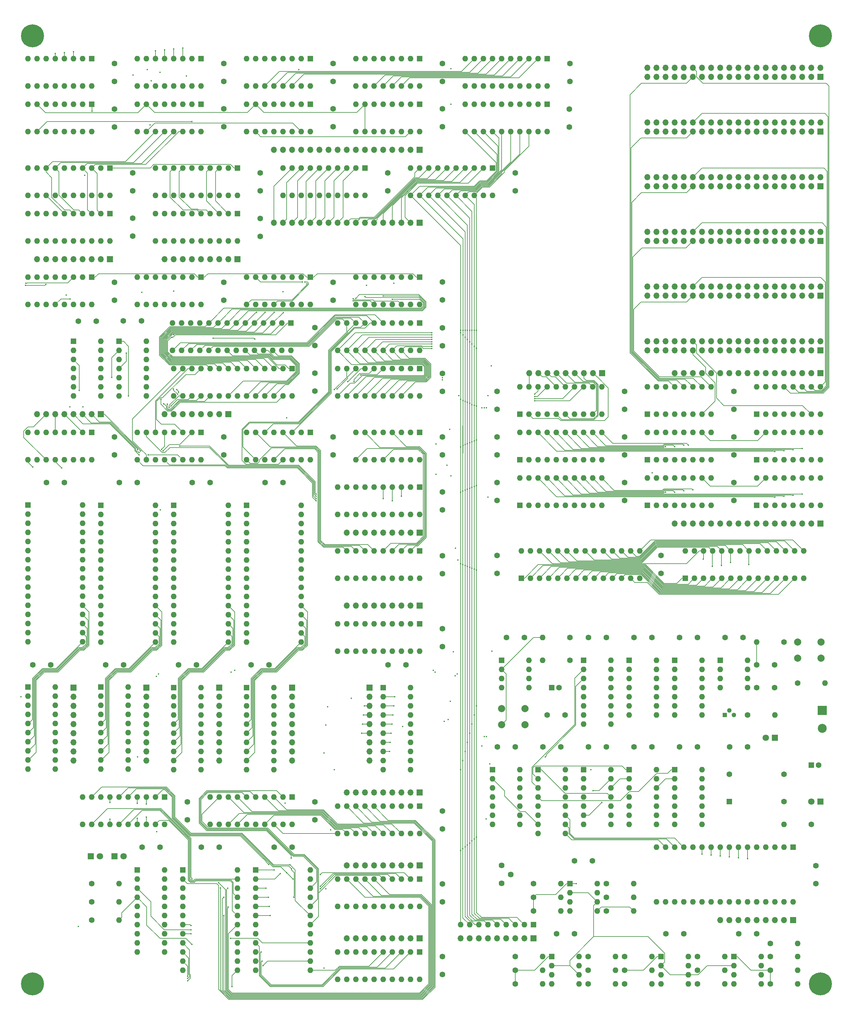
<source format=gbr>
G04 #@! TF.GenerationSoftware,KiCad,Pcbnew,(5.1.0-0)*
G04 #@! TF.CreationDate,2019-10-26T12:33:56-07:00*
G04 #@! TF.ProjectId,MainBoard,4d61696e-426f-4617-9264-2e6b69636164,rev?*
G04 #@! TF.SameCoordinates,Original*
G04 #@! TF.FileFunction,Copper,L6,Bot*
G04 #@! TF.FilePolarity,Positive*
%FSLAX46Y46*%
G04 Gerber Fmt 4.6, Leading zero omitted, Abs format (unit mm)*
G04 Created by KiCad (PCBNEW (5.1.0-0)) date 2019-10-26 12:33:56*
%MOMM*%
%LPD*%
G04 APERTURE LIST*
%ADD10O,1.600000X1.600000*%
%ADD11C,1.600000*%
%ADD12R,1.600000X1.600000*%
%ADD13O,1.700000X1.700000*%
%ADD14R,1.700000X1.700000*%
%ADD15C,2.500000*%
%ADD16R,2.500000X2.500000*%
%ADD17C,6.400000*%
%ADD18R,1.300000X1.300000*%
%ADD19C,1.300000*%
%ADD20C,2.000000*%
%ADD21C,1.620000*%
%ADD22C,1.800000*%
%ADD23R,1.800000X1.800000*%
%ADD24C,0.450000*%
%ADD25C,0.127000*%
G04 APERTURE END LIST*
D10*
X389890000Y-330327000D03*
D11*
X382270000Y-330327000D03*
D10*
X304800000Y-121920000D03*
X281940000Y-114300000D03*
X302260000Y-121920000D03*
X284480000Y-114300000D03*
X299720000Y-121920000D03*
X287020000Y-114300000D03*
X297180000Y-121920000D03*
X289560000Y-114300000D03*
X294640000Y-121920000D03*
X292100000Y-114300000D03*
X292100000Y-121920000D03*
X294640000Y-114300000D03*
X289560000Y-121920000D03*
X297180000Y-114300000D03*
X287020000Y-121920000D03*
X299720000Y-114300000D03*
X284480000Y-121920000D03*
X302260000Y-114300000D03*
X281940000Y-121920000D03*
D12*
X304800000Y-114300000D03*
D10*
X269240000Y-121920000D03*
X246380000Y-114300000D03*
X266700000Y-121920000D03*
X248920000Y-114300000D03*
X264160000Y-121920000D03*
X251460000Y-114300000D03*
X261620000Y-121920000D03*
X254000000Y-114300000D03*
X259080000Y-121920000D03*
X256540000Y-114300000D03*
X256540000Y-121920000D03*
X259080000Y-114300000D03*
X254000000Y-121920000D03*
X261620000Y-114300000D03*
X251460000Y-121920000D03*
X264160000Y-114300000D03*
X248920000Y-121920000D03*
X266700000Y-114300000D03*
X246380000Y-121920000D03*
D12*
X269240000Y-114300000D03*
D10*
X233680000Y-121920000D03*
X210820000Y-114300000D03*
X231140000Y-121920000D03*
X213360000Y-114300000D03*
X228600000Y-121920000D03*
X215900000Y-114300000D03*
X226060000Y-121920000D03*
X218440000Y-114300000D03*
X223520000Y-121920000D03*
X220980000Y-114300000D03*
X220980000Y-121920000D03*
X223520000Y-114300000D03*
X218440000Y-121920000D03*
X226060000Y-114300000D03*
X215900000Y-121920000D03*
X228600000Y-114300000D03*
X213360000Y-121920000D03*
X231140000Y-114300000D03*
X210820000Y-121920000D03*
D12*
X233680000Y-114300000D03*
D10*
X198120000Y-121920000D03*
X175260000Y-114300000D03*
X195580000Y-121920000D03*
X177800000Y-114300000D03*
X193040000Y-121920000D03*
X180340000Y-114300000D03*
X190500000Y-121920000D03*
X182880000Y-114300000D03*
X187960000Y-121920000D03*
X185420000Y-114300000D03*
X185420000Y-121920000D03*
X187960000Y-114300000D03*
X182880000Y-121920000D03*
X190500000Y-114300000D03*
X180340000Y-121920000D03*
X193040000Y-114300000D03*
X177800000Y-121920000D03*
X195580000Y-114300000D03*
X175260000Y-121920000D03*
D12*
X198120000Y-114300000D03*
D13*
X243840000Y-129540000D03*
X246380000Y-129540000D03*
X248920000Y-129540000D03*
X251460000Y-129540000D03*
X254000000Y-129540000D03*
X256540000Y-129540000D03*
X259080000Y-129540000D03*
X261620000Y-129540000D03*
X264160000Y-129540000D03*
X266700000Y-129540000D03*
X269240000Y-129540000D03*
X271780000Y-129540000D03*
X274320000Y-129540000D03*
X276860000Y-129540000D03*
X279400000Y-129540000D03*
X281940000Y-129540000D03*
D14*
X284480000Y-129540000D03*
D11*
X311150000Y-115650000D03*
X311150000Y-120650000D03*
X275590000Y-115650000D03*
X275590000Y-120650000D03*
X240030000Y-115650000D03*
X240030000Y-120650000D03*
X204470000Y-115650000D03*
X204470000Y-120650000D03*
D10*
X358540000Y-220980000D03*
X391560000Y-228600000D03*
X361080000Y-220980000D03*
X389020000Y-228600000D03*
X363620000Y-220980000D03*
X386480000Y-228600000D03*
X366160000Y-220980000D03*
X383940000Y-228600000D03*
X368700000Y-220980000D03*
X381400000Y-228600000D03*
X371240000Y-220980000D03*
X378860000Y-228600000D03*
X373780000Y-220980000D03*
X376320000Y-228600000D03*
X376320000Y-220980000D03*
X373780000Y-228600000D03*
X378860000Y-220980000D03*
X371240000Y-228600000D03*
X381400000Y-220980000D03*
X368700000Y-228600000D03*
X383940000Y-220980000D03*
X366160000Y-228600000D03*
X386480000Y-220980000D03*
X363620000Y-228600000D03*
X389020000Y-220980000D03*
X361080000Y-228600000D03*
X391560000Y-220980000D03*
D12*
X358540000Y-228600000D03*
D10*
X312820000Y-220980000D03*
X345840000Y-228600000D03*
X315360000Y-220980000D03*
X343300000Y-228600000D03*
X317900000Y-220980000D03*
X340760000Y-228600000D03*
X320440000Y-220980000D03*
X338220000Y-228600000D03*
X322980000Y-220980000D03*
X335680000Y-228600000D03*
X325520000Y-220980000D03*
X333140000Y-228600000D03*
X328060000Y-220980000D03*
X330600000Y-228600000D03*
X330600000Y-220980000D03*
X328060000Y-228600000D03*
X333140000Y-220980000D03*
X325520000Y-228600000D03*
X335680000Y-220980000D03*
X322980000Y-228600000D03*
X338220000Y-220980000D03*
X320440000Y-228600000D03*
X340760000Y-220980000D03*
X317900000Y-228600000D03*
X343300000Y-220980000D03*
X315360000Y-228600000D03*
X345840000Y-220980000D03*
D12*
X312820000Y-228600000D03*
D13*
X347980000Y-86360000D03*
X347980000Y-88900000D03*
X350520000Y-86360000D03*
X350520000Y-88900000D03*
X353060000Y-86360000D03*
X353060000Y-88900000D03*
X355600000Y-86360000D03*
X355600000Y-88900000D03*
X358140000Y-86360000D03*
X358140000Y-88900000D03*
X360680000Y-86360000D03*
X360680000Y-88900000D03*
X363220000Y-86360000D03*
X363220000Y-88900000D03*
X365760000Y-86360000D03*
X365760000Y-88900000D03*
X368300000Y-86360000D03*
X368300000Y-88900000D03*
X370840000Y-86360000D03*
X370840000Y-88900000D03*
X373380000Y-86360000D03*
X373380000Y-88900000D03*
X375920000Y-86360000D03*
X375920000Y-88900000D03*
X378460000Y-86360000D03*
X378460000Y-88900000D03*
X381000000Y-86360000D03*
X381000000Y-88900000D03*
X383540000Y-86360000D03*
X383540000Y-88900000D03*
X386080000Y-86360000D03*
X386080000Y-88900000D03*
X388620000Y-86360000D03*
X388620000Y-88900000D03*
X391160000Y-86360000D03*
X391160000Y-88900000D03*
X393700000Y-86360000D03*
X393700000Y-88900000D03*
X396240000Y-86360000D03*
D14*
X396240000Y-88900000D03*
D11*
X351790000Y-227250000D03*
X351790000Y-222250000D03*
X306070000Y-227250000D03*
X306070000Y-222250000D03*
D13*
X355600000Y-171450000D03*
X358140000Y-171450000D03*
X360680000Y-171450000D03*
X363220000Y-171450000D03*
X365760000Y-171450000D03*
X368300000Y-171450000D03*
X370840000Y-171450000D03*
X373380000Y-171450000D03*
X375920000Y-171450000D03*
X378460000Y-171450000D03*
X381000000Y-171450000D03*
X383540000Y-171450000D03*
X386080000Y-171450000D03*
X388620000Y-171450000D03*
X391160000Y-171450000D03*
X393700000Y-171450000D03*
D14*
X396240000Y-171450000D03*
D10*
X347980000Y-200660000D03*
X365760000Y-208280000D03*
X350520000Y-200660000D03*
X363220000Y-208280000D03*
X353060000Y-200660000D03*
X360680000Y-208280000D03*
X355600000Y-200660000D03*
X358140000Y-208280000D03*
X358140000Y-200660000D03*
X355600000Y-208280000D03*
X360680000Y-200660000D03*
X353060000Y-208280000D03*
X363220000Y-200660000D03*
X350520000Y-208280000D03*
X365760000Y-200660000D03*
D12*
X347980000Y-208280000D03*
D10*
X378460000Y-200660000D03*
X396240000Y-208280000D03*
X381000000Y-200660000D03*
X393700000Y-208280000D03*
X383540000Y-200660000D03*
X391160000Y-208280000D03*
X386080000Y-200660000D03*
X388620000Y-208280000D03*
X388620000Y-200660000D03*
X386080000Y-208280000D03*
X391160000Y-200660000D03*
X383540000Y-208280000D03*
X393700000Y-200660000D03*
X381000000Y-208280000D03*
X396240000Y-200660000D03*
D12*
X378460000Y-208280000D03*
D10*
X312420000Y-187960000D03*
X335280000Y-195580000D03*
X314960000Y-187960000D03*
X332740000Y-195580000D03*
X317500000Y-187960000D03*
X330200000Y-195580000D03*
X320040000Y-187960000D03*
X327660000Y-195580000D03*
X322580000Y-187960000D03*
X325120000Y-195580000D03*
X325120000Y-187960000D03*
X322580000Y-195580000D03*
X327660000Y-187960000D03*
X320040000Y-195580000D03*
X330200000Y-187960000D03*
X317500000Y-195580000D03*
X332740000Y-187960000D03*
X314960000Y-195580000D03*
X335280000Y-187960000D03*
D12*
X312420000Y-195580000D03*
D10*
X347980000Y-187960000D03*
X365760000Y-195580000D03*
X350520000Y-187960000D03*
X363220000Y-195580000D03*
X353060000Y-187960000D03*
X360680000Y-195580000D03*
X355600000Y-187960000D03*
X358140000Y-195580000D03*
X358140000Y-187960000D03*
X355600000Y-195580000D03*
X360680000Y-187960000D03*
X353060000Y-195580000D03*
X363220000Y-187960000D03*
X350520000Y-195580000D03*
X365760000Y-187960000D03*
D12*
X347980000Y-195580000D03*
D10*
X312420000Y-200660000D03*
X335280000Y-208280000D03*
X314960000Y-200660000D03*
X332740000Y-208280000D03*
X317500000Y-200660000D03*
X330200000Y-208280000D03*
X320040000Y-200660000D03*
X327660000Y-208280000D03*
X322580000Y-200660000D03*
X325120000Y-208280000D03*
X325120000Y-200660000D03*
X322580000Y-208280000D03*
X327660000Y-200660000D03*
X320040000Y-208280000D03*
X330200000Y-200660000D03*
X317500000Y-208280000D03*
X332740000Y-200660000D03*
X314960000Y-208280000D03*
X335280000Y-200660000D03*
D12*
X312420000Y-208280000D03*
D10*
X378460000Y-187960000D03*
X396240000Y-195580000D03*
X381000000Y-187960000D03*
X393700000Y-195580000D03*
X383540000Y-187960000D03*
X391160000Y-195580000D03*
X386080000Y-187960000D03*
X388620000Y-195580000D03*
X388620000Y-187960000D03*
X386080000Y-195580000D03*
X391160000Y-187960000D03*
X383540000Y-195580000D03*
X393700000Y-187960000D03*
X381000000Y-195580000D03*
X396240000Y-187960000D03*
D12*
X378460000Y-195580000D03*
D13*
X355600000Y-213360000D03*
X358140000Y-213360000D03*
X360680000Y-213360000D03*
X363220000Y-213360000D03*
X365760000Y-213360000D03*
X368300000Y-213360000D03*
X370840000Y-213360000D03*
X373380000Y-213360000D03*
X375920000Y-213360000D03*
X378460000Y-213360000D03*
X381000000Y-213360000D03*
X383540000Y-213360000D03*
X386080000Y-213360000D03*
X388620000Y-213360000D03*
X391160000Y-213360000D03*
X393700000Y-213360000D03*
D14*
X396240000Y-213360000D03*
D11*
X306070000Y-206930000D03*
X306070000Y-201930000D03*
X372110000Y-206930000D03*
X372110000Y-201930000D03*
X341630000Y-206930000D03*
X341630000Y-201930000D03*
X372110000Y-194230000D03*
X372110000Y-189230000D03*
X341630000Y-194230000D03*
X341630000Y-189230000D03*
X306070000Y-194230000D03*
X306070000Y-189230000D03*
D10*
X193040000Y-91440000D03*
X175260000Y-83820000D03*
X190500000Y-91440000D03*
X177800000Y-83820000D03*
X187960000Y-91440000D03*
X180340000Y-83820000D03*
X185420000Y-91440000D03*
X182880000Y-83820000D03*
X182880000Y-91440000D03*
X185420000Y-83820000D03*
X180340000Y-91440000D03*
X187960000Y-83820000D03*
X177800000Y-91440000D03*
X190500000Y-83820000D03*
X175260000Y-91440000D03*
D12*
X193040000Y-83820000D03*
D10*
X223520000Y-91440000D03*
X205740000Y-83820000D03*
X220980000Y-91440000D03*
X208280000Y-83820000D03*
X218440000Y-91440000D03*
X210820000Y-83820000D03*
X215900000Y-91440000D03*
X213360000Y-83820000D03*
X213360000Y-91440000D03*
X215900000Y-83820000D03*
X210820000Y-91440000D03*
X218440000Y-83820000D03*
X208280000Y-91440000D03*
X220980000Y-83820000D03*
X205740000Y-91440000D03*
D12*
X223520000Y-83820000D03*
D10*
X320040000Y-91440000D03*
X297180000Y-83820000D03*
X317500000Y-91440000D03*
X299720000Y-83820000D03*
X314960000Y-91440000D03*
X302260000Y-83820000D03*
X312420000Y-91440000D03*
X304800000Y-83820000D03*
X309880000Y-91440000D03*
X307340000Y-83820000D03*
X307340000Y-91440000D03*
X309880000Y-83820000D03*
X304800000Y-91440000D03*
X312420000Y-83820000D03*
X302260000Y-91440000D03*
X314960000Y-83820000D03*
X299720000Y-91440000D03*
X317500000Y-83820000D03*
X297180000Y-91440000D03*
D12*
X320040000Y-83820000D03*
D10*
X254000000Y-91440000D03*
X236220000Y-83820000D03*
X251460000Y-91440000D03*
X238760000Y-83820000D03*
X248920000Y-91440000D03*
X241300000Y-83820000D03*
X246380000Y-91440000D03*
X243840000Y-83820000D03*
X243840000Y-91440000D03*
X246380000Y-83820000D03*
X241300000Y-91440000D03*
X248920000Y-83820000D03*
X238760000Y-91440000D03*
X251460000Y-83820000D03*
X236220000Y-91440000D03*
D12*
X254000000Y-83820000D03*
D10*
X320040000Y-104140000D03*
X297180000Y-96520000D03*
X317500000Y-104140000D03*
X299720000Y-96520000D03*
X314960000Y-104140000D03*
X302260000Y-96520000D03*
X312420000Y-104140000D03*
X304800000Y-96520000D03*
X309880000Y-104140000D03*
X307340000Y-96520000D03*
X307340000Y-104140000D03*
X309880000Y-96520000D03*
X304800000Y-104140000D03*
X312420000Y-96520000D03*
X302260000Y-104140000D03*
X314960000Y-96520000D03*
X299720000Y-104140000D03*
X317500000Y-96520000D03*
X297180000Y-104140000D03*
D12*
X320040000Y-96520000D03*
D10*
X284480000Y-91440000D03*
X266700000Y-83820000D03*
X281940000Y-91440000D03*
X269240000Y-83820000D03*
X279400000Y-91440000D03*
X271780000Y-83820000D03*
X276860000Y-91440000D03*
X274320000Y-83820000D03*
X274320000Y-91440000D03*
X276860000Y-83820000D03*
X271780000Y-91440000D03*
X279400000Y-83820000D03*
X269240000Y-91440000D03*
X281940000Y-83820000D03*
X266700000Y-91440000D03*
D12*
X284480000Y-83820000D03*
D11*
X326390000Y-85170000D03*
X326390000Y-90170000D03*
X326263000Y-97870000D03*
X326263000Y-102870000D03*
X275670000Y-252730000D03*
X280670000Y-252730000D03*
D13*
X264160000Y-236220000D03*
X266700000Y-236220000D03*
X269240000Y-236220000D03*
X271780000Y-236220000D03*
X274320000Y-236220000D03*
X276860000Y-236220000D03*
X279400000Y-236220000D03*
X281940000Y-236220000D03*
D14*
X284480000Y-236220000D03*
D13*
X264160000Y-215900000D03*
X266700000Y-215900000D03*
X269240000Y-215900000D03*
X271780000Y-215900000D03*
X274320000Y-215900000D03*
X276860000Y-215900000D03*
X279400000Y-215900000D03*
X281940000Y-215900000D03*
D14*
X284480000Y-215900000D03*
D10*
X233680000Y-309880000D03*
X218440000Y-337820000D03*
X233680000Y-312420000D03*
X218440000Y-335280000D03*
X233680000Y-314960000D03*
X218440000Y-332740000D03*
X233680000Y-317500000D03*
X218440000Y-330200000D03*
X233680000Y-320040000D03*
X218440000Y-327660000D03*
X233680000Y-322580000D03*
X218440000Y-325120000D03*
X233680000Y-325120000D03*
X218440000Y-322580000D03*
X233680000Y-327660000D03*
X218440000Y-320040000D03*
X233680000Y-330200000D03*
X218440000Y-317500000D03*
X233680000Y-332740000D03*
X218440000Y-314960000D03*
X233680000Y-335280000D03*
X218440000Y-312420000D03*
X233680000Y-337820000D03*
D12*
X218440000Y-309880000D03*
D10*
X254000000Y-309880000D03*
X238760000Y-337820000D03*
X254000000Y-312420000D03*
X238760000Y-335280000D03*
X254000000Y-314960000D03*
X238760000Y-332740000D03*
X254000000Y-317500000D03*
X238760000Y-330200000D03*
X254000000Y-320040000D03*
X238760000Y-327660000D03*
X254000000Y-322580000D03*
X238760000Y-325120000D03*
X254000000Y-325120000D03*
X238760000Y-322580000D03*
X254000000Y-327660000D03*
X238760000Y-320040000D03*
X254000000Y-330200000D03*
X238760000Y-317500000D03*
X254000000Y-332740000D03*
X238760000Y-314960000D03*
X254000000Y-335280000D03*
X238760000Y-312420000D03*
X254000000Y-337820000D03*
D12*
X238760000Y-309880000D03*
D10*
X284480000Y-340360000D03*
X261620000Y-332740000D03*
X281940000Y-340360000D03*
X264160000Y-332740000D03*
X279400000Y-340360000D03*
X266700000Y-332740000D03*
X276860000Y-340360000D03*
X269240000Y-332740000D03*
X274320000Y-340360000D03*
X271780000Y-332740000D03*
X271780000Y-340360000D03*
X274320000Y-332740000D03*
X269240000Y-340360000D03*
X276860000Y-332740000D03*
X266700000Y-340360000D03*
X279400000Y-332740000D03*
X264160000Y-340360000D03*
X281940000Y-332740000D03*
X261620000Y-340360000D03*
D12*
X284480000Y-332740000D03*
D10*
X284480000Y-320040000D03*
X261620000Y-312420000D03*
X281940000Y-320040000D03*
X264160000Y-312420000D03*
X279400000Y-320040000D03*
X266700000Y-312420000D03*
X276860000Y-320040000D03*
X269240000Y-312420000D03*
X274320000Y-320040000D03*
X271780000Y-312420000D03*
X271780000Y-320040000D03*
X274320000Y-312420000D03*
X269240000Y-320040000D03*
X276860000Y-312420000D03*
X266700000Y-320040000D03*
X279400000Y-312420000D03*
X264160000Y-320040000D03*
X281940000Y-312420000D03*
X261620000Y-320040000D03*
D12*
X284480000Y-312420000D03*
D10*
X284480000Y-299720000D03*
X261620000Y-292100000D03*
X281940000Y-299720000D03*
X264160000Y-292100000D03*
X279400000Y-299720000D03*
X266700000Y-292100000D03*
X276860000Y-299720000D03*
X269240000Y-292100000D03*
X274320000Y-299720000D03*
X271780000Y-292100000D03*
X271780000Y-299720000D03*
X274320000Y-292100000D03*
X269240000Y-299720000D03*
X276860000Y-292100000D03*
X266700000Y-299720000D03*
X279400000Y-292100000D03*
X264160000Y-299720000D03*
X281940000Y-292100000D03*
X261620000Y-299720000D03*
D12*
X284480000Y-292100000D03*
D10*
X281940000Y-259080000D03*
X274320000Y-281940000D03*
X281940000Y-261620000D03*
X274320000Y-279400000D03*
X281940000Y-264160000D03*
X274320000Y-276860000D03*
X281940000Y-266700000D03*
X274320000Y-274320000D03*
X281940000Y-269240000D03*
X274320000Y-271780000D03*
X281940000Y-271780000D03*
X274320000Y-269240000D03*
X281940000Y-274320000D03*
X274320000Y-266700000D03*
X281940000Y-276860000D03*
X274320000Y-264160000D03*
X281940000Y-279400000D03*
X274320000Y-261620000D03*
X281940000Y-281940000D03*
D12*
X274320000Y-259080000D03*
D10*
X284480000Y-165100000D03*
X261620000Y-157480000D03*
X281940000Y-165100000D03*
X264160000Y-157480000D03*
X279400000Y-165100000D03*
X266700000Y-157480000D03*
X276860000Y-165100000D03*
X269240000Y-157480000D03*
X274320000Y-165100000D03*
X271780000Y-157480000D03*
X271780000Y-165100000D03*
X274320000Y-157480000D03*
X269240000Y-165100000D03*
X276860000Y-157480000D03*
X266700000Y-165100000D03*
X279400000Y-157480000D03*
X264160000Y-165100000D03*
X281940000Y-157480000D03*
X261620000Y-165100000D03*
D12*
X284480000Y-157480000D03*
D10*
X284480000Y-177800000D03*
X261620000Y-170180000D03*
X281940000Y-177800000D03*
X264160000Y-170180000D03*
X279400000Y-177800000D03*
X266700000Y-170180000D03*
X276860000Y-177800000D03*
X269240000Y-170180000D03*
X274320000Y-177800000D03*
X271780000Y-170180000D03*
X271780000Y-177800000D03*
X274320000Y-170180000D03*
X269240000Y-177800000D03*
X276860000Y-170180000D03*
X266700000Y-177800000D03*
X279400000Y-170180000D03*
X264160000Y-177800000D03*
X281940000Y-170180000D03*
X261620000Y-177800000D03*
D12*
X284480000Y-170180000D03*
D10*
X248615800Y-165100000D03*
X215595800Y-157480000D03*
X246075800Y-165100000D03*
X218135800Y-157480000D03*
X243535800Y-165100000D03*
X220675800Y-157480000D03*
X240995800Y-165100000D03*
X223215800Y-157480000D03*
X238455800Y-165100000D03*
X225755800Y-157480000D03*
X235915800Y-165100000D03*
X228295800Y-157480000D03*
X233375800Y-165100000D03*
X230835800Y-157480000D03*
X230835800Y-165100000D03*
X233375800Y-157480000D03*
X228295800Y-165100000D03*
X235915800Y-157480000D03*
X225755800Y-165100000D03*
X238455800Y-157480000D03*
X223215800Y-165100000D03*
X240995800Y-157480000D03*
X220675800Y-165100000D03*
X243535800Y-157480000D03*
X218135800Y-165100000D03*
X246075800Y-157480000D03*
X215595800Y-165100000D03*
D12*
X248615800Y-157480000D03*
D10*
X248920000Y-177800000D03*
X215900000Y-170180000D03*
X246380000Y-177800000D03*
X218440000Y-170180000D03*
X243840000Y-177800000D03*
X220980000Y-170180000D03*
X241300000Y-177800000D03*
X223520000Y-170180000D03*
X238760000Y-177800000D03*
X226060000Y-170180000D03*
X236220000Y-177800000D03*
X228600000Y-170180000D03*
X233680000Y-177800000D03*
X231140000Y-170180000D03*
X231140000Y-177800000D03*
X233680000Y-170180000D03*
X228600000Y-177800000D03*
X236220000Y-170180000D03*
X226060000Y-177800000D03*
X238760000Y-170180000D03*
X223520000Y-177800000D03*
X241300000Y-170180000D03*
X220980000Y-177800000D03*
X243840000Y-170180000D03*
X218440000Y-177800000D03*
X246380000Y-170180000D03*
X215900000Y-177800000D03*
D12*
X248920000Y-170180000D03*
D13*
X248920000Y-279400000D03*
X248920000Y-276860000D03*
X248920000Y-274320000D03*
X248920000Y-271780000D03*
X248920000Y-269240000D03*
X248920000Y-266700000D03*
X248920000Y-264160000D03*
X248920000Y-261620000D03*
D14*
X248920000Y-259080000D03*
D13*
X228600000Y-279400000D03*
X228600000Y-276860000D03*
X228600000Y-274320000D03*
X228600000Y-271780000D03*
X228600000Y-269240000D03*
X228600000Y-266700000D03*
X228600000Y-264160000D03*
X228600000Y-261620000D03*
D14*
X228600000Y-259080000D03*
D13*
X208280000Y-279400000D03*
X208280000Y-276860000D03*
X208280000Y-274320000D03*
X208280000Y-271780000D03*
X208280000Y-269240000D03*
X208280000Y-266700000D03*
X208280000Y-264160000D03*
X208280000Y-261620000D03*
D14*
X208280000Y-259080000D03*
D13*
X187960000Y-279400000D03*
X187960000Y-276860000D03*
X187960000Y-274320000D03*
X187960000Y-271780000D03*
X187960000Y-269240000D03*
X187960000Y-266700000D03*
X187960000Y-264160000D03*
X187960000Y-261620000D03*
D14*
X187960000Y-259080000D03*
D10*
X203200000Y-258922000D03*
X195580000Y-281782000D03*
X203200000Y-261462000D03*
X195580000Y-279242000D03*
X203200000Y-264002000D03*
X195580000Y-276702000D03*
X203200000Y-266542000D03*
X195580000Y-274162000D03*
X203200000Y-269082000D03*
X195580000Y-271622000D03*
X203200000Y-271622000D03*
X195580000Y-269082000D03*
X203200000Y-274162000D03*
X195580000Y-266542000D03*
X203200000Y-276702000D03*
X195580000Y-264002000D03*
X203200000Y-279242000D03*
X195580000Y-261462000D03*
X203200000Y-281782000D03*
D12*
X195580000Y-258922000D03*
D10*
X182880000Y-258922000D03*
X175260000Y-281782000D03*
X182880000Y-261462000D03*
X175260000Y-279242000D03*
X182880000Y-264002000D03*
X175260000Y-276702000D03*
X182880000Y-266542000D03*
X175260000Y-274162000D03*
X182880000Y-269082000D03*
X175260000Y-271622000D03*
X182880000Y-271622000D03*
X175260000Y-269082000D03*
X182880000Y-274162000D03*
X175260000Y-266542000D03*
X182880000Y-276702000D03*
X175260000Y-264002000D03*
X182880000Y-279242000D03*
X175260000Y-261462000D03*
X182880000Y-281782000D03*
D12*
X175260000Y-258922000D03*
D10*
X210820000Y-208280000D03*
X195580000Y-246380000D03*
X210820000Y-210820000D03*
X195580000Y-243840000D03*
X210820000Y-213360000D03*
X195580000Y-241300000D03*
X210820000Y-215900000D03*
X195580000Y-238760000D03*
X210820000Y-218440000D03*
X195580000Y-236220000D03*
X210820000Y-220980000D03*
X195580000Y-233680000D03*
X210820000Y-223520000D03*
X195580000Y-231140000D03*
X210820000Y-226060000D03*
X195580000Y-228600000D03*
X210820000Y-228600000D03*
X195580000Y-226060000D03*
X210820000Y-231140000D03*
X195580000Y-223520000D03*
X210820000Y-233680000D03*
X195580000Y-220980000D03*
X210820000Y-236220000D03*
X195580000Y-218440000D03*
X210820000Y-238760000D03*
X195580000Y-215900000D03*
X210820000Y-241300000D03*
X195580000Y-213360000D03*
X210820000Y-243840000D03*
X195580000Y-210820000D03*
X210820000Y-246380000D03*
D12*
X195580000Y-208280000D03*
D10*
X190500000Y-208172000D03*
X175260000Y-246272000D03*
X190500000Y-210712000D03*
X175260000Y-243732000D03*
X190500000Y-213252000D03*
X175260000Y-241192000D03*
X190500000Y-215792000D03*
X175260000Y-238652000D03*
X190500000Y-218332000D03*
X175260000Y-236112000D03*
X190500000Y-220872000D03*
X175260000Y-233572000D03*
X190500000Y-223412000D03*
X175260000Y-231032000D03*
X190500000Y-225952000D03*
X175260000Y-228492000D03*
X190500000Y-228492000D03*
X175260000Y-225952000D03*
X190500000Y-231032000D03*
X175260000Y-223412000D03*
X190500000Y-233572000D03*
X175260000Y-220872000D03*
X190500000Y-236112000D03*
X175260000Y-218332000D03*
X190500000Y-238652000D03*
X175260000Y-215792000D03*
X190500000Y-241192000D03*
X175260000Y-213252000D03*
X190500000Y-243732000D03*
X175260000Y-210712000D03*
X190500000Y-246272000D03*
D12*
X175260000Y-208172000D03*
D11*
X180420000Y-201930000D03*
X185420000Y-201930000D03*
X196930000Y-252730000D03*
X201930000Y-252730000D03*
X176610000Y-252730000D03*
X181610000Y-252730000D03*
X200740000Y-201930000D03*
X205740000Y-201930000D03*
D10*
X378460000Y-175260000D03*
X396240000Y-182880000D03*
X381000000Y-175260000D03*
X393700000Y-182880000D03*
X383540000Y-175260000D03*
X391160000Y-182880000D03*
X386080000Y-175260000D03*
X388620000Y-182880000D03*
X388620000Y-175260000D03*
X386080000Y-182880000D03*
X391160000Y-175260000D03*
X383540000Y-182880000D03*
X393700000Y-175260000D03*
X381000000Y-182880000D03*
X396240000Y-175260000D03*
D12*
X378460000Y-182880000D03*
D15*
X396748000Y-270430000D03*
D16*
X396748000Y-265430000D03*
D17*
X396240000Y-341630000D03*
X396240000Y-77470000D03*
X176530000Y-341630000D03*
X176530000Y-77470000D03*
D10*
X208280000Y-162560000D03*
X200660000Y-177800000D03*
X208280000Y-165100000D03*
X200660000Y-175260000D03*
X208280000Y-167640000D03*
X200660000Y-172720000D03*
X208280000Y-170180000D03*
X200660000Y-170180000D03*
X208280000Y-172720000D03*
X200660000Y-167640000D03*
X208280000Y-175260000D03*
X200660000Y-165100000D03*
X208280000Y-177800000D03*
D12*
X200660000Y-162560000D03*
D10*
X195580000Y-162560000D03*
X187960000Y-177800000D03*
X195580000Y-165100000D03*
X187960000Y-175260000D03*
X195580000Y-167640000D03*
X187960000Y-172720000D03*
X195580000Y-170180000D03*
X187960000Y-170180000D03*
X195580000Y-172720000D03*
X187960000Y-167640000D03*
X195580000Y-175260000D03*
X187960000Y-165100000D03*
X195580000Y-177800000D03*
D12*
X187960000Y-162560000D03*
D11*
X290830000Y-158830000D03*
X290830000Y-163830000D03*
X372110000Y-181530000D03*
X372110000Y-176530000D03*
D13*
X347980000Y-116840000D03*
X347980000Y-119380000D03*
X350520000Y-116840000D03*
X350520000Y-119380000D03*
X353060000Y-116840000D03*
X353060000Y-119380000D03*
X355600000Y-116840000D03*
X355600000Y-119380000D03*
X358140000Y-116840000D03*
X358140000Y-119380000D03*
X360680000Y-116840000D03*
X360680000Y-119380000D03*
X363220000Y-116840000D03*
X363220000Y-119380000D03*
X365760000Y-116840000D03*
X365760000Y-119380000D03*
X368300000Y-116840000D03*
X368300000Y-119380000D03*
X370840000Y-116840000D03*
X370840000Y-119380000D03*
X373380000Y-116840000D03*
X373380000Y-119380000D03*
X375920000Y-116840000D03*
X375920000Y-119380000D03*
X378460000Y-116840000D03*
X378460000Y-119380000D03*
X381000000Y-116840000D03*
X381000000Y-119380000D03*
X383540000Y-116840000D03*
X383540000Y-119380000D03*
X386080000Y-116840000D03*
X386080000Y-119380000D03*
X388620000Y-116840000D03*
X388620000Y-119380000D03*
X391160000Y-116840000D03*
X391160000Y-119380000D03*
X393700000Y-116840000D03*
X393700000Y-119380000D03*
X396240000Y-116840000D03*
D14*
X396240000Y-119380000D03*
D13*
X347980000Y-147320000D03*
X347980000Y-149860000D03*
X350520000Y-147320000D03*
X350520000Y-149860000D03*
X353060000Y-147320000D03*
X353060000Y-149860000D03*
X355600000Y-147320000D03*
X355600000Y-149860000D03*
X358140000Y-147320000D03*
X358140000Y-149860000D03*
X360680000Y-147320000D03*
X360680000Y-149860000D03*
X363220000Y-147320000D03*
X363220000Y-149860000D03*
X365760000Y-147320000D03*
X365760000Y-149860000D03*
X368300000Y-147320000D03*
X368300000Y-149860000D03*
X370840000Y-147320000D03*
X370840000Y-149860000D03*
X373380000Y-147320000D03*
X373380000Y-149860000D03*
X375920000Y-147320000D03*
X375920000Y-149860000D03*
X378460000Y-147320000D03*
X378460000Y-149860000D03*
X381000000Y-147320000D03*
X381000000Y-149860000D03*
X383540000Y-147320000D03*
X383540000Y-149860000D03*
X386080000Y-147320000D03*
X386080000Y-149860000D03*
X388620000Y-147320000D03*
X388620000Y-149860000D03*
X391160000Y-147320000D03*
X391160000Y-149860000D03*
X393700000Y-147320000D03*
X393700000Y-149860000D03*
X396240000Y-147320000D03*
D14*
X396240000Y-149860000D03*
D13*
X347980000Y-162560000D03*
X347980000Y-165100000D03*
X350520000Y-162560000D03*
X350520000Y-165100000D03*
X353060000Y-162560000D03*
X353060000Y-165100000D03*
X355600000Y-162560000D03*
X355600000Y-165100000D03*
X358140000Y-162560000D03*
X358140000Y-165100000D03*
X360680000Y-162560000D03*
X360680000Y-165100000D03*
X363220000Y-162560000D03*
X363220000Y-165100000D03*
X365760000Y-162560000D03*
X365760000Y-165100000D03*
X368300000Y-162560000D03*
X368300000Y-165100000D03*
X370840000Y-162560000D03*
X370840000Y-165100000D03*
X373380000Y-162560000D03*
X373380000Y-165100000D03*
X375920000Y-162560000D03*
X375920000Y-165100000D03*
X378460000Y-162560000D03*
X378460000Y-165100000D03*
X381000000Y-162560000D03*
X381000000Y-165100000D03*
X383540000Y-162560000D03*
X383540000Y-165100000D03*
X386080000Y-162560000D03*
X386080000Y-165100000D03*
X388620000Y-162560000D03*
X388620000Y-165100000D03*
X391160000Y-162560000D03*
X391160000Y-165100000D03*
X393700000Y-162560000D03*
X393700000Y-165100000D03*
X396240000Y-162560000D03*
D14*
X396240000Y-165100000D03*
D13*
X347980000Y-132080000D03*
X347980000Y-134620000D03*
X350520000Y-132080000D03*
X350520000Y-134620000D03*
X353060000Y-132080000D03*
X353060000Y-134620000D03*
X355600000Y-132080000D03*
X355600000Y-134620000D03*
X358140000Y-132080000D03*
X358140000Y-134620000D03*
X360680000Y-132080000D03*
X360680000Y-134620000D03*
X363220000Y-132080000D03*
X363220000Y-134620000D03*
X365760000Y-132080000D03*
X365760000Y-134620000D03*
X368300000Y-132080000D03*
X368300000Y-134620000D03*
X370840000Y-132080000D03*
X370840000Y-134620000D03*
X373380000Y-132080000D03*
X373380000Y-134620000D03*
X375920000Y-132080000D03*
X375920000Y-134620000D03*
X378460000Y-132080000D03*
X378460000Y-134620000D03*
X381000000Y-132080000D03*
X381000000Y-134620000D03*
X383540000Y-132080000D03*
X383540000Y-134620000D03*
X386080000Y-132080000D03*
X386080000Y-134620000D03*
X388620000Y-132080000D03*
X388620000Y-134620000D03*
X391160000Y-132080000D03*
X391160000Y-134620000D03*
X393700000Y-132080000D03*
X393700000Y-134620000D03*
X396240000Y-132080000D03*
D14*
X396240000Y-134620000D03*
D13*
X347980000Y-101600000D03*
X347980000Y-104140000D03*
X350520000Y-101600000D03*
X350520000Y-104140000D03*
X353060000Y-101600000D03*
X353060000Y-104140000D03*
X355600000Y-101600000D03*
X355600000Y-104140000D03*
X358140000Y-101600000D03*
X358140000Y-104140000D03*
X360680000Y-101600000D03*
X360680000Y-104140000D03*
X363220000Y-101600000D03*
X363220000Y-104140000D03*
X365760000Y-101600000D03*
X365760000Y-104140000D03*
X368300000Y-101600000D03*
X368300000Y-104140000D03*
X370840000Y-101600000D03*
X370840000Y-104140000D03*
X373380000Y-101600000D03*
X373380000Y-104140000D03*
X375920000Y-101600000D03*
X375920000Y-104140000D03*
X378460000Y-101600000D03*
X378460000Y-104140000D03*
X381000000Y-101600000D03*
X381000000Y-104140000D03*
X383540000Y-101600000D03*
X383540000Y-104140000D03*
X386080000Y-101600000D03*
X386080000Y-104140000D03*
X388620000Y-101600000D03*
X388620000Y-104140000D03*
X391160000Y-101600000D03*
X391160000Y-104140000D03*
X393700000Y-101600000D03*
X393700000Y-104140000D03*
X396240000Y-101600000D03*
D14*
X396240000Y-104140000D03*
D10*
X243835800Y-259080000D03*
X236215800Y-281940000D03*
X243835800Y-261620000D03*
X236215800Y-279400000D03*
X243835800Y-264160000D03*
X236215800Y-276860000D03*
X243835800Y-266700000D03*
X236215800Y-274320000D03*
X243835800Y-269240000D03*
X236215800Y-271780000D03*
X243835800Y-271780000D03*
X236215800Y-269240000D03*
X243835800Y-274320000D03*
X236215800Y-266700000D03*
X243835800Y-276860000D03*
X236215800Y-264160000D03*
X243835800Y-279400000D03*
X236215800Y-261620000D03*
X243835800Y-281940000D03*
D12*
X236215800Y-259080000D03*
D11*
X369650000Y-245110000D03*
X374650000Y-245110000D03*
X386080000Y-290830000D03*
X386080000Y-283210000D03*
X370840000Y-283210000D03*
D12*
X370840000Y-290830000D03*
D10*
X383540000Y-266700000D03*
D11*
X375920000Y-266700000D03*
D10*
X378460000Y-246380000D03*
D11*
X386080000Y-246380000D03*
D10*
X397510000Y-257810000D03*
D11*
X389890000Y-257810000D03*
X383460000Y-252730000D03*
X378460000Y-252730000D03*
X383460000Y-259080000D03*
X378460000Y-259080000D03*
D10*
X318770000Y-251460000D03*
D11*
X326390000Y-251460000D03*
D10*
X318770000Y-245110000D03*
D11*
X326390000Y-245110000D03*
X325040000Y-266700000D03*
X320040000Y-266700000D03*
X323310000Y-259080000D03*
D12*
X321310000Y-259080000D03*
D10*
X251460000Y-208280000D03*
X236220000Y-246380000D03*
X251460000Y-210820000D03*
X236220000Y-243840000D03*
X251460000Y-213360000D03*
X236220000Y-241300000D03*
X251460000Y-215900000D03*
X236220000Y-238760000D03*
X251460000Y-218440000D03*
X236220000Y-236220000D03*
X251460000Y-220980000D03*
X236220000Y-233680000D03*
X251460000Y-223520000D03*
X236220000Y-231140000D03*
X251460000Y-226060000D03*
X236220000Y-228600000D03*
X251460000Y-228600000D03*
X236220000Y-226060000D03*
X251460000Y-231140000D03*
X236220000Y-223520000D03*
X251460000Y-233680000D03*
X236220000Y-220980000D03*
X251460000Y-236220000D03*
X236220000Y-218440000D03*
X251460000Y-238760000D03*
X236220000Y-215900000D03*
X251460000Y-241300000D03*
X236220000Y-213360000D03*
X251460000Y-243840000D03*
X236220000Y-210820000D03*
X251460000Y-246380000D03*
D12*
X236220000Y-208280000D03*
D13*
X177800000Y-182880000D03*
X180340000Y-182880000D03*
X182880000Y-182880000D03*
X185420000Y-182880000D03*
X187960000Y-182880000D03*
X190500000Y-182880000D03*
X193040000Y-182880000D03*
D14*
X195580000Y-182880000D03*
D13*
X213360000Y-182880000D03*
X215900000Y-182880000D03*
X218440000Y-182880000D03*
X220980000Y-182880000D03*
X223520000Y-182880000D03*
X226060000Y-182880000D03*
X228600000Y-182880000D03*
D14*
X231140000Y-182880000D03*
D13*
X177800000Y-139700000D03*
X180340000Y-139700000D03*
X182880000Y-139700000D03*
X185420000Y-139700000D03*
X187960000Y-139700000D03*
X190500000Y-139700000D03*
X193040000Y-139700000D03*
X195580000Y-139700000D03*
D14*
X198120000Y-139700000D03*
D13*
X213360000Y-139700000D03*
X215900000Y-139700000D03*
X218440000Y-139700000D03*
X220980000Y-139700000D03*
X223520000Y-139700000D03*
X226060000Y-139700000D03*
X228600000Y-139700000D03*
X231140000Y-139700000D03*
D14*
X233680000Y-139700000D03*
D10*
X213360000Y-309880000D03*
X205740000Y-332740000D03*
X213360000Y-312420000D03*
X205740000Y-330200000D03*
X213360000Y-314960000D03*
X205740000Y-327660000D03*
X213360000Y-317500000D03*
X205740000Y-325120000D03*
X213360000Y-320040000D03*
X205740000Y-322580000D03*
X213360000Y-322580000D03*
X205740000Y-320040000D03*
X213360000Y-325120000D03*
X205740000Y-317500000D03*
X213360000Y-327660000D03*
X205740000Y-314960000D03*
X213360000Y-330200000D03*
X205740000Y-312420000D03*
X213360000Y-332740000D03*
D12*
X205740000Y-309880000D03*
D10*
X248920000Y-297180000D03*
X226060000Y-289560000D03*
X246380000Y-297180000D03*
X228600000Y-289560000D03*
X243840000Y-297180000D03*
X231140000Y-289560000D03*
X241300000Y-297180000D03*
X233680000Y-289560000D03*
X238760000Y-297180000D03*
X236220000Y-289560000D03*
X236220000Y-297180000D03*
X238760000Y-289560000D03*
X233680000Y-297180000D03*
X241300000Y-289560000D03*
X231140000Y-297180000D03*
X243840000Y-289560000D03*
X228600000Y-297180000D03*
X246380000Y-289560000D03*
X226060000Y-297180000D03*
D12*
X248920000Y-289560000D03*
D10*
X213360000Y-297180000D03*
X190500000Y-289560000D03*
X210820000Y-297180000D03*
X193040000Y-289560000D03*
X208280000Y-297180000D03*
X195580000Y-289560000D03*
X205740000Y-297180000D03*
X198120000Y-289560000D03*
X203200000Y-297180000D03*
X200660000Y-289560000D03*
X200660000Y-297180000D03*
X203200000Y-289560000D03*
X198120000Y-297180000D03*
X205740000Y-289560000D03*
X195580000Y-297180000D03*
X208280000Y-289560000D03*
X193040000Y-297180000D03*
X210820000Y-289560000D03*
X190500000Y-297180000D03*
D12*
X213360000Y-289560000D03*
D10*
X337820000Y-251460000D03*
X330200000Y-269240000D03*
X337820000Y-254000000D03*
X330200000Y-266700000D03*
X337820000Y-256540000D03*
X330200000Y-264160000D03*
X337820000Y-259080000D03*
X330200000Y-261620000D03*
X337820000Y-261620000D03*
X330200000Y-259080000D03*
X337820000Y-264160000D03*
X330200000Y-256540000D03*
X337820000Y-266700000D03*
X330200000Y-254000000D03*
X337820000Y-269240000D03*
D12*
X330200000Y-251460000D03*
D10*
X350520000Y-251460000D03*
X342900000Y-266700000D03*
X350520000Y-254000000D03*
X342900000Y-264160000D03*
X350520000Y-256540000D03*
X342900000Y-261620000D03*
X350520000Y-259080000D03*
X342900000Y-259080000D03*
X350520000Y-261620000D03*
X342900000Y-256540000D03*
X350520000Y-264160000D03*
X342900000Y-254000000D03*
X350520000Y-266700000D03*
D12*
X342900000Y-251460000D03*
D10*
X363220000Y-251460000D03*
X355600000Y-266700000D03*
X363220000Y-254000000D03*
X355600000Y-264160000D03*
X363220000Y-256540000D03*
X355600000Y-261620000D03*
X363220000Y-259080000D03*
X355600000Y-259080000D03*
X363220000Y-261620000D03*
X355600000Y-256540000D03*
X363220000Y-264160000D03*
X355600000Y-254000000D03*
X363220000Y-266700000D03*
D12*
X355600000Y-251460000D03*
D18*
X369570000Y-266700000D03*
D19*
X372110000Y-266700000D03*
X370840000Y-265430000D03*
D10*
X375920000Y-251460000D03*
X368300000Y-259080000D03*
X375920000Y-254000000D03*
X368300000Y-256540000D03*
X375920000Y-256540000D03*
X368300000Y-254000000D03*
X375920000Y-259080000D03*
D12*
X368300000Y-251460000D03*
D10*
X337820000Y-281940000D03*
X330200000Y-297180000D03*
X337820000Y-284480000D03*
X330200000Y-294640000D03*
X337820000Y-287020000D03*
X330200000Y-292100000D03*
X337820000Y-289560000D03*
X330200000Y-289560000D03*
X337820000Y-292100000D03*
X330200000Y-287020000D03*
X337820000Y-294640000D03*
X330200000Y-284480000D03*
X337820000Y-297180000D03*
D12*
X330200000Y-281940000D03*
D10*
X350520000Y-281940000D03*
X342900000Y-297180000D03*
X350520000Y-284480000D03*
X342900000Y-294640000D03*
X350520000Y-287020000D03*
X342900000Y-292100000D03*
X350520000Y-289560000D03*
X342900000Y-289560000D03*
X350520000Y-292100000D03*
X342900000Y-287020000D03*
X350520000Y-294640000D03*
X342900000Y-284480000D03*
X350520000Y-297180000D03*
D12*
X342900000Y-281940000D03*
D10*
X325120000Y-281940000D03*
X317500000Y-299720000D03*
X325120000Y-284480000D03*
X317500000Y-297180000D03*
X325120000Y-287020000D03*
X317500000Y-294640000D03*
X325120000Y-289560000D03*
X317500000Y-292100000D03*
X325120000Y-292100000D03*
X317500000Y-289560000D03*
X325120000Y-294640000D03*
X317500000Y-287020000D03*
X325120000Y-297180000D03*
X317500000Y-284480000D03*
X325120000Y-299720000D03*
D12*
X317500000Y-281940000D03*
D10*
X363220000Y-281940000D03*
X355600000Y-297180000D03*
X363220000Y-284480000D03*
X355600000Y-294640000D03*
X363220000Y-287020000D03*
X355600000Y-292100000D03*
X363220000Y-289560000D03*
X355600000Y-289560000D03*
X363220000Y-292100000D03*
X355600000Y-287020000D03*
X363220000Y-294640000D03*
X355600000Y-284480000D03*
X363220000Y-297180000D03*
D12*
X355600000Y-281940000D03*
D10*
X314960000Y-251460000D03*
X307340000Y-259080000D03*
X314960000Y-254000000D03*
X307340000Y-256540000D03*
X314960000Y-256540000D03*
X307340000Y-254000000D03*
X314960000Y-259080000D03*
D12*
X307340000Y-251460000D03*
D10*
X312420000Y-281940000D03*
X304800000Y-297180000D03*
X312420000Y-284480000D03*
X304800000Y-294640000D03*
X312420000Y-287020000D03*
X304800000Y-292100000D03*
X312420000Y-289560000D03*
X304800000Y-289560000D03*
X312420000Y-292100000D03*
X304800000Y-287020000D03*
X312420000Y-294640000D03*
X304800000Y-284480000D03*
X312420000Y-297180000D03*
D12*
X304800000Y-281940000D03*
D10*
X379730000Y-334010000D03*
X372110000Y-341630000D03*
X379730000Y-336550000D03*
X372110000Y-339090000D03*
X379730000Y-339090000D03*
X372110000Y-336550000D03*
X379730000Y-341630000D03*
D12*
X372110000Y-334010000D03*
D10*
X359410000Y-334010000D03*
X351790000Y-341630000D03*
X359410000Y-336550000D03*
X351790000Y-339090000D03*
X359410000Y-339090000D03*
X351790000Y-336550000D03*
X359410000Y-341630000D03*
D12*
X351790000Y-334010000D03*
D10*
X388616200Y-318768200D03*
X350516200Y-303528200D03*
X386076200Y-318768200D03*
X353056200Y-303528200D03*
X383536200Y-318768200D03*
X355596200Y-303528200D03*
X380996200Y-318768200D03*
X358136200Y-303528200D03*
X378456200Y-318768200D03*
X360676200Y-303528200D03*
X375916200Y-318768200D03*
X363216200Y-303528200D03*
X373376200Y-318768200D03*
X365756200Y-303528200D03*
X370836200Y-318768200D03*
X368296200Y-303528200D03*
X368296200Y-318768200D03*
X370836200Y-303528200D03*
X365756200Y-318768200D03*
X373376200Y-303528200D03*
X363216200Y-318768200D03*
X375916200Y-303528200D03*
X360676200Y-318768200D03*
X378456200Y-303528200D03*
X358136200Y-318768200D03*
X380996200Y-303528200D03*
X355596200Y-318768200D03*
X383536200Y-303528200D03*
X353056200Y-318768200D03*
X386076200Y-303528200D03*
X350516200Y-318768200D03*
D12*
X388616200Y-303528200D03*
D10*
X328930000Y-334010000D03*
X321310000Y-341630000D03*
X328930000Y-336550000D03*
X321310000Y-339090000D03*
X328930000Y-339090000D03*
X321310000Y-336550000D03*
X328930000Y-341630000D03*
D12*
X321310000Y-334010000D03*
D10*
X334010000Y-313690000D03*
X326390000Y-321310000D03*
X334010000Y-316230000D03*
X326390000Y-318770000D03*
X334010000Y-318770000D03*
X326390000Y-316230000D03*
X334010000Y-321310000D03*
D12*
X326390000Y-313690000D03*
D10*
X284489000Y-248915800D03*
X261629000Y-241295800D03*
X281949000Y-248915800D03*
X264169000Y-241295800D03*
X279409000Y-248915800D03*
X266709000Y-241295800D03*
X276869000Y-248915800D03*
X269249000Y-241295800D03*
X274329000Y-248915800D03*
X271789000Y-241295800D03*
X271789000Y-248915800D03*
X274329000Y-241295800D03*
X269249000Y-248915800D03*
X276869000Y-241295800D03*
X266709000Y-248915800D03*
X279409000Y-241295800D03*
X264169000Y-248915800D03*
X281949000Y-241295800D03*
X261629000Y-248915800D03*
D12*
X284489000Y-241295800D03*
D10*
X223515800Y-259071000D03*
X215895800Y-281931000D03*
X223515800Y-261611000D03*
X215895800Y-279391000D03*
X223515800Y-264151000D03*
X215895800Y-276851000D03*
X223515800Y-266691000D03*
X215895800Y-274311000D03*
X223515800Y-269231000D03*
X215895800Y-271771000D03*
X223515800Y-271771000D03*
X215895800Y-269231000D03*
X223515800Y-274311000D03*
X215895800Y-266691000D03*
X223515800Y-276851000D03*
X215895800Y-264151000D03*
X223515800Y-279391000D03*
X215895800Y-261611000D03*
X223515800Y-281931000D03*
D12*
X215895800Y-259071000D03*
D10*
X231140000Y-208280000D03*
X215900000Y-246380000D03*
X231140000Y-210820000D03*
X215900000Y-243840000D03*
X231140000Y-213360000D03*
X215900000Y-241300000D03*
X231140000Y-215900000D03*
X215900000Y-238760000D03*
X231140000Y-218440000D03*
X215900000Y-236220000D03*
X231140000Y-220980000D03*
X215900000Y-233680000D03*
X231140000Y-223520000D03*
X215900000Y-231140000D03*
X231140000Y-226060000D03*
X215900000Y-228600000D03*
X231140000Y-228600000D03*
X215900000Y-226060000D03*
X231140000Y-231140000D03*
X215900000Y-223520000D03*
X231140000Y-233680000D03*
X215900000Y-220980000D03*
X231140000Y-236220000D03*
X215900000Y-218440000D03*
X231140000Y-238760000D03*
X215900000Y-215900000D03*
X231140000Y-241300000D03*
X215900000Y-213360000D03*
X231140000Y-243840000D03*
X215900000Y-210820000D03*
X231140000Y-246380000D03*
D12*
X215900000Y-208280000D03*
D10*
X284480000Y-210820000D03*
X261620000Y-203200000D03*
X281940000Y-210820000D03*
X264160000Y-203200000D03*
X279400000Y-210820000D03*
X266700000Y-203200000D03*
X276860000Y-210820000D03*
X269240000Y-203200000D03*
X274320000Y-210820000D03*
X271780000Y-203200000D03*
X271780000Y-210820000D03*
X274320000Y-203200000D03*
X269240000Y-210820000D03*
X276860000Y-203200000D03*
X266700000Y-210820000D03*
X279400000Y-203200000D03*
X264160000Y-210820000D03*
X281940000Y-203200000D03*
X261620000Y-210820000D03*
D12*
X284480000Y-203200000D03*
D10*
X193040000Y-195580000D03*
X175260000Y-187960000D03*
X190500000Y-195580000D03*
X177800000Y-187960000D03*
X187960000Y-195580000D03*
X180340000Y-187960000D03*
X185420000Y-195580000D03*
X182880000Y-187960000D03*
X182880000Y-195580000D03*
X185420000Y-187960000D03*
X180340000Y-195580000D03*
X187960000Y-187960000D03*
X177800000Y-195580000D03*
X190500000Y-187960000D03*
X175260000Y-195580000D03*
D12*
X193040000Y-187960000D03*
D10*
X223520000Y-195580000D03*
X205740000Y-187960000D03*
X220980000Y-195580000D03*
X208280000Y-187960000D03*
X218440000Y-195580000D03*
X210820000Y-187960000D03*
X215900000Y-195580000D03*
X213360000Y-187960000D03*
X213360000Y-195580000D03*
X215900000Y-187960000D03*
X210820000Y-195580000D03*
X218440000Y-187960000D03*
X208280000Y-195580000D03*
X220980000Y-187960000D03*
X205740000Y-195580000D03*
D12*
X223520000Y-187960000D03*
D10*
X284480000Y-228600000D03*
X261620000Y-220980000D03*
X281940000Y-228600000D03*
X264160000Y-220980000D03*
X279400000Y-228600000D03*
X266700000Y-220980000D03*
X276860000Y-228600000D03*
X269240000Y-220980000D03*
X274320000Y-228600000D03*
X271780000Y-220980000D03*
X271780000Y-228600000D03*
X274320000Y-220980000D03*
X269240000Y-228600000D03*
X276860000Y-220980000D03*
X266700000Y-228600000D03*
X279400000Y-220980000D03*
X264160000Y-228600000D03*
X281940000Y-220980000D03*
X261620000Y-228600000D03*
D12*
X284480000Y-220980000D03*
D10*
X254000000Y-195580000D03*
X236220000Y-187960000D03*
X251460000Y-195580000D03*
X238760000Y-187960000D03*
X248920000Y-195580000D03*
X241300000Y-187960000D03*
X246380000Y-195580000D03*
X243840000Y-187960000D03*
X243840000Y-195580000D03*
X246380000Y-187960000D03*
X241300000Y-195580000D03*
X248920000Y-187960000D03*
X238760000Y-195580000D03*
X251460000Y-187960000D03*
X236220000Y-195580000D03*
D12*
X254000000Y-187960000D03*
D10*
X284480000Y-195580000D03*
X266700000Y-187960000D03*
X281940000Y-195580000D03*
X269240000Y-187960000D03*
X279400000Y-195580000D03*
X271780000Y-187960000D03*
X276860000Y-195580000D03*
X274320000Y-187960000D03*
X274320000Y-195580000D03*
X276860000Y-187960000D03*
X271780000Y-195580000D03*
X279400000Y-187960000D03*
X269240000Y-195580000D03*
X281940000Y-187960000D03*
X266700000Y-195580000D03*
D12*
X284480000Y-187960000D03*
D10*
X193062000Y-152355200D03*
X175282000Y-144735200D03*
X190522000Y-152355200D03*
X177822000Y-144735200D03*
X187982000Y-152355200D03*
X180362000Y-144735200D03*
X185442000Y-152355200D03*
X182902000Y-144735200D03*
X182902000Y-152355200D03*
X185442000Y-144735200D03*
X180362000Y-152355200D03*
X187982000Y-144735200D03*
X177822000Y-152355200D03*
X190522000Y-144735200D03*
X175282000Y-152355200D03*
D12*
X193062000Y-144735200D03*
D10*
X223542000Y-152355200D03*
X205762000Y-144735200D03*
X221002000Y-152355200D03*
X208302000Y-144735200D03*
X218462000Y-152355200D03*
X210842000Y-144735200D03*
X215922000Y-152355200D03*
X213382000Y-144735200D03*
X213382000Y-152355200D03*
X215922000Y-144735200D03*
X210842000Y-152355200D03*
X218462000Y-144735200D03*
X208302000Y-152355200D03*
X221002000Y-144735200D03*
X205762000Y-152355200D03*
D12*
X223542000Y-144735200D03*
D10*
X254022000Y-152355200D03*
X236242000Y-144735200D03*
X251482000Y-152355200D03*
X238782000Y-144735200D03*
X248942000Y-152355200D03*
X241322000Y-144735200D03*
X246402000Y-152355200D03*
X243862000Y-144735200D03*
X243862000Y-152355200D03*
X246402000Y-144735200D03*
X241322000Y-152355200D03*
X248942000Y-144735200D03*
X238782000Y-152355200D03*
X251482000Y-144735200D03*
X236242000Y-152355200D03*
D12*
X254022000Y-144735200D03*
D10*
X284502000Y-152355200D03*
X266722000Y-144735200D03*
X281962000Y-152355200D03*
X269262000Y-144735200D03*
X279422000Y-152355200D03*
X271802000Y-144735200D03*
X276882000Y-152355200D03*
X274342000Y-144735200D03*
X274342000Y-152355200D03*
X276882000Y-144735200D03*
X271802000Y-152355200D03*
X279422000Y-144735200D03*
X269262000Y-152355200D03*
X281962000Y-144735200D03*
X266722000Y-152355200D03*
D12*
X284502000Y-144735200D03*
D10*
X198114000Y-134626000D03*
X175254000Y-127006000D03*
X195574000Y-134626000D03*
X177794000Y-127006000D03*
X193034000Y-134626000D03*
X180334000Y-127006000D03*
X190494000Y-134626000D03*
X182874000Y-127006000D03*
X187954000Y-134626000D03*
X185414000Y-127006000D03*
X185414000Y-134626000D03*
X187954000Y-127006000D03*
X182874000Y-134626000D03*
X190494000Y-127006000D03*
X180334000Y-134626000D03*
X193034000Y-127006000D03*
X177794000Y-134626000D03*
X195574000Y-127006000D03*
X175254000Y-134626000D03*
D12*
X198114000Y-127006000D03*
D10*
X233674000Y-134626000D03*
X210814000Y-127006000D03*
X231134000Y-134626000D03*
X213354000Y-127006000D03*
X228594000Y-134626000D03*
X215894000Y-127006000D03*
X226054000Y-134626000D03*
X218434000Y-127006000D03*
X223514000Y-134626000D03*
X220974000Y-127006000D03*
X220974000Y-134626000D03*
X223514000Y-127006000D03*
X218434000Y-134626000D03*
X226054000Y-127006000D03*
X215894000Y-134626000D03*
X228594000Y-127006000D03*
X213354000Y-134626000D03*
X231134000Y-127006000D03*
X210814000Y-134626000D03*
D12*
X233674000Y-127006000D03*
D10*
X193040000Y-104140000D03*
X175260000Y-96520000D03*
X190500000Y-104140000D03*
X177800000Y-96520000D03*
X187960000Y-104140000D03*
X180340000Y-96520000D03*
X185420000Y-104140000D03*
X182880000Y-96520000D03*
X182880000Y-104140000D03*
X185420000Y-96520000D03*
X180340000Y-104140000D03*
X187960000Y-96520000D03*
X177800000Y-104140000D03*
X190500000Y-96520000D03*
X175260000Y-104140000D03*
D12*
X193040000Y-96520000D03*
D10*
X223520000Y-104140000D03*
X205740000Y-96520000D03*
X220980000Y-104140000D03*
X208280000Y-96520000D03*
X218440000Y-104140000D03*
X210820000Y-96520000D03*
X215900000Y-104140000D03*
X213360000Y-96520000D03*
X213360000Y-104140000D03*
X215900000Y-96520000D03*
X210820000Y-104140000D03*
X218440000Y-96520000D03*
X208280000Y-104140000D03*
X220980000Y-96520000D03*
X205740000Y-104140000D03*
D12*
X223520000Y-96520000D03*
D10*
X254000000Y-104140000D03*
X236220000Y-96520000D03*
X251460000Y-104140000D03*
X238760000Y-96520000D03*
X248920000Y-104140000D03*
X241300000Y-96520000D03*
X246380000Y-104140000D03*
X243840000Y-96520000D03*
X243840000Y-104140000D03*
X246380000Y-96520000D03*
X241300000Y-104140000D03*
X248920000Y-96520000D03*
X238760000Y-104140000D03*
X251460000Y-96520000D03*
X236220000Y-104140000D03*
D12*
X254000000Y-96520000D03*
D10*
X284480000Y-104140000D03*
X266700000Y-96520000D03*
X281940000Y-104140000D03*
X269240000Y-96520000D03*
X279400000Y-104140000D03*
X271780000Y-96520000D03*
X276860000Y-104140000D03*
X274320000Y-96520000D03*
X274320000Y-104140000D03*
X276860000Y-96520000D03*
X271780000Y-104140000D03*
X279400000Y-96520000D03*
X269240000Y-104140000D03*
X281940000Y-96520000D03*
X266700000Y-104140000D03*
D12*
X284480000Y-96520000D03*
D10*
X347980000Y-175260000D03*
X365760000Y-182880000D03*
X350520000Y-175260000D03*
X363220000Y-182880000D03*
X353060000Y-175260000D03*
X360680000Y-182880000D03*
X355600000Y-175260000D03*
X358140000Y-182880000D03*
X358140000Y-175260000D03*
X355600000Y-182880000D03*
X360680000Y-175260000D03*
X353060000Y-182880000D03*
X363220000Y-175260000D03*
X350520000Y-182880000D03*
X365760000Y-175260000D03*
D12*
X347980000Y-182880000D03*
D10*
X312420000Y-175260000D03*
X335280000Y-182880000D03*
X314960000Y-175260000D03*
X332740000Y-182880000D03*
X317500000Y-175260000D03*
X330200000Y-182880000D03*
X320040000Y-175260000D03*
X327660000Y-182880000D03*
X322580000Y-175260000D03*
X325120000Y-182880000D03*
X325120000Y-175260000D03*
X322580000Y-182880000D03*
X327660000Y-175260000D03*
X320040000Y-182880000D03*
X330200000Y-175260000D03*
X317500000Y-182880000D03*
X332740000Y-175260000D03*
X314960000Y-182880000D03*
X335280000Y-175260000D03*
D12*
X312420000Y-182880000D03*
D20*
X396390000Y-246380000D03*
X396390000Y-250880000D03*
X389890000Y-246380000D03*
X389890000Y-250880000D03*
X313840000Y-264922000D03*
X313840000Y-269422000D03*
X307340000Y-264922000D03*
X307340000Y-269422000D03*
D21*
X307340000Y-308610000D03*
X309840000Y-311110000D03*
X307340000Y-313610000D03*
D10*
X295910000Y-325120000D03*
X298450000Y-325120000D03*
X300990000Y-325120000D03*
X303530000Y-325120000D03*
X306070000Y-325120000D03*
X308610000Y-325120000D03*
X311150000Y-325120000D03*
X313690000Y-325120000D03*
D12*
X316230000Y-325120000D03*
D10*
X200660000Y-323850000D03*
D11*
X193040000Y-323850000D03*
D10*
X200660000Y-318770000D03*
D11*
X193040000Y-318770000D03*
D10*
X200660000Y-313690000D03*
D11*
X193040000Y-313690000D03*
D10*
X386080000Y-297180000D03*
D11*
X393700000Y-297180000D03*
D10*
X389890000Y-341630000D03*
D11*
X382270000Y-341630000D03*
D10*
X389890000Y-337820000D03*
D11*
X382270000Y-337820000D03*
D10*
X389890000Y-334010000D03*
D11*
X382270000Y-334010000D03*
D10*
X369570000Y-341630000D03*
D11*
X361950000Y-341630000D03*
D10*
X369570000Y-337820000D03*
D11*
X361950000Y-337820000D03*
D10*
X369570000Y-334010000D03*
D11*
X361950000Y-334010000D03*
D10*
X349250000Y-341630000D03*
D11*
X341630000Y-341630000D03*
D10*
X349250000Y-337820000D03*
D11*
X341630000Y-337820000D03*
D10*
X349250000Y-334010000D03*
D11*
X341630000Y-334010000D03*
D10*
X339090000Y-341630000D03*
D11*
X331470000Y-341630000D03*
D10*
X339090000Y-337820000D03*
D11*
X331470000Y-337820000D03*
D10*
X339090000Y-334010000D03*
D11*
X331470000Y-334010000D03*
D10*
X318770000Y-341630000D03*
D11*
X311150000Y-341630000D03*
D10*
X318770000Y-337820000D03*
D11*
X311150000Y-337820000D03*
D10*
X318770000Y-334010000D03*
D11*
X311150000Y-334010000D03*
D10*
X344170000Y-321310000D03*
D11*
X336550000Y-321310000D03*
D10*
X344170000Y-317500000D03*
D11*
X336550000Y-317500000D03*
D10*
X344170000Y-313690000D03*
D11*
X336550000Y-313690000D03*
D10*
X323850000Y-321310000D03*
D11*
X316230000Y-321310000D03*
D10*
X323850000Y-317500000D03*
D11*
X316230000Y-317500000D03*
D10*
X323850000Y-313690000D03*
D11*
X316230000Y-313690000D03*
D13*
X295910000Y-328930000D03*
X298450000Y-328930000D03*
X300990000Y-328930000D03*
X303530000Y-328930000D03*
X306070000Y-328930000D03*
X308610000Y-328930000D03*
X311150000Y-328930000D03*
X313690000Y-328930000D03*
D14*
X316230000Y-328930000D03*
D13*
X264160000Y-328930000D03*
X266700000Y-328930000D03*
X269240000Y-328930000D03*
X271780000Y-328930000D03*
X274320000Y-328930000D03*
X276860000Y-328930000D03*
X279400000Y-328930000D03*
X281940000Y-328930000D03*
D14*
X284480000Y-328930000D03*
D13*
X264160000Y-308610000D03*
X266700000Y-308610000D03*
X269240000Y-308610000D03*
X271780000Y-308610000D03*
X274320000Y-308610000D03*
X276860000Y-308610000D03*
X279400000Y-308610000D03*
X281940000Y-308610000D03*
D14*
X284480000Y-308610000D03*
D13*
X264160000Y-288290000D03*
X266700000Y-288290000D03*
X269240000Y-288290000D03*
X271780000Y-288290000D03*
X274320000Y-288290000D03*
X276860000Y-288290000D03*
X279400000Y-288290000D03*
X281940000Y-288290000D03*
D14*
X284480000Y-288290000D03*
D13*
X368300000Y-323850000D03*
X370840000Y-323850000D03*
X373380000Y-323850000D03*
X375920000Y-323850000D03*
X378460000Y-323850000D03*
X381000000Y-323850000D03*
X383540000Y-323850000D03*
X386080000Y-323850000D03*
D14*
X388620000Y-323850000D03*
D13*
X270510000Y-279400000D03*
X270510000Y-276860000D03*
X270510000Y-274320000D03*
X270510000Y-271780000D03*
X270510000Y-269240000D03*
X270510000Y-266700000D03*
X270510000Y-264160000D03*
X270510000Y-261620000D03*
D14*
X270510000Y-259080000D03*
D13*
X243840000Y-109220000D03*
X246380000Y-109220000D03*
X248920000Y-109220000D03*
X251460000Y-109220000D03*
X254000000Y-109220000D03*
X256540000Y-109220000D03*
X259080000Y-109220000D03*
X261620000Y-109220000D03*
X264160000Y-109220000D03*
X266700000Y-109220000D03*
X269240000Y-109220000D03*
X271780000Y-109220000D03*
X274320000Y-109220000D03*
X276860000Y-109220000D03*
X279400000Y-109220000D03*
X281940000Y-109220000D03*
D14*
X284480000Y-109220000D03*
D13*
X315087000Y-171450000D03*
X317627000Y-171450000D03*
X320167000Y-171450000D03*
X322707000Y-171450000D03*
X325247000Y-171450000D03*
X327787000Y-171450000D03*
X330327000Y-171450000D03*
X332867000Y-171450000D03*
D14*
X335407000Y-171450000D03*
D22*
X201930000Y-306070000D03*
D23*
X199390000Y-306070000D03*
D22*
X195326000Y-306070000D03*
D23*
X192786000Y-306070000D03*
D22*
X381000000Y-273050000D03*
D23*
X383540000Y-273050000D03*
D22*
X393700000Y-290830000D03*
D23*
X396240000Y-290830000D03*
D11*
X223600000Y-303530000D03*
X228600000Y-303530000D03*
X207090000Y-303530000D03*
X212090000Y-303530000D03*
X290830000Y-339010000D03*
X290830000Y-334010000D03*
X243920000Y-303530000D03*
X248920000Y-303530000D03*
X255270000Y-290910000D03*
X255270000Y-295910000D03*
X290830000Y-313770000D03*
X290830000Y-318770000D03*
X219710000Y-290910000D03*
X219710000Y-295910000D03*
X290830000Y-293450000D03*
X290830000Y-298450000D03*
X331550000Y-245110000D03*
X336550000Y-245110000D03*
X344250000Y-245110000D03*
X349250000Y-245110000D03*
X356950000Y-245110000D03*
X361950000Y-245110000D03*
X306150000Y-275590000D03*
X311150000Y-275590000D03*
X308690000Y-245110000D03*
X313690000Y-245110000D03*
X370920000Y-275590000D03*
X375920000Y-275590000D03*
X331550000Y-275590000D03*
X336550000Y-275590000D03*
X344250000Y-275590000D03*
X349250000Y-275590000D03*
X318850000Y-275590000D03*
X323850000Y-275590000D03*
X356950000Y-275590000D03*
X361950000Y-275590000D03*
X373460000Y-327660000D03*
X378460000Y-327660000D03*
X353140000Y-327660000D03*
X358140000Y-327660000D03*
X394970000Y-308690000D03*
X394970000Y-313690000D03*
X322660000Y-327660000D03*
X327660000Y-327660000D03*
X327660000Y-307340000D03*
X332660000Y-307340000D03*
X290830000Y-242650000D03*
X290830000Y-247650000D03*
X237515800Y-252730000D03*
X242515800Y-252730000D03*
X217250000Y-252730000D03*
X222250000Y-252730000D03*
X241345000Y-201930000D03*
X246345000Y-201930000D03*
X221025000Y-201930000D03*
X226025000Y-201930000D03*
X290830000Y-204550000D03*
X290830000Y-209550000D03*
X199390000Y-189260000D03*
X199390000Y-194260000D03*
X229870000Y-189260000D03*
X229870000Y-194260000D03*
X290830000Y-222330000D03*
X290830000Y-227330000D03*
X260350000Y-189260000D03*
X260350000Y-194260000D03*
X290830000Y-189260000D03*
X290830000Y-194260000D03*
X290830000Y-171567200D03*
X290830000Y-176567200D03*
X255270000Y-158780000D03*
X255270000Y-163780000D03*
X255270000Y-171480000D03*
X255270000Y-176480000D03*
X201885800Y-156895800D03*
X206885800Y-156895800D03*
X189310000Y-156946600D03*
X194310000Y-156946600D03*
X199390000Y-146130000D03*
X199390000Y-151130000D03*
X229870000Y-146130000D03*
X229870000Y-151130000D03*
X290830000Y-146050000D03*
X290830000Y-151050000D03*
X260350000Y-146130000D03*
X260350000Y-151130000D03*
X204470000Y-128270000D03*
X204470000Y-133270000D03*
X240030000Y-128350000D03*
X240030000Y-133350000D03*
X199390000Y-97870000D03*
X199390000Y-102870000D03*
X229870000Y-102790000D03*
X229870000Y-97790000D03*
X260350000Y-102790000D03*
X260350000Y-97790000D03*
X290830000Y-102790000D03*
X290830000Y-97790000D03*
X229870000Y-85170000D03*
X229870000Y-90170000D03*
X290830000Y-85170000D03*
X290830000Y-90170000D03*
X199390000Y-85170000D03*
X199390000Y-90170000D03*
X260350000Y-85170000D03*
X260350000Y-90170000D03*
X341630000Y-181530000D03*
X341630000Y-176530000D03*
X306070000Y-181530000D03*
X306070000Y-176530000D03*
X395700000Y-280670000D03*
D12*
X393700000Y-280670000D03*
D24*
X211201000Y-299212000D03*
X303530000Y-177673000D03*
X302996501Y-295630501D03*
X293243000Y-86614000D03*
X303530000Y-205994000D03*
X295402000Y-177673000D03*
X191135000Y-116332000D03*
X303114490Y-181102000D03*
X303114490Y-272669000D03*
X258318000Y-315087000D03*
X258318000Y-269459490D03*
X247015000Y-291211000D03*
X258826000Y-264414000D03*
X259691303Y-298680303D03*
X205867000Y-278384000D03*
X257810000Y-277241000D03*
X257810000Y-337185000D03*
X209296000Y-102235000D03*
X212090000Y-87630000D03*
X219456000Y-88646000D03*
X209677000Y-90033989D03*
X173355000Y-261620000D03*
X279781000Y-269875000D03*
X232156000Y-342357490D03*
X219837000Y-339471000D03*
X219837000Y-340106000D03*
X219837000Y-340741000D03*
X240538000Y-335280000D03*
X240284000Y-332740000D03*
X304673000Y-248920000D03*
X304453510Y-169383490D03*
X220980000Y-101346000D03*
X332232000Y-281940000D03*
X260731000Y-281940000D03*
X212217000Y-209550000D03*
X193167000Y-98425000D03*
X293878000Y-249047000D03*
X293243000Y-96520000D03*
X319532000Y-278384000D03*
X287909000Y-160147000D03*
X295910000Y-304419000D03*
X208280000Y-295148000D03*
X316611000Y-177292000D03*
X295910000Y-178689000D03*
X295910000Y-281940000D03*
X295910000Y-160147000D03*
X295910000Y-159512000D03*
X295910000Y-192024000D03*
X295910000Y-204597000D03*
X295910000Y-224536000D03*
X360680000Y-203962000D03*
X359434487Y-191550541D03*
X358140000Y-191516000D03*
X296545000Y-303911000D03*
X205740000Y-295494490D03*
X287909000Y-160782000D03*
X316611000Y-177927000D03*
X296546825Y-179104510D03*
X296545000Y-279400000D03*
X296546825Y-160783825D03*
X296546825Y-159513825D03*
X182880000Y-82413999D03*
X296546825Y-191608490D03*
X296545000Y-204308490D03*
X296545000Y-224824510D03*
X358140000Y-204216000D03*
X355600000Y-191897000D03*
X287909000Y-161417000D03*
X297180000Y-303403000D03*
X198120000Y-295773987D03*
X297180000Y-179358510D03*
X297180000Y-276860000D03*
X297180000Y-161417000D03*
X316611000Y-178562000D03*
X297180000Y-159512000D03*
X185420000Y-82159989D03*
X297180000Y-191354490D03*
X297180000Y-204054490D03*
X297180000Y-225078510D03*
X355600000Y-204597000D03*
X353020190Y-191936810D03*
X287909000Y-162052000D03*
X297815000Y-302895000D03*
X297815000Y-179612510D03*
X297815000Y-274320000D03*
X297815000Y-162052000D03*
X316611000Y-179162479D03*
X297815000Y-159512000D03*
X187960000Y-81905979D03*
X297815000Y-191100490D03*
X297815000Y-203800490D03*
X297815000Y-225332510D03*
X353020190Y-204636810D03*
X391160000Y-192405000D03*
X287909000Y-162687000D03*
X298450000Y-179866510D03*
X298446681Y-302390319D03*
X298450000Y-271780000D03*
X298450000Y-162687000D03*
X298450000Y-159512000D03*
X210820000Y-81651969D03*
X298450000Y-190846490D03*
X298450000Y-203546490D03*
X298450000Y-225586510D03*
X391160000Y-205105000D03*
X388620000Y-192820510D03*
X287909000Y-163322000D03*
X198120000Y-291084000D03*
X299085000Y-301752000D03*
X299085000Y-269240000D03*
X299085000Y-163322000D03*
X299085000Y-180213000D03*
X299085000Y-159512000D03*
X213360000Y-81372500D03*
X299085000Y-190592490D03*
X299085000Y-203292490D03*
X299085000Y-225840510D03*
X388620000Y-205520510D03*
X386080000Y-193074521D03*
X287909000Y-163957000D03*
X299720000Y-301244000D03*
X205740000Y-291338000D03*
X299720000Y-266700000D03*
X299720000Y-163957000D03*
X299742555Y-180397065D03*
X299720000Y-159512000D03*
X215900000Y-81118500D03*
X299720000Y-190338490D03*
X299720000Y-203038490D03*
X299720000Y-226094510D03*
X386080000Y-205774521D03*
X383540000Y-193328532D03*
X287909000Y-164592000D03*
X300355000Y-300736000D03*
X208278664Y-291499499D03*
X300355000Y-264160000D03*
X300355000Y-164465000D03*
X300355000Y-180628521D03*
X300355000Y-159512000D03*
X218440000Y-80864500D03*
X300355000Y-190084490D03*
X300355000Y-202784490D03*
X300355000Y-226348510D03*
X383540000Y-206028532D03*
X247396000Y-183896000D03*
X276098000Y-276860000D03*
X276259500Y-274320000D03*
X276513500Y-271780000D03*
X268291969Y-271780000D03*
X220726000Y-327660000D03*
X241681000Y-314960000D03*
X268545979Y-269240000D03*
X276767500Y-269240000D03*
X242316000Y-317500000D03*
X268799989Y-266700000D03*
X277021500Y-266700000D03*
X242570000Y-320040000D03*
X269053999Y-264160000D03*
X277284500Y-264160000D03*
X242824000Y-322580000D03*
X277538510Y-261620000D03*
X229904510Y-322580000D03*
X229870000Y-317500000D03*
X228981000Y-314833000D03*
X220980000Y-312420000D03*
X248342980Y-308419500D03*
X249393500Y-317500000D03*
X248758479Y-309521262D03*
X249139500Y-312420000D03*
X247396276Y-310607490D03*
X242374281Y-308366887D03*
X245618000Y-310896000D03*
X231047521Y-320167000D03*
X231013000Y-314960000D03*
X228473000Y-313436000D03*
X256794000Y-315087000D03*
X256794000Y-314452000D03*
X243967000Y-309880000D03*
X256794000Y-311150000D03*
X248666000Y-306578000D03*
X185937703Y-149698500D03*
X180268955Y-146748511D03*
X174556617Y-146939772D03*
X174676472Y-146375346D03*
X207038617Y-148936470D03*
X215900000Y-148590000D03*
X246380000Y-148726061D03*
X269655500Y-146939000D03*
X277275500Y-146395211D03*
X265938000Y-151257000D03*
X265972500Y-150674695D03*
X206271867Y-193578259D03*
X205867000Y-192786000D03*
X212487895Y-192723275D03*
X206668828Y-193159494D03*
X212895904Y-193131284D03*
X206248000Y-194183000D03*
X208788000Y-194183000D03*
X260731000Y-176022000D03*
X213106000Y-179959000D03*
X261464766Y-175875855D03*
X214122000Y-180086000D03*
X215138000Y-180594000D03*
X264414000Y-173828490D03*
X214664510Y-181009510D03*
X266201282Y-173801420D03*
X268019835Y-171982867D03*
X328168000Y-313690000D03*
X375920000Y-306705000D03*
X373380000Y-306451000D03*
X370840000Y-306197000D03*
X368300000Y-305943000D03*
X365760000Y-305689000D03*
X363220000Y-305435000D03*
X217008490Y-177331401D03*
X215854415Y-175831489D03*
X189611000Y-176276000D03*
X255651000Y-205740000D03*
X279400000Y-205740000D03*
X255651000Y-206375000D03*
X274320000Y-206375000D03*
X217590166Y-191735490D03*
X255651000Y-205105000D03*
X255651000Y-207010000D03*
X276860000Y-207010000D03*
X184658000Y-197866000D03*
X176657000Y-197612000D03*
X335280000Y-291084000D03*
X332867000Y-287782000D03*
X231775000Y-328930000D03*
X220726000Y-325374000D03*
X220726000Y-326517000D03*
X240792000Y-336550000D03*
X220980000Y-330581000D03*
X269240000Y-150114000D03*
X266700000Y-150587500D03*
X276860000Y-150841500D03*
X274320000Y-149977268D03*
X251841000Y-146050000D03*
X241427000Y-154523248D03*
X253111000Y-146558000D03*
X246507000Y-154559000D03*
X238988900Y-154523244D03*
X252476000Y-146050000D03*
X243967000Y-154523246D03*
X238506000Y-161925000D03*
X226883116Y-161734936D03*
X215865422Y-160689578D03*
X187071000Y-150749000D03*
X215392000Y-161417000D03*
X302514000Y-181102000D03*
X302514000Y-272669000D03*
X301879000Y-181102000D03*
X301879000Y-275336000D03*
X190627000Y-180848000D03*
X186944000Y-180848000D03*
X203327000Y-177800000D03*
X212378510Y-178689000D03*
X290824696Y-173302316D03*
X290830000Y-172720000D03*
X202692000Y-165862000D03*
X217297000Y-176784000D03*
X216789000Y-176022000D03*
X198628000Y-172593000D03*
X265430000Y-262001000D03*
X304038000Y-280289000D03*
X295148000Y-223520000D03*
X295021000Y-255270000D03*
X211709000Y-255270000D03*
X294513000Y-220218000D03*
X294386000Y-255778000D03*
X211074000Y-255905000D03*
X204597000Y-88392000D03*
X292100000Y-197104000D03*
X291338000Y-268478000D03*
X292481000Y-267970000D03*
X292862000Y-187071000D03*
X232918000Y-254254000D03*
X288290000Y-254254000D03*
X289052000Y-191135000D03*
X293023510Y-262890000D03*
X293233989Y-200025000D03*
X289052000Y-199644000D03*
X288798000Y-254762000D03*
X231902000Y-254762000D03*
X208534000Y-86868000D03*
X250825000Y-86868000D03*
X363596367Y-223300510D03*
X371221000Y-224155000D03*
X376301000Y-224790000D03*
X368681000Y-225044000D03*
X366141000Y-225298000D03*
X349377000Y-199253989D03*
X189357000Y-325628000D03*
D25*
X353060000Y-284480000D02*
X350520000Y-287020000D01*
X355600000Y-284480000D02*
X353060000Y-284480000D01*
X340360000Y-284480000D02*
X337820000Y-287020000D01*
X342900000Y-284480000D02*
X340360000Y-284480000D01*
X269240000Y-104140000D02*
X269240000Y-96520000D01*
X268440001Y-97319999D02*
X269240000Y-96520000D01*
X266979499Y-98780501D02*
X268440001Y-97319999D01*
X241020501Y-98780501D02*
X266979499Y-98780501D01*
X238760000Y-96520000D02*
X241020501Y-98780501D01*
X209079999Y-97319999D02*
X208280000Y-96520000D01*
X210566000Y-98806000D02*
X209079999Y-97319999D01*
X236474000Y-98806000D02*
X210566000Y-98806000D01*
X238760000Y-96520000D02*
X236474000Y-98806000D01*
X208280000Y-96520000D02*
X205939499Y-98860501D01*
X205939499Y-98860501D02*
X180140501Y-98860501D01*
X180140501Y-98860501D02*
X178599999Y-97319999D01*
X178599999Y-97319999D02*
X177800000Y-96520000D01*
X232156000Y-339344000D02*
X232156000Y-342357490D01*
X233680000Y-337820000D02*
X232156000Y-339344000D01*
X219837000Y-339471000D02*
X219837000Y-336677000D01*
X219837000Y-336677000D02*
X218440000Y-335280000D01*
X220091000Y-334391000D02*
X218440000Y-332740000D01*
X220091000Y-338963000D02*
X220091000Y-334391000D01*
X220281500Y-339661500D02*
X220281500Y-339153500D01*
X220281500Y-339153500D02*
X220091000Y-338963000D01*
X219837000Y-340106000D02*
X220281500Y-339661500D01*
X219837000Y-340741000D02*
X220599000Y-339979000D01*
X220599000Y-339979000D02*
X220599000Y-339090000D01*
X220599000Y-339090000D02*
X220345000Y-338836000D01*
X220345000Y-332105000D02*
X218440000Y-330200000D01*
X220345000Y-338836000D02*
X220345000Y-332105000D01*
X270383000Y-336677000D02*
X274320000Y-332740000D01*
X260985000Y-337820000D02*
X262128000Y-336677000D01*
X262128000Y-336677000D02*
X270383000Y-336677000D01*
X254000000Y-337820000D02*
X260985000Y-337820000D01*
X276860000Y-332740000D02*
X272669000Y-336931000D01*
X272669000Y-336931000D02*
X262255000Y-336931000D01*
X262255000Y-336931000D02*
X257302000Y-341884000D01*
X257302000Y-341884000D02*
X243078000Y-341884000D01*
X243078000Y-341884000D02*
X240284000Y-339090000D01*
X240284000Y-335534000D02*
X240538000Y-335280000D01*
X240284000Y-339090000D02*
X240284000Y-335534000D01*
X257429000Y-342138000D02*
X242951000Y-342138000D01*
X240030000Y-332994000D02*
X240284000Y-332740000D01*
X240030000Y-339217000D02*
X240030000Y-332994000D01*
X262382000Y-337185000D02*
X257429000Y-342138000D01*
X274955000Y-337185000D02*
X262382000Y-337185000D01*
X242951000Y-342138000D02*
X240030000Y-339217000D01*
X279400000Y-332740000D02*
X274955000Y-337185000D01*
X239775989Y-339322214D02*
X239775989Y-331215989D01*
X239775989Y-331215989D02*
X239559999Y-330999999D01*
X277241000Y-337439000D02*
X262509000Y-337439000D01*
X281940000Y-332740000D02*
X277241000Y-337439000D01*
X242845786Y-342392011D02*
X239775989Y-339322214D01*
X239559999Y-330999999D02*
X238760000Y-330200000D01*
X257555989Y-342392011D02*
X242845786Y-342392011D01*
X262509000Y-337439000D02*
X257555989Y-342392011D01*
X331470000Y-316230000D02*
X334010000Y-318770000D01*
X326390000Y-316230000D02*
X331470000Y-316230000D01*
X326390000Y-336550000D02*
X328930000Y-339090000D01*
X321310000Y-336550000D02*
X326390000Y-336550000D01*
X326390000Y-335084058D02*
X326390000Y-336550000D01*
X333019499Y-328454559D02*
X326390000Y-335084058D01*
X333019499Y-319760501D02*
X333019499Y-328454559D01*
X334010000Y-318770000D02*
X333019499Y-319760501D01*
X354330000Y-339090000D02*
X351790000Y-336550000D01*
X359410000Y-339090000D02*
X354330000Y-339090000D01*
X352780501Y-333057599D02*
X348177461Y-328454559D01*
X348177461Y-328454559D02*
X333019499Y-328454559D01*
X352780501Y-335559499D02*
X352780501Y-333057599D01*
X351790000Y-336550000D02*
X352780501Y-335559499D01*
X364685942Y-336550000D02*
X372110000Y-336550000D01*
X362145942Y-339090000D02*
X364685942Y-336550000D01*
X359410000Y-339090000D02*
X362145942Y-339090000D01*
X317500000Y-287020000D02*
X315849000Y-285369000D01*
X327787000Y-269350873D02*
X327787000Y-256413000D01*
X327787000Y-256413000D02*
X330200000Y-254000000D01*
X315849000Y-285369000D02*
X315849000Y-281288873D01*
X315849000Y-281288873D02*
X327787000Y-269350873D01*
X180594000Y-101346000D02*
X177800000Y-104140000D01*
X220980000Y-101346000D02*
X180594000Y-101346000D01*
X193167000Y-96647000D02*
X193040000Y-96520000D01*
X193167000Y-98425000D02*
X193167000Y-96647000D01*
X353056200Y-303528200D02*
X351025989Y-301497989D01*
X325919999Y-300519999D02*
X325120000Y-299720000D01*
X351025989Y-301497989D02*
X326897989Y-301497989D01*
X326897989Y-301497989D02*
X325919999Y-300519999D01*
X326135989Y-299825214D02*
X326135989Y-298195989D01*
X326135989Y-298195989D02*
X325919999Y-297979999D01*
X355596200Y-303528200D02*
X353311978Y-301243978D01*
X327554753Y-301243978D02*
X326135989Y-299825214D01*
X353311978Y-301243978D02*
X327554753Y-301243978D01*
X325919999Y-297979999D02*
X325120000Y-297180000D01*
X325120000Y-294640000D02*
X326390000Y-295910000D01*
X327659967Y-300989967D02*
X355597967Y-300989967D01*
X357336201Y-302728201D02*
X358136200Y-303528200D01*
X355597967Y-300989967D02*
X357336201Y-302728201D01*
X326390000Y-295910000D02*
X326390000Y-299720000D01*
X326390000Y-299720000D02*
X327659967Y-300989967D01*
X319756999Y-278159001D02*
X319756999Y-277778001D01*
X319532000Y-278384000D02*
X319756999Y-278159001D01*
X319756999Y-277778001D02*
X328041000Y-269494000D01*
X328041000Y-258699000D02*
X330200000Y-256540000D01*
X328041000Y-269494000D02*
X328041000Y-258699000D01*
X313436000Y-87884000D02*
X317500000Y-83820000D01*
X312140501Y-89179499D02*
X313436000Y-87884000D01*
X281660501Y-89179499D02*
X312140501Y-89179499D01*
X279400000Y-91440000D02*
X281660501Y-89179499D01*
X278238908Y-172084967D02*
X268505355Y-172084967D01*
X265557066Y-169037066D02*
X285245718Y-169037066D01*
X261620000Y-165100000D02*
X265557066Y-169037066D01*
X265176000Y-174244000D02*
X262419999Y-177000001D01*
X285876934Y-171834718D02*
X285626717Y-172084934D01*
X262419999Y-177000001D02*
X261620000Y-177800000D01*
X285876934Y-169668282D02*
X285876934Y-171834718D01*
X268505355Y-172084967D02*
X266346322Y-174244000D01*
X278238941Y-172084934D02*
X278238908Y-172084967D01*
X266346322Y-174244000D02*
X265176000Y-174244000D01*
X285245718Y-169037066D02*
X285876934Y-169668282D01*
X285626717Y-172084934D02*
X278238941Y-172084934D01*
X266573000Y-160147000D02*
X287909000Y-160147000D01*
X261620000Y-165100000D02*
X266573000Y-160147000D01*
X208280000Y-295148000D02*
X208280000Y-297180000D01*
X261620000Y-299720000D02*
X246380000Y-299720000D01*
X246380000Y-299720000D02*
X244639999Y-297979999D01*
X244639999Y-297979999D02*
X243840000Y-297180000D01*
X317500000Y-175260000D02*
X317500000Y-176403000D01*
X317500000Y-176403000D02*
X316611000Y-177292000D01*
X295910000Y-160147000D02*
X295910000Y-193954426D01*
X295910000Y-160147000D02*
X295910000Y-159512000D01*
X295910000Y-325120000D02*
X295910000Y-321310000D01*
X295910000Y-321310000D02*
X295910000Y-324739000D01*
X295910000Y-281940000D02*
X295910000Y-321310000D01*
X295910000Y-186334426D02*
X295910000Y-204597000D01*
X295910000Y-204597000D02*
X295910000Y-281940000D01*
X335280000Y-200660000D02*
X336079999Y-201459999D01*
X352552000Y-203708000D02*
X360426000Y-203708000D01*
X360426000Y-203708000D02*
X360680000Y-203962000D01*
X352171000Y-204089000D02*
X352552000Y-203708000D01*
X338709000Y-204089000D02*
X352171000Y-204089000D01*
X336079999Y-201459999D02*
X338709000Y-204089000D01*
X350374908Y-218947967D02*
X346056930Y-223265945D01*
X336479999Y-221779999D02*
X335680000Y-220980000D01*
X337965945Y-223265945D02*
X336479999Y-221779999D01*
X381400000Y-220980000D02*
X379367967Y-218947967D01*
X346056930Y-223265945D02*
X337965945Y-223265945D01*
X379367967Y-218947967D02*
X350374908Y-218947967D01*
X338328000Y-191008000D02*
X358891946Y-191008000D01*
X359209488Y-191325542D02*
X359434487Y-191550541D01*
X335280000Y-187960000D02*
X338328000Y-191008000D01*
X358891946Y-191008000D02*
X359209488Y-191325542D01*
X281940000Y-121920000D02*
X295910000Y-135890000D01*
X295910000Y-135890000D02*
X295910000Y-159512000D01*
X297180000Y-104140000D02*
X305816000Y-112776000D01*
X305790501Y-115252401D02*
X303186902Y-117856000D01*
X305790501Y-112801499D02*
X305790501Y-115252401D01*
X305816000Y-112776000D02*
X305790501Y-112801499D01*
X303186902Y-117856000D02*
X301244000Y-117856000D01*
X301244000Y-117856000D02*
X299720000Y-119380000D01*
X284480000Y-119380000D02*
X281940000Y-121920000D01*
X299720000Y-119380000D02*
X284480000Y-119380000D01*
X357915001Y-191291001D02*
X358140000Y-191516000D01*
X336423011Y-191643011D02*
X352276214Y-191643011D01*
X357886000Y-191262000D02*
X357915001Y-191291001D01*
X332740000Y-187960000D02*
X336423011Y-191643011D01*
X352276214Y-191643011D02*
X352657225Y-191262000D01*
X352657225Y-191262000D02*
X357886000Y-191262000D01*
X278344155Y-172338945D02*
X285731931Y-172338945D01*
X286130945Y-171939932D02*
X286130945Y-169563068D01*
X278344133Y-172338967D02*
X278344155Y-172338945D01*
X267843055Y-168783055D02*
X264959999Y-165899999D01*
X264959999Y-165899999D02*
X264160000Y-165100000D01*
X269621033Y-172338967D02*
X278344133Y-172338967D01*
X264160000Y-177800000D02*
X269621033Y-172338967D01*
X285731931Y-172338945D02*
X286130945Y-171939932D01*
X286130945Y-169563068D02*
X285350932Y-168783055D01*
X285350932Y-168783055D02*
X267843055Y-168783055D01*
X205740000Y-297180000D02*
X205740000Y-295494490D01*
X263017066Y-298577066D02*
X263360001Y-298920001D01*
X256921066Y-294640066D02*
X260858066Y-298577066D01*
X260858066Y-298577066D02*
X263017066Y-298577066D01*
X263360001Y-298920001D02*
X264160000Y-299720000D01*
X243839934Y-294640066D02*
X256921066Y-294640066D01*
X241300000Y-297180000D02*
X243839934Y-294640066D01*
X268478000Y-160782000D02*
X264160000Y-165100000D01*
X287909000Y-160782000D02*
X268478000Y-160782000D01*
X317373000Y-177927000D02*
X316611000Y-177927000D01*
X320040000Y-175260000D02*
X317373000Y-177927000D01*
X296545000Y-193678650D02*
X296546825Y-193676825D01*
X296546825Y-193676825D02*
X296546825Y-159513825D01*
X296545000Y-323215000D02*
X298450000Y-325120000D01*
X296545000Y-279400000D02*
X296545000Y-323215000D01*
X182880000Y-82413999D02*
X182880000Y-83820000D01*
X296545000Y-279400000D02*
X296545000Y-224824510D01*
X296545000Y-186058650D02*
X296545000Y-224824510D01*
X352276214Y-204343011D02*
X352657225Y-203962000D01*
X352657225Y-203962000D02*
X357886000Y-203962000D01*
X357915001Y-203991001D02*
X358140000Y-204216000D01*
X357886000Y-203962000D02*
X357915001Y-203991001D01*
X332740000Y-200660000D02*
X336423011Y-204343011D01*
X336423011Y-204343011D02*
X352276214Y-204343011D01*
X339019999Y-221779999D02*
X338220000Y-220980000D01*
X383940000Y-220980000D02*
X381653956Y-218693956D01*
X340251934Y-223011934D02*
X339019999Y-221779999D01*
X345951716Y-223011934D02*
X340251934Y-223011934D01*
X350269694Y-218693956D02*
X345951716Y-223011934D01*
X381653956Y-218693956D02*
X350269694Y-218693956D01*
X296546825Y-133986825D02*
X284480000Y-121920000D01*
X296546825Y-159513825D02*
X296546825Y-133986825D01*
X301371000Y-118110000D02*
X299847000Y-119634000D01*
X303292127Y-118110000D02*
X301371000Y-118110000D01*
X306070000Y-114972902D02*
X306044512Y-114998390D01*
X306044512Y-114998390D02*
X306044512Y-115357615D01*
X306044512Y-115357615D02*
X303292127Y-118110000D01*
X306070000Y-110490000D02*
X306070000Y-114972902D01*
X286766000Y-119634000D02*
X285279999Y-121120001D01*
X299847000Y-119634000D02*
X286766000Y-119634000D01*
X285279999Y-121120001D02*
X284480000Y-121920000D01*
X299720000Y-104140000D02*
X306070000Y-110490000D01*
X334137022Y-191897022D02*
X352381428Y-191897022D01*
X355219011Y-191516011D02*
X355375001Y-191672001D01*
X352762439Y-191516011D02*
X355219011Y-191516011D01*
X352381428Y-191897022D02*
X352762439Y-191516011D01*
X330200000Y-187960000D02*
X334137022Y-191897022D01*
X355375001Y-191672001D02*
X355600000Y-191897000D01*
X278449369Y-172592956D02*
X278449347Y-172592978D01*
X286384956Y-172045146D02*
X285837146Y-172592956D01*
X267499999Y-177000001D02*
X266700000Y-177800000D01*
X285837146Y-172592956D02*
X278449369Y-172592956D01*
X271907022Y-172592978D02*
X267499999Y-177000001D01*
X266700000Y-165100000D02*
X270129044Y-168529044D01*
X278449347Y-172592978D02*
X271907022Y-172592978D01*
X286384956Y-169457854D02*
X286384956Y-172045146D01*
X270129044Y-168529044D02*
X285456146Y-168529044D01*
X285456146Y-168529044D02*
X286384956Y-169457854D01*
X287909000Y-161417000D02*
X270383000Y-161417000D01*
X270383000Y-161417000D02*
X266700000Y-165100000D01*
X198120000Y-295773987D02*
X198120000Y-297180000D01*
X257048055Y-294386055D02*
X260985055Y-298323055D01*
X260985055Y-298323055D02*
X265303055Y-298323055D01*
X233680000Y-297180000D02*
X236473945Y-294386055D01*
X265303055Y-298323055D02*
X265900001Y-298920001D01*
X265900001Y-298920001D02*
X266700000Y-299720000D01*
X236473945Y-294386055D02*
X257048055Y-294386055D01*
X297180000Y-193402876D02*
X297180000Y-161417000D01*
X327660000Y-175260000D02*
X324358000Y-178562000D01*
X324358000Y-178562000D02*
X316611000Y-178562000D01*
X297180000Y-161417000D02*
X297180000Y-159512000D01*
X299858630Y-325120000D02*
X300990000Y-325120000D01*
X298475499Y-324129499D02*
X298868129Y-324129499D01*
X298868129Y-324129499D02*
X299858630Y-325120000D01*
X297180000Y-322834000D02*
X298475499Y-324129499D01*
X297180000Y-276860000D02*
X297180000Y-322834000D01*
X185420000Y-82159989D02*
X185420000Y-83820000D01*
X297180000Y-185782876D02*
X297180000Y-204054490D01*
X297180000Y-204054490D02*
X297180000Y-225078510D01*
X297180000Y-276860000D02*
X297180000Y-225078510D01*
X330200000Y-200660000D02*
X334137022Y-204597022D01*
X352762439Y-204216011D02*
X355219011Y-204216011D01*
X355219011Y-204216011D02*
X355375001Y-204372001D01*
X334137022Y-204597022D02*
X352381428Y-204597022D01*
X355375001Y-204372001D02*
X355600000Y-204597000D01*
X352381428Y-204597022D02*
X352762439Y-204216011D01*
X350164480Y-218439945D02*
X345846502Y-222757923D01*
X342537923Y-222757923D02*
X341559999Y-221779999D01*
X345846502Y-222757923D02*
X342537923Y-222757923D01*
X341559999Y-221779999D02*
X340760000Y-220980000D01*
X386480000Y-220980000D02*
X383939945Y-218439945D01*
X383939945Y-218439945D02*
X350164480Y-218439945D01*
X297180000Y-132080000D02*
X297180000Y-159512000D01*
X287020000Y-121920000D02*
X297180000Y-132080000D01*
X306298523Y-115462829D02*
X303397341Y-118364011D01*
X301476214Y-118364011D02*
X299952214Y-119888011D01*
X287819999Y-121120001D02*
X287020000Y-121920000D01*
X299952214Y-119888011D02*
X289051989Y-119888011D01*
X306324011Y-115078116D02*
X306298523Y-115103604D01*
X306324011Y-108204011D02*
X306324011Y-115078116D01*
X303397341Y-118364011D02*
X301476214Y-118364011D01*
X289051989Y-119888011D02*
X287819999Y-121120001D01*
X302260000Y-104140000D02*
X306324011Y-108204011D01*
X306298523Y-115103604D02*
X306298523Y-115462829D01*
X327660000Y-187960000D02*
X331851022Y-192151022D01*
X352701992Y-191936810D02*
X353020190Y-191936810D01*
X352487780Y-192151022D02*
X352701992Y-191936810D01*
X331851022Y-192151022D02*
X352487780Y-192151022D01*
X278554583Y-172846967D02*
X285942360Y-172846967D01*
X272415033Y-168275033D02*
X270039999Y-165899999D01*
X286638967Y-169352640D02*
X285561360Y-168275033D01*
X270039999Y-165899999D02*
X269240000Y-165100000D01*
X285942360Y-172846967D02*
X286638967Y-172150360D01*
X278554561Y-172846989D02*
X278554583Y-172846967D01*
X269240000Y-177800000D02*
X274193011Y-172846989D01*
X285561360Y-168275033D02*
X272415033Y-168275033D01*
X286638967Y-172150360D02*
X286638967Y-169352640D01*
X274193011Y-172846989D02*
X278554561Y-172846989D01*
X272288000Y-162052000D02*
X269240000Y-165100000D01*
X287909000Y-162052000D02*
X272288000Y-162052000D01*
X257175044Y-294132044D02*
X261112044Y-298069044D01*
X261112044Y-298069044D02*
X267589044Y-298069044D01*
X231140000Y-297180000D02*
X234187956Y-294132044D01*
X234187956Y-294132044D02*
X257175044Y-294132044D01*
X267589044Y-298069044D02*
X268440001Y-298920001D01*
X268440001Y-298920001D02*
X269240000Y-299720000D01*
X297815000Y-193127100D02*
X297815000Y-162052000D01*
X326297521Y-179162479D02*
X316611000Y-179162479D01*
X330200000Y-175260000D02*
X326297521Y-179162479D01*
X297815000Y-159512000D02*
X297815000Y-162052000D01*
X302730001Y-324320001D02*
X303530000Y-325120000D01*
X302539499Y-324129499D02*
X302730001Y-324320001D01*
X299237499Y-324129499D02*
X302539499Y-324129499D01*
X297815000Y-322707000D02*
X299237499Y-324129499D01*
X297815000Y-274320000D02*
X297815000Y-322707000D01*
X187960000Y-81905979D02*
X187960000Y-83820000D01*
X297815000Y-185507100D02*
X297815000Y-225332510D01*
X297815000Y-274320000D02*
X297815000Y-225332510D01*
X352487780Y-204851022D02*
X352701992Y-204636810D01*
X327660000Y-200660000D02*
X331851022Y-204851022D01*
X331851022Y-204851022D02*
X352487780Y-204851022D01*
X352701992Y-204636810D02*
X353020190Y-204636810D01*
X344823912Y-222503912D02*
X344099999Y-221779999D01*
X344099999Y-221779999D02*
X343300000Y-220980000D01*
X389020000Y-220980000D02*
X386225934Y-218185934D01*
X386225934Y-218185934D02*
X350059266Y-218185934D01*
X350059266Y-218185934D02*
X345741288Y-222503912D01*
X345741288Y-222503912D02*
X344823912Y-222503912D01*
X297815000Y-130175000D02*
X289560000Y-121920000D01*
X297815000Y-159512000D02*
X297815000Y-130175000D01*
X300057428Y-120142022D02*
X291337978Y-120142022D01*
X301581428Y-118618022D02*
X300057428Y-120142022D01*
X303502555Y-118618022D02*
X301581428Y-118618022D01*
X306552534Y-115568043D02*
X303502555Y-118618022D01*
X306552534Y-115208818D02*
X306552534Y-115568043D01*
X306578022Y-115183330D02*
X306552534Y-115208818D01*
X306578022Y-105918022D02*
X306578022Y-115183330D01*
X304800000Y-104140000D02*
X306578022Y-105918022D01*
X291337978Y-120142022D02*
X290359999Y-121120001D01*
X290359999Y-121120001D02*
X289560000Y-121920000D01*
X352593027Y-192405000D02*
X390841802Y-192405000D01*
X325120000Y-187960000D02*
X329565033Y-192405033D01*
X329565033Y-192405033D02*
X352592994Y-192405033D01*
X390841802Y-192405000D02*
X391160000Y-192405000D01*
X352592994Y-192405033D02*
X352593027Y-192405000D01*
X278659797Y-173100978D02*
X278659775Y-173101000D01*
X278659775Y-173101000D02*
X276479000Y-173101000D01*
X276479000Y-173101000D02*
X272579999Y-177000001D01*
X272579999Y-177000001D02*
X271780000Y-177800000D01*
X285666574Y-168021022D02*
X286892978Y-169247426D01*
X286047574Y-173100978D02*
X278659797Y-173100978D01*
X286892978Y-172255574D02*
X286047574Y-173100978D01*
X286892978Y-169247426D02*
X286892978Y-172255574D01*
X271780000Y-165100000D02*
X274701022Y-168021022D01*
X274701022Y-168021022D02*
X285666574Y-168021022D01*
X287909000Y-162687000D02*
X274193000Y-162687000D01*
X274193000Y-162687000D02*
X271780000Y-165100000D01*
X261239044Y-297815044D02*
X269875044Y-297815044D01*
X270980001Y-298920001D02*
X271780000Y-299720000D01*
X235458033Y-293878033D02*
X257302033Y-293878033D01*
X269875044Y-297815044D02*
X270980001Y-298920001D01*
X231140000Y-289560000D02*
X235458033Y-293878033D01*
X257302033Y-293878033D02*
X261239044Y-297815044D01*
X298450000Y-159512000D02*
X298450000Y-192851326D01*
X305270001Y-324320001D02*
X306070000Y-325120000D01*
X304825488Y-323875488D02*
X305270001Y-324320001D01*
X299872488Y-323875488D02*
X304825488Y-323875488D01*
X298450000Y-322453000D02*
X299872488Y-323875488D01*
X298450000Y-271780000D02*
X298450000Y-322453000D01*
X210820000Y-81651969D02*
X210820000Y-83820000D01*
X298450000Y-185231326D02*
X298450000Y-190846490D01*
X298450000Y-271780000D02*
X298450000Y-203546490D01*
X298450000Y-190846490D02*
X298450000Y-203546490D01*
X325120000Y-200660000D02*
X329565033Y-205105033D01*
X352592994Y-205105033D02*
X352593027Y-205105000D01*
X390841802Y-205105000D02*
X391160000Y-205105000D01*
X329565033Y-205105033D02*
X352592994Y-205105033D01*
X352593027Y-205105000D02*
X390841802Y-205105000D01*
X348888077Y-217931923D02*
X346639999Y-220180001D01*
X346639999Y-220180001D02*
X345840000Y-220980000D01*
X388511923Y-217931923D02*
X348888077Y-217931923D01*
X391560000Y-220980000D02*
X388511923Y-217931923D01*
X298450000Y-147320000D02*
X298450000Y-159512000D01*
X298450000Y-128270000D02*
X298450000Y-147320000D01*
X292100000Y-121920000D02*
X298450000Y-128270000D01*
X307340000Y-114780576D02*
X306806545Y-115314031D01*
X307340000Y-104140000D02*
X307340000Y-114780576D01*
X301686631Y-118872044D02*
X300162642Y-120396033D01*
X293623967Y-120396033D02*
X292899999Y-121120001D01*
X303607758Y-118872044D02*
X301686631Y-118872044D01*
X306806545Y-115673257D02*
X303607758Y-118872044D01*
X292899999Y-121120001D02*
X292100000Y-121920000D01*
X306806545Y-115314031D02*
X306806545Y-115673257D01*
X300162642Y-120396033D02*
X293623967Y-120396033D01*
X352698208Y-192659044D02*
X352698241Y-192659011D01*
X327279044Y-192659044D02*
X352698208Y-192659044D01*
X352698241Y-192659011D02*
X388140303Y-192659011D01*
X388301802Y-192820510D02*
X388620000Y-192820510D01*
X388140303Y-192659011D02*
X388301802Y-192820510D01*
X322580000Y-187960000D02*
X327279044Y-192659044D01*
X286152787Y-173354989D02*
X278765011Y-173354989D01*
X274320000Y-165100000D02*
X276987000Y-167767000D01*
X287146989Y-172360787D02*
X286152787Y-173354989D01*
X276987000Y-167767000D02*
X285771776Y-167767000D01*
X285771776Y-167767000D02*
X287146989Y-169142213D01*
X287146989Y-169142213D02*
X287146989Y-172360787D01*
X278765011Y-173354989D02*
X274320000Y-177800000D01*
X276098000Y-163322000D02*
X287909000Y-163322000D01*
X274320000Y-165100000D02*
X276098000Y-163322000D01*
X198120000Y-291084000D02*
X198120000Y-289560000D01*
X237744022Y-293624022D02*
X257429022Y-293624022D01*
X261366044Y-297561044D02*
X272161044Y-297561044D01*
X272161044Y-297561044D02*
X273520001Y-298920001D01*
X233680000Y-289560000D02*
X237744022Y-293624022D01*
X273520001Y-298920001D02*
X274320000Y-299720000D01*
X257429022Y-293624022D02*
X261366044Y-297561044D01*
X299085000Y-301752000D02*
X299085000Y-269240000D01*
X299085000Y-192575552D02*
X299085000Y-180213000D01*
X299085000Y-180213000D02*
X299085000Y-163322000D01*
X299085000Y-163322000D02*
X299085000Y-159512000D01*
X307848000Y-324358000D02*
X308610000Y-325120000D01*
X307111477Y-323621477D02*
X307848000Y-324358000D01*
X300507477Y-323621477D02*
X307111477Y-323621477D01*
X299085000Y-322199000D02*
X300507477Y-323621477D01*
X299085000Y-301752000D02*
X299085000Y-322199000D01*
X213360000Y-83820000D02*
X213360000Y-81372500D01*
X299085000Y-184785000D02*
X299085000Y-203292490D01*
X299085000Y-269240000D02*
X299085000Y-203292490D01*
X388301802Y-205520510D02*
X388620000Y-205520510D01*
X352698241Y-205359011D02*
X388140303Y-205359011D01*
X388140303Y-205359011D02*
X388301802Y-205520510D01*
X322580000Y-200660000D02*
X327279044Y-205359044D01*
X352698208Y-205359044D02*
X352698241Y-205359011D01*
X327279044Y-205359044D02*
X352698208Y-205359044D01*
X344052500Y-229352500D02*
X343300000Y-228600000D01*
X351282119Y-233045119D02*
X347980000Y-229743000D01*
X344443000Y-229743000D02*
X344052500Y-229352500D01*
X389020000Y-228600000D02*
X384574881Y-233045119D01*
X347980000Y-229743000D02*
X344443000Y-229743000D01*
X384574881Y-233045119D02*
X351282119Y-233045119D01*
X299085000Y-126365000D02*
X294640000Y-121920000D01*
X299085000Y-159512000D02*
X299085000Y-126365000D01*
X307060556Y-115419236D02*
X307060556Y-115778471D01*
X309880000Y-104140000D02*
X309880000Y-112599792D01*
X295439999Y-121120001D02*
X294640000Y-121920000D01*
X301791845Y-119126055D02*
X300267856Y-120650044D01*
X295909956Y-120650044D02*
X295439999Y-121120001D01*
X309880000Y-112599792D02*
X307060556Y-115419236D01*
X300267856Y-120650044D02*
X295909956Y-120650044D01*
X303712972Y-119126055D02*
X301791845Y-119126055D01*
X307060556Y-115778471D02*
X303712972Y-119126055D01*
X352803455Y-192913022D02*
X385600303Y-192913022D01*
X324993055Y-192913055D02*
X352803422Y-192913055D01*
X352803422Y-192913055D02*
X352803455Y-192913022D01*
X385761802Y-193074521D02*
X386080000Y-193074521D01*
X320040000Y-187960000D02*
X324993055Y-192913055D01*
X385600303Y-192913022D02*
X385761802Y-193074521D01*
X281051000Y-173609000D02*
X276860000Y-177800000D01*
X286258000Y-173609000D02*
X281051000Y-173609000D01*
X287401000Y-172466000D02*
X286258000Y-173609000D01*
X287401000Y-169037000D02*
X287401000Y-172466000D01*
X285877000Y-167513000D02*
X287401000Y-169037000D01*
X279273000Y-167513000D02*
X285877000Y-167513000D01*
X276860000Y-165100000D02*
X279273000Y-167513000D01*
X285118713Y-163855488D02*
X285220225Y-163957000D01*
X285220225Y-163957000D02*
X287909000Y-163957000D01*
X278104512Y-163855488D02*
X285118713Y-163855488D01*
X276860000Y-165100000D02*
X278104512Y-163855488D01*
X205740000Y-291338000D02*
X205740000Y-289560000D01*
X241300000Y-289560000D02*
X245110011Y-293370011D01*
X245110011Y-293370011D02*
X257556011Y-293370011D01*
X274447033Y-297307033D02*
X276060001Y-298920001D01*
X261493033Y-297307033D02*
X274447033Y-297307033D01*
X276060001Y-298920001D02*
X276860000Y-299720000D01*
X257556011Y-293370011D02*
X261493033Y-297307033D01*
X299720000Y-192299776D02*
X299720000Y-163957000D01*
X299720000Y-159385000D02*
X299720000Y-159512000D01*
X299720000Y-159512000D02*
X299720000Y-163957000D01*
X310007000Y-323977000D02*
X311150000Y-325120000D01*
X309397466Y-323367466D02*
X310007000Y-323977000D01*
X301142466Y-323367466D02*
X309397466Y-323367466D01*
X299720000Y-321945000D02*
X301142466Y-323367466D01*
X299720000Y-266700000D02*
X299720000Y-321945000D01*
X215900000Y-81118500D02*
X215900000Y-83820000D01*
X299720000Y-184679776D02*
X299720000Y-266700000D01*
X352803455Y-205613022D02*
X385600303Y-205613022D01*
X324993055Y-205613055D02*
X352803422Y-205613055D01*
X385600303Y-205613022D02*
X385761802Y-205774521D01*
X352803422Y-205613055D02*
X352803455Y-205613022D01*
X320040000Y-200660000D02*
X324993055Y-205613055D01*
X385761802Y-205774521D02*
X386080000Y-205774521D01*
X341559999Y-227800001D02*
X340760000Y-228600000D01*
X351452660Y-232791108D02*
X346271051Y-227609499D01*
X382288892Y-232791108D02*
X351452660Y-232791108D01*
X341750501Y-227609499D02*
X341559999Y-227800001D01*
X346271051Y-227609499D02*
X341750501Y-227609499D01*
X386480000Y-228600000D02*
X382288892Y-232791108D01*
X299720000Y-124460000D02*
X297180000Y-121920000D01*
X299720000Y-159512000D02*
X299720000Y-124460000D01*
X307314567Y-115883685D02*
X303818186Y-119380066D01*
X301897059Y-119380066D02*
X300373070Y-120904055D01*
X312420000Y-110419016D02*
X307314567Y-115524449D01*
X303818186Y-119380066D02*
X301897059Y-119380066D01*
X297979999Y-121120001D02*
X297180000Y-121920000D01*
X312420000Y-104140000D02*
X312420000Y-110419016D01*
X307314567Y-115524449D02*
X307314567Y-115883685D01*
X300373070Y-120904055D02*
X298195945Y-120904055D01*
X298195945Y-120904055D02*
X297979999Y-121120001D01*
X317500000Y-187960000D02*
X322707055Y-193167055D01*
X383060325Y-193167055D02*
X383221802Y-193328532D01*
X383221802Y-193328532D02*
X383540000Y-193328532D01*
X322707055Y-193167055D02*
X383060325Y-193167055D01*
X285982224Y-167259000D02*
X281559000Y-167259000D01*
X281559000Y-167259000D02*
X279400000Y-165100000D01*
X287655009Y-168931785D02*
X285982224Y-167259000D01*
X287655000Y-172593000D02*
X287655000Y-172571224D01*
X287655010Y-172571214D02*
X287655009Y-168931785D01*
X287655000Y-172571224D02*
X287655010Y-172571214D01*
X286385000Y-173863000D02*
X287655000Y-172593000D01*
X283337000Y-173863000D02*
X286385000Y-173863000D01*
X279400000Y-177800000D02*
X283337000Y-173863000D01*
X280390501Y-164109499D02*
X285013499Y-164109499D01*
X279400000Y-165100000D02*
X280390501Y-164109499D01*
X285496000Y-164592000D02*
X287909000Y-164592000D01*
X285013499Y-164109499D02*
X285496000Y-164592000D01*
X208280000Y-289560000D02*
X208280000Y-291498163D01*
X208280000Y-291498163D02*
X208278664Y-291499499D01*
X278600001Y-298920001D02*
X279400000Y-299720000D01*
X243840000Y-289560000D02*
X247396000Y-293116000D01*
X276733033Y-297053033D02*
X278600001Y-298920001D01*
X257683000Y-293116000D02*
X261620033Y-297053033D01*
X247396000Y-293116000D02*
X257683000Y-293116000D01*
X261620033Y-297053033D02*
X276733033Y-297053033D01*
X300355000Y-164465000D02*
X300355000Y-178088510D01*
X312039000Y-323469000D02*
X313690000Y-325120000D01*
X311658000Y-323088000D02*
X312039000Y-323469000D01*
X301752000Y-323088000D02*
X311658000Y-323088000D01*
X300355000Y-321691000D02*
X301752000Y-323088000D01*
X300355000Y-264160000D02*
X300355000Y-321691000D01*
X218440000Y-83820000D02*
X218440000Y-80864500D01*
X300355000Y-159512000D02*
X300355000Y-164465000D01*
X300355000Y-170468510D02*
X300355000Y-190084490D01*
X300355000Y-190084490D02*
X300355000Y-202784490D01*
X300355000Y-202784490D02*
X300355000Y-226348510D01*
X300355000Y-264160000D02*
X300355000Y-226348510D01*
X322707055Y-205867055D02*
X383060325Y-205867055D01*
X317500000Y-200660000D02*
X322707055Y-205867055D01*
X383060325Y-205867055D02*
X383221802Y-206028532D01*
X383221802Y-206028532D02*
X383540000Y-206028532D01*
X339019999Y-227800001D02*
X338220000Y-228600000D01*
X351557873Y-232537097D02*
X346376264Y-227355488D01*
X346376264Y-227355488D02*
X339464512Y-227355488D01*
X339464512Y-227355488D02*
X339019999Y-227800001D01*
X383940000Y-228600000D02*
X380002903Y-232537097D01*
X380002903Y-232537097D02*
X351557873Y-232537097D01*
X300355000Y-122555000D02*
X299720000Y-121920000D01*
X300355000Y-159512000D02*
X300355000Y-122555000D01*
X314960000Y-108238240D02*
X314960000Y-105271370D01*
X308102033Y-115096207D02*
X314960000Y-108238240D01*
X314960000Y-105271370D02*
X314960000Y-104140000D01*
X303923400Y-119634077D02*
X308102033Y-115455444D01*
X308102033Y-115455444D02*
X308102033Y-115096207D01*
X299720000Y-121920000D02*
X302005923Y-119634077D01*
X302005923Y-119634077D02*
X303923400Y-119634077D01*
X185414000Y-126994000D02*
X185414000Y-127006000D01*
X180340000Y-121920000D02*
X185414000Y-126994000D01*
X187154001Y-126206001D02*
X187954000Y-127006000D01*
X185509557Y-126015499D02*
X186963499Y-126015499D01*
X181889499Y-122395441D02*
X185509557Y-126015499D01*
X181889499Y-116980869D02*
X181889499Y-122395441D01*
X180340000Y-115431370D02*
X181889499Y-116980869D01*
X186963499Y-126015499D02*
X187154001Y-126206001D01*
X180340000Y-114300000D02*
X180340000Y-115431370D01*
X182118000Y-112522000D02*
X180340000Y-114300000D01*
X202438000Y-112522000D02*
X182118000Y-112522000D01*
X210820000Y-104140000D02*
X202438000Y-112522000D01*
X189694001Y-126206001D02*
X190494000Y-127006000D01*
X189503499Y-126015499D02*
X189694001Y-126206001D01*
X183870501Y-121836443D02*
X188049557Y-126015499D01*
X183870501Y-115290501D02*
X183870501Y-121836443D01*
X188049557Y-126015499D02*
X189503499Y-126015499D01*
X182880000Y-114300000D02*
X183870501Y-115290501D01*
X213360000Y-104140000D02*
X204724000Y-112776000D01*
X184404000Y-112776000D02*
X182880000Y-114300000D01*
X204724000Y-112776000D02*
X184404000Y-112776000D01*
X192234001Y-126206001D02*
X193034000Y-127006000D01*
X191897000Y-125869000D02*
X192234001Y-126206001D01*
X191897000Y-115697000D02*
X191897000Y-125869000D01*
X190500000Y-114300000D02*
X191897000Y-115697000D01*
X207010000Y-113030000D02*
X191770000Y-113030000D01*
X191770000Y-113030000D02*
X190500000Y-114300000D01*
X215900000Y-104140000D02*
X207010000Y-113030000D01*
X194774001Y-126206001D02*
X195574000Y-127006000D01*
X194589499Y-126021499D02*
X194774001Y-126206001D01*
X194589499Y-115849499D02*
X194589499Y-126021499D01*
X193040000Y-114300000D02*
X194589499Y-115849499D01*
X193839999Y-113500001D02*
X193040000Y-114300000D01*
X194030501Y-113309499D02*
X193839999Y-113500001D01*
X208139131Y-113309499D02*
X194030501Y-113309499D01*
X217308630Y-104140000D02*
X208139131Y-113309499D01*
X218440000Y-104140000D02*
X217308630Y-104140000D01*
X222523499Y-126015499D02*
X222714001Y-126206001D01*
X215900000Y-114300000D02*
X214909499Y-115290501D01*
X214909499Y-115290501D02*
X214909499Y-122395441D01*
X222714001Y-126206001D02*
X223514000Y-127006000D01*
X214909499Y-122395441D02*
X218529557Y-126015499D01*
X218529557Y-126015499D02*
X222523499Y-126015499D01*
X218440000Y-114300000D02*
X217449499Y-115290501D01*
X225254001Y-126206001D02*
X226054000Y-127006000D01*
X225063499Y-126015499D02*
X225254001Y-126206001D01*
X222628713Y-125761488D02*
X222882723Y-126015499D01*
X217449499Y-115290501D02*
X217449499Y-122395441D01*
X217449499Y-122395441D02*
X220815546Y-125761488D01*
X222882723Y-126015499D02*
X225063499Y-126015499D01*
X220815546Y-125761488D02*
X222628713Y-125761488D01*
X225069499Y-123481499D02*
X227794001Y-126206001D01*
X226060000Y-114300000D02*
X225069499Y-115290501D01*
X225069499Y-115290501D02*
X225069499Y-123481499D01*
X227794001Y-126206001D02*
X228594000Y-127006000D01*
X230334001Y-126206001D02*
X231134000Y-127006000D01*
X228600000Y-114300000D02*
X227609499Y-115290501D01*
X227609499Y-115290501D02*
X227609499Y-123481499D01*
X227609499Y-123481499D02*
X230334001Y-126206001D01*
X276098000Y-276860000D02*
X274320000Y-276860000D01*
X276259500Y-274320000D02*
X274320000Y-274320000D01*
X276513500Y-271780000D02*
X274320000Y-271780000D01*
X270510000Y-271780000D02*
X268291969Y-271780000D01*
X220726000Y-327660000D02*
X218440000Y-327660000D01*
X241681000Y-314960000D02*
X238760000Y-314960000D01*
X268545979Y-269240000D02*
X270510000Y-269240000D01*
X276767500Y-269240000D02*
X274320000Y-269240000D01*
X242316000Y-317500000D02*
X238760000Y-317500000D01*
X268799989Y-266700000D02*
X270510000Y-266700000D01*
X277021500Y-266700000D02*
X274320000Y-266700000D01*
X242570000Y-320040000D02*
X238760000Y-320040000D01*
X269053999Y-264160000D02*
X270510000Y-264160000D01*
X277284500Y-264160000D02*
X274320000Y-264160000D01*
X242824000Y-322580000D02*
X238760000Y-322580000D01*
X277538510Y-261620000D02*
X274320000Y-261620000D01*
X219963969Y-301476193D02*
X219963969Y-312737363D01*
X211963000Y-296037000D02*
X214524776Y-296037000D01*
X219963969Y-312737363D02*
X220570130Y-313343524D01*
X214524776Y-296037000D02*
X219963969Y-301476193D01*
X210820000Y-297180000D02*
X211963000Y-296037000D01*
X232283000Y-321183000D02*
X232283000Y-313436000D01*
X232283000Y-321183000D02*
X233680000Y-322580000D01*
X232283000Y-313436000D02*
X231775000Y-312928000D01*
X222123000Y-312928000D02*
X221707476Y-313343524D01*
X231775000Y-312928000D02*
X222123000Y-312928000D01*
X220570130Y-313343524D02*
X221707476Y-313343524D01*
X229904510Y-343442510D02*
X229904510Y-322580000D01*
X288035978Y-342138022D02*
X284988022Y-345185978D01*
X282977809Y-296799033D02*
X288035978Y-301857202D01*
X268859033Y-296799033D02*
X282977809Y-296799033D01*
X231647978Y-345185978D02*
X229904510Y-343442510D01*
X264160000Y-292100000D02*
X268859033Y-296799033D01*
X284988022Y-345185978D02*
X231647978Y-345185978D01*
X288035978Y-301857202D02*
X288035978Y-342138022D01*
X220221715Y-301331163D02*
X219817052Y-300926500D01*
X207137000Y-293243000D02*
X203200000Y-297180000D01*
X212090000Y-293243000D02*
X207137000Y-293243000D01*
X218735724Y-299888724D02*
X212090000Y-293243000D01*
X218735724Y-299888724D02*
X218779276Y-299888724D01*
X218779276Y-299888724D02*
X220221715Y-301331163D01*
X232537000Y-313309000D02*
X232537000Y-316357000D01*
X231902000Y-312674000D02*
X232537000Y-313309000D01*
X221580487Y-313089513D02*
X221996000Y-312674000D01*
X220675344Y-313089513D02*
X221580487Y-313089513D01*
X232537000Y-316357000D02*
X233680000Y-317500000D01*
X221996000Y-312674000D02*
X231902000Y-312674000D01*
X220221715Y-312635884D02*
X220675344Y-313089513D01*
X220221715Y-301331163D02*
X220221715Y-312635884D01*
X229489000Y-343408000D02*
X229489000Y-317881000D01*
X266700000Y-292100000D02*
X271145022Y-296545022D01*
X283083022Y-296545022D02*
X288289989Y-301751989D01*
X229489000Y-317881000D02*
X229870000Y-317500000D01*
X231520989Y-345439989D02*
X229489000Y-343408000D01*
X285115011Y-345439989D02*
X231520989Y-345439989D01*
X271145022Y-296545022D02*
X283083022Y-296545022D01*
X288289989Y-342265011D02*
X285115011Y-345439989D01*
X288289989Y-301751989D02*
X288289989Y-342265011D01*
X200660000Y-297180000D02*
X204851000Y-292989000D01*
X204851000Y-292989000D02*
X212217000Y-292989000D01*
X213614000Y-294386000D02*
X213635776Y-294386000D01*
X212217000Y-292989000D02*
X213614000Y-294386000D01*
X220112807Y-300863031D02*
X220178133Y-300863031D01*
X213635776Y-294386000D02*
X219911388Y-300661612D01*
X219911388Y-300661612D02*
X220112807Y-300863031D01*
X219911388Y-300661612D02*
X220475725Y-301225949D01*
X220475725Y-312530669D02*
X220780558Y-312835502D01*
X220780558Y-312835502D02*
X221431722Y-312835502D01*
X220475725Y-301225949D02*
X220475725Y-312530669D01*
X221847224Y-312420000D02*
X233680000Y-312420000D01*
X221431722Y-312835502D02*
X221847224Y-312420000D01*
X273431011Y-296291011D02*
X283188235Y-296291011D01*
X288544000Y-342392000D02*
X285242000Y-345694000D01*
X269240000Y-292100000D02*
X273431011Y-296291011D01*
X288544000Y-301646776D02*
X288544000Y-342392000D01*
X231394000Y-345694000D02*
X228981000Y-343281000D01*
X228981000Y-343281000D02*
X228981000Y-314833000D01*
X285242000Y-345694000D02*
X231394000Y-345694000D01*
X283188235Y-296291011D02*
X288544000Y-301646776D01*
X197485000Y-292735000D02*
X193040000Y-297180000D01*
X212344000Y-292735000D02*
X197485000Y-292735000D01*
X220218021Y-300609021D02*
X212344000Y-292735000D01*
X220283347Y-300609021D02*
X220729735Y-301055409D01*
X220218021Y-300609021D02*
X220283347Y-300609021D01*
X220729735Y-301055409D02*
X220729735Y-311908265D01*
X220729735Y-311908265D02*
X220980000Y-312158530D01*
X220980000Y-312158530D02*
X220980000Y-312420000D01*
X271780000Y-292100000D02*
X275717000Y-296037000D01*
X275717000Y-296037000D02*
X283337000Y-296037000D01*
X283337000Y-296037000D02*
X288798000Y-301498000D01*
X288798000Y-301498000D02*
X288798000Y-342519000D01*
X288798000Y-342519000D02*
X285369000Y-345948000D01*
X285369000Y-345948000D02*
X231267000Y-345948000D01*
X231267000Y-345948000D02*
X228473000Y-343154000D01*
X228473000Y-343154000D02*
X228473000Y-314198000D01*
X228473000Y-314198000D02*
X227965000Y-313690000D01*
X219710000Y-313690000D02*
X218440000Y-312420000D01*
X227965000Y-313690000D02*
X219710000Y-313690000D01*
X216281000Y-295148000D02*
X220726000Y-299593000D01*
X193040000Y-289560000D02*
X195834000Y-286766000D01*
X216281000Y-289179000D02*
X216281000Y-295148000D01*
X249809000Y-309885520D02*
X248342980Y-308419500D01*
X234950000Y-299593000D02*
X243776500Y-308419500D01*
X243776500Y-308419500D02*
X248342980Y-308419500D01*
X254000000Y-322580000D02*
X249809000Y-318389000D01*
X213868000Y-286766000D02*
X216281000Y-289179000D01*
X220726000Y-299593000D02*
X234950000Y-299593000D01*
X195834000Y-286766000D02*
X213868000Y-286766000D01*
X249809000Y-318389000D02*
X249809000Y-309885520D01*
X249393500Y-317181802D02*
X249393500Y-317500000D01*
X249555000Y-317020302D02*
X249393500Y-317181802D01*
X249555000Y-310642000D02*
X249555000Y-317020302D01*
X248758479Y-309845479D02*
X248758479Y-309521262D01*
X216027000Y-289306000D02*
X216027000Y-295275000D01*
X247974217Y-308737000D02*
X248758479Y-309521262D01*
X249555000Y-310642000D02*
X248758479Y-309845479D01*
X200660000Y-289560000D02*
X203200000Y-287020000D01*
X220599000Y-299847000D02*
X234844776Y-299847000D01*
X213741000Y-287020000D02*
X216027000Y-289306000D01*
X234844776Y-299847000D02*
X243734776Y-308737000D01*
X203200000Y-287020000D02*
X213741000Y-287020000D01*
X216027000Y-295275000D02*
X220599000Y-299847000D01*
X243734776Y-308737000D02*
X247974217Y-308737000D01*
X243586000Y-308991000D02*
X245779786Y-308991000D01*
X220493786Y-300101011D02*
X234696011Y-300101011D01*
X249139500Y-312420000D02*
X247396276Y-310676776D01*
X247396276Y-310676776D02*
X247396276Y-310607490D01*
X213614011Y-287274011D02*
X215772989Y-289432989D01*
X245779786Y-308991000D02*
X247396276Y-310607490D01*
X203200000Y-289560000D02*
X205485989Y-287274011D01*
X215772989Y-289432989D02*
X215772989Y-295380214D01*
X205485989Y-287274011D02*
X213614011Y-287274011D01*
X215772989Y-295380214D02*
X220493786Y-300101011D01*
X234696011Y-300101011D02*
X243586000Y-308991000D01*
X234569011Y-300355011D02*
X240919000Y-306705000D01*
X220388561Y-300355011D02*
X234569011Y-300355011D01*
X213487011Y-287528011D02*
X215518978Y-289559978D01*
X212851989Y-287528011D02*
X213487011Y-287528011D01*
X215518978Y-295485428D02*
X220388561Y-300355011D01*
X215518978Y-289559978D02*
X215518978Y-295485428D01*
X210820000Y-289560000D02*
X212851989Y-287528011D01*
X241606612Y-307392612D02*
X240866397Y-306652397D01*
X241606612Y-307599218D02*
X241768197Y-307760803D01*
X241606612Y-307392612D02*
X241606612Y-307599218D01*
X241768197Y-307760803D02*
X242374281Y-308366887D01*
X241628388Y-307620994D02*
X241768197Y-307760803D01*
X244094000Y-312420000D02*
X238760000Y-312420000D01*
X245618000Y-310896000D02*
X244094000Y-312420000D01*
X287019934Y-341630066D02*
X284480066Y-344169934D01*
X231140033Y-327659967D02*
X232880001Y-325919999D01*
X287019934Y-319912934D02*
X287019934Y-341630066D01*
X264160000Y-312420000D02*
X269240033Y-317500033D01*
X231140033Y-343154033D02*
X231140033Y-327659967D01*
X284607033Y-317500033D02*
X287019934Y-319912934D01*
X232155934Y-344169934D02*
X231140033Y-343154033D01*
X269240033Y-317500033D02*
X284607033Y-317500033D01*
X284480066Y-344169934D02*
X232155934Y-344169934D01*
X232880001Y-325919999D02*
X233680000Y-325120000D01*
X287273945Y-319785945D02*
X287273945Y-341757055D01*
X266700000Y-312420000D02*
X271526022Y-317246022D01*
X230886022Y-343281022D02*
X230886022Y-320646697D01*
X230886022Y-320646697D02*
X231047521Y-320485198D01*
X284607055Y-344423945D02*
X232028945Y-344423945D01*
X232028945Y-344423945D02*
X230886022Y-343281022D01*
X284734022Y-317246022D02*
X287273945Y-319785945D01*
X287273945Y-341757055D02*
X284607055Y-344423945D01*
X271526022Y-317246022D02*
X284734022Y-317246022D01*
X231047521Y-320485198D02*
X231047521Y-320167000D01*
X287527956Y-319658956D02*
X287527956Y-341884044D01*
X287527956Y-341884044D02*
X284734044Y-344677956D01*
X230632011Y-343408011D02*
X230632011Y-315340989D01*
X231901956Y-344677956D02*
X230632011Y-343408011D01*
X269240000Y-312420000D02*
X273812011Y-316992011D01*
X273812011Y-316992011D02*
X284861011Y-316992011D01*
X284734044Y-344677956D02*
X231901956Y-344677956D01*
X230632011Y-315340989D02*
X231013000Y-314960000D01*
X284861011Y-316992011D02*
X287527956Y-319658956D01*
X230378000Y-315341000D02*
X228473000Y-313436000D01*
X271780000Y-312420000D02*
X276098000Y-316738000D01*
X284988000Y-316738000D02*
X287781967Y-319531967D01*
X276098000Y-316738000D02*
X284988000Y-316738000D01*
X287781967Y-319531967D02*
X287781967Y-342011033D01*
X284861033Y-344931967D02*
X231774967Y-344931967D01*
X231774967Y-344931967D02*
X230378000Y-343535000D01*
X287781967Y-342011033D02*
X284861033Y-344931967D01*
X230378000Y-343535000D02*
X230378000Y-315341000D01*
X223774022Y-294385978D02*
X223774022Y-296359964D01*
X249489664Y-305561989D02*
X252327214Y-305561989D01*
X225610025Y-298195967D02*
X242123642Y-298195967D01*
X228600000Y-289560000D02*
X223774022Y-294385978D01*
X223774022Y-296359964D02*
X225610025Y-298195967D01*
X254799999Y-324320001D02*
X254000000Y-325120000D01*
X242123642Y-298195967D02*
X249489664Y-305561989D01*
X256286011Y-322833989D02*
X254799999Y-324320001D01*
X252327214Y-305561989D02*
X256286011Y-309520786D01*
X256286011Y-316288047D02*
X256286011Y-322706989D01*
X273329499Y-311429499D02*
X261144559Y-311429499D01*
X261144559Y-311429499D02*
X256286011Y-316288047D01*
X274320000Y-312420000D02*
X273329499Y-311429499D01*
X256286011Y-322706989D02*
X256286011Y-322833989D01*
X256286011Y-309520786D02*
X256286011Y-322706989D01*
X256032000Y-318008000D02*
X254635000Y-319405000D01*
X256032000Y-318008000D02*
X254000000Y-320040000D01*
X225424989Y-288290011D02*
X223520011Y-290194989D01*
X223520011Y-296545011D02*
X225424978Y-298449978D01*
X249384439Y-305815989D02*
X252200214Y-305815989D01*
X256032000Y-309647775D02*
X256032000Y-318008000D01*
X234950011Y-288290011D02*
X225424989Y-288290011D01*
X252200214Y-305815989D02*
X256032000Y-309647775D01*
X242018428Y-298449978D02*
X249384439Y-305815989D01*
X223520011Y-290194989D02*
X223520011Y-296545011D01*
X236220000Y-289560000D02*
X234950011Y-288290011D01*
X225424978Y-298449978D02*
X242018428Y-298449978D01*
X276860000Y-312420000D02*
X275590000Y-311150000D01*
X260731000Y-311150000D02*
X256794000Y-315087000D01*
X275590000Y-311150000D02*
X260731000Y-311150000D01*
X237960001Y-288760001D02*
X238760000Y-289560000D01*
X254000000Y-314960000D02*
X255778000Y-313182000D01*
X255778000Y-313182000D02*
X255778000Y-309753000D01*
X252095000Y-306070000D02*
X249279225Y-306070000D01*
X249279225Y-306070000D02*
X241913214Y-298703989D01*
X223266000Y-290068000D02*
X225298000Y-288036000D01*
X223266000Y-296672000D02*
X223266000Y-290068000D01*
X225298000Y-288036000D02*
X237236000Y-288036000D01*
X237236000Y-288036000D02*
X237960001Y-288760001D01*
X255778000Y-309753000D02*
X252095000Y-306070000D01*
X225297989Y-298703989D02*
X223266000Y-296672000D01*
X241913214Y-298703989D02*
X225297989Y-298703989D01*
X277876000Y-310896000D02*
X260350000Y-310896000D01*
X279400000Y-312420000D02*
X277876000Y-310896000D01*
X260350000Y-310896000D02*
X256794000Y-314452000D01*
X243967000Y-309880000D02*
X238760000Y-309880000D01*
X281940000Y-312420000D02*
X280162000Y-310642000D01*
X257302000Y-310642000D02*
X256794000Y-311150000D01*
X280162000Y-310642000D02*
X257302000Y-310642000D01*
X248666000Y-305816000D02*
X241808000Y-298958000D01*
X248666000Y-306578000D02*
X248666000Y-305816000D01*
X241808000Y-298958000D02*
X225171000Y-298958000D01*
X223012000Y-289941000D02*
X225171000Y-287782000D01*
X223012000Y-296799000D02*
X223012000Y-289941000D01*
X225171000Y-287782000D02*
X244602000Y-287782000D01*
X244602000Y-287782000D02*
X246380000Y-289560000D01*
X225171000Y-298958000D02*
X223012000Y-296799000D01*
X180043956Y-146973510D02*
X174590355Y-146973510D01*
X174590355Y-146973510D02*
X174556617Y-146939772D01*
X180268955Y-146748511D02*
X180043956Y-146973510D01*
X175037015Y-146333001D02*
X174994670Y-146375346D01*
X186384199Y-146333001D02*
X175037015Y-146333001D01*
X174994670Y-146375346D02*
X174676472Y-146375346D01*
X187982000Y-144735200D02*
X186384199Y-146333001D01*
X368808000Y-171196000D02*
X368808000Y-171069000D01*
X245338571Y-87401429D02*
X247519347Y-87401429D01*
X299720000Y-83820000D02*
X296138571Y-87401429D01*
X296138571Y-87401429D02*
X245338571Y-87401429D01*
X245338571Y-87401429D02*
X244919500Y-87820500D01*
X241300000Y-91440000D02*
X244919500Y-87820500D01*
X302260000Y-83820000D02*
X298424561Y-87655439D01*
X247624561Y-87655439D02*
X243840000Y-91440000D01*
X298424561Y-87655439D02*
X247624561Y-87655439D01*
X300710551Y-87909449D02*
X304800000Y-83820000D01*
X249910551Y-87909449D02*
X300710551Y-87909449D01*
X246380000Y-91440000D02*
X249910551Y-87909449D01*
X252196541Y-88163459D02*
X248920000Y-91440000D01*
X302996541Y-88163459D02*
X252196541Y-88163459D01*
X307340000Y-83820000D02*
X302996541Y-88163459D01*
X309880000Y-83820000D02*
X305282531Y-88417469D01*
X274802531Y-88417469D02*
X271780000Y-91440000D01*
X305282531Y-88417469D02*
X274802531Y-88417469D01*
X307568521Y-88671479D02*
X312420000Y-83820000D01*
X277088521Y-88671479D02*
X307568521Y-88671479D01*
X274320000Y-91440000D02*
X277088521Y-88671479D01*
X314960000Y-83820000D02*
X309854511Y-88925489D01*
X279374511Y-88925489D02*
X276860000Y-91440000D01*
X309854511Y-88925489D02*
X279374511Y-88925489D01*
X270703800Y-151257000D02*
X271802000Y-152355200D01*
X265938000Y-151257000D02*
X270703800Y-151257000D01*
X278622001Y-151555201D02*
X279422000Y-152355200D01*
X278431499Y-151364699D02*
X278622001Y-151555201D01*
X271887699Y-151364699D02*
X278431499Y-151364699D01*
X271526000Y-151003000D02*
X271887699Y-151364699D01*
X266300805Y-151003000D02*
X271526000Y-151003000D01*
X265972500Y-150674695D02*
X266300805Y-151003000D01*
X283575000Y-144735200D02*
X284502000Y-144735200D01*
X254022000Y-144735200D02*
X254949000Y-144735200D01*
X254949000Y-144735200D02*
X255939501Y-143744699D01*
X255939501Y-143744699D02*
X282584499Y-143744699D01*
X282584499Y-143744699D02*
X283575000Y-144735200D01*
X224469000Y-144735200D02*
X223542000Y-144735200D01*
X254022000Y-144735200D02*
X252947942Y-144735200D01*
X252947942Y-144735200D02*
X251957441Y-143744699D01*
X251957441Y-143744699D02*
X225459501Y-143744699D01*
X225459501Y-143744699D02*
X224469000Y-144735200D01*
X193989000Y-144735200D02*
X193062000Y-144735200D01*
X223542000Y-144735200D02*
X222615000Y-144735200D01*
X222615000Y-144735200D02*
X221624499Y-143744699D01*
X194979501Y-143744699D02*
X193989000Y-144735200D01*
X221624499Y-143744699D02*
X194979501Y-143744699D01*
X205359011Y-192934787D02*
X205777484Y-193353260D01*
X205359011Y-192405011D02*
X205359011Y-192934787D01*
X205777484Y-193353260D02*
X206046868Y-193353260D01*
X192913000Y-185293000D02*
X198247000Y-185293000D01*
X190500000Y-182880000D02*
X192913000Y-185293000D01*
X198247000Y-185293000D02*
X205359011Y-192405011D01*
X206046868Y-193353260D02*
X206271867Y-193578259D01*
X193040000Y-182880000D02*
X195199000Y-185039000D01*
X195199000Y-185039000D02*
X198374000Y-185039000D01*
X205867000Y-192532000D02*
X205867000Y-192786000D01*
X198374000Y-185039000D02*
X205867000Y-192532000D01*
X213360000Y-191851170D02*
X212487895Y-192723275D01*
X213360000Y-187960000D02*
X213360000Y-191851170D01*
X196574225Y-182880000D02*
X206443829Y-192749604D01*
X206443829Y-192934495D02*
X206668828Y-193159494D01*
X206443829Y-192749604D02*
X206443829Y-192934495D01*
X195580000Y-182880000D02*
X196574225Y-182880000D01*
X214707199Y-191319989D02*
X212895904Y-193131284D01*
X220980000Y-187960000D02*
X217620011Y-191319989D01*
X217620011Y-191319989D02*
X214707199Y-191319989D01*
X176784000Y-186436000D02*
X180340000Y-182880000D01*
X175260000Y-186436000D02*
X176784000Y-186436000D01*
X174117000Y-189357000D02*
X174117000Y-187579000D01*
X174117000Y-187579000D02*
X175260000Y-186436000D01*
X180340000Y-195580000D02*
X174117000Y-189357000D01*
X182880000Y-182880000D02*
X182880000Y-187960000D01*
X185420000Y-182880000D02*
X190500000Y-187960000D01*
X187960000Y-182880000D02*
X190627000Y-185547000D01*
X190627000Y-185547000D02*
X198120000Y-185547000D01*
X198120000Y-185547000D02*
X205105000Y-192532000D01*
X205105000Y-192532000D02*
X205105000Y-193040000D01*
X205105000Y-193040000D02*
X206248000Y-194183000D01*
X217043000Y-194183000D02*
X218440000Y-195580000D01*
X208788000Y-194183000D02*
X217043000Y-194183000D01*
X217640001Y-170979999D02*
X218440000Y-170180000D01*
X208280000Y-195580000D02*
X208280000Y-194155724D01*
X204377502Y-190300558D02*
X204377502Y-184242498D01*
X204377502Y-184242498D02*
X217640001Y-170979999D01*
X208280000Y-194155724D02*
X206868269Y-192743993D01*
X206868269Y-192743993D02*
X206820937Y-192743993D01*
X206820937Y-192743993D02*
X204377502Y-190300558D01*
X219848630Y-170180000D02*
X220980000Y-170180000D01*
X210820000Y-187960000D02*
X210820000Y-179208630D01*
X210820000Y-179208630D02*
X219848630Y-170180000D01*
X221869000Y-171831000D02*
X219246709Y-171831000D01*
X217640001Y-187160001D02*
X218440000Y-187960000D01*
X223520000Y-170180000D02*
X221869000Y-171831000D01*
X212804211Y-178273498D02*
X212144558Y-178273498D01*
X219246709Y-171831000D02*
X212804211Y-178273498D01*
X211074000Y-179344056D02*
X211074000Y-184277000D01*
X212144558Y-178273498D02*
X211074000Y-179344056D01*
X212471000Y-185674000D02*
X216154000Y-185674000D01*
X211074000Y-184277000D02*
X212471000Y-185674000D01*
X216154000Y-185674000D02*
X217640001Y-187160001D01*
X264160000Y-172593000D02*
X260731000Y-176022000D01*
X264160000Y-170180000D02*
X264160000Y-172593000D01*
X213867990Y-180593990D02*
X213233000Y-179959000D01*
X215138000Y-181737000D02*
X214375998Y-181736998D01*
X213233000Y-179959000D02*
X213106000Y-179959000D01*
X213867990Y-181228990D02*
X213867990Y-180593990D01*
X214375998Y-181736998D02*
X213867990Y-181228990D01*
X224536000Y-179324000D02*
X217551000Y-179324000D01*
X225260001Y-178599999D02*
X224536000Y-179324000D01*
X226060000Y-177800000D02*
X225260001Y-178599999D01*
X217551000Y-179324000D02*
X215138000Y-181737000D01*
X264414011Y-172926610D02*
X261464766Y-175875855D01*
X266700000Y-170180000D02*
X264414011Y-172465989D01*
X264414011Y-172465989D02*
X264414011Y-172926610D01*
X214122000Y-180086000D02*
X214122000Y-181123776D01*
X214122000Y-181123776D02*
X214481213Y-181482989D01*
X217424000Y-179070000D02*
X222250000Y-179070000D01*
X222250000Y-179070000D02*
X222720001Y-178599999D01*
X214481213Y-181482989D02*
X215011011Y-181482989D01*
X222720001Y-178599999D02*
X223520000Y-177800000D01*
X215011011Y-181482989D02*
X217424000Y-179070000D01*
X219964011Y-178815989D02*
X220180001Y-178599999D01*
X215138000Y-180594000D02*
X216916011Y-178815989D01*
X220180001Y-178599999D02*
X220980000Y-177800000D01*
X216916011Y-178815989D02*
X219964011Y-178815989D01*
X269240000Y-170180000D02*
X268108630Y-170180000D01*
X264460140Y-173828490D02*
X264414000Y-173828490D01*
X268108630Y-170180000D02*
X264460140Y-173828490D01*
X214664510Y-180444120D02*
X214664510Y-181009510D01*
X217308630Y-177800000D02*
X214664510Y-180444120D01*
X218440000Y-177800000D02*
X217308630Y-177800000D01*
X270392635Y-171567365D02*
X267820393Y-171567365D01*
X266201282Y-173186476D02*
X266201282Y-173801420D01*
X267820393Y-171567365D02*
X266201282Y-173186476D01*
X271780000Y-170180000D02*
X270392635Y-171567365D01*
X274320000Y-170180000D02*
X272669055Y-171830945D01*
X268171757Y-171830945D02*
X268019835Y-171982867D01*
X272669055Y-171830945D02*
X268171757Y-171830945D01*
X263017000Y-156337000D02*
X264160000Y-157480000D01*
X225755800Y-165100000D02*
X226898789Y-163957011D01*
X226898789Y-163957011D02*
X253627047Y-163957011D01*
X253627047Y-163957011D02*
X261247058Y-156337000D01*
X261247058Y-156337000D02*
X263017000Y-156337000D01*
X246380000Y-195580000D02*
X245110000Y-196850000D01*
X236024058Y-196850000D02*
X234950000Y-195775942D01*
X245110000Y-196850000D02*
X236024058Y-196850000D01*
X234950000Y-195775942D02*
X234950000Y-187071000D01*
X234950000Y-187071000D02*
X236982000Y-185039000D01*
X236982000Y-185039000D02*
X250698000Y-185039000D01*
X250698000Y-185039000D02*
X259080000Y-176657000D01*
X259080000Y-176657000D02*
X259080000Y-165100000D01*
X259080000Y-165100000D02*
X264160000Y-160020000D01*
X264160000Y-160020000D02*
X264160000Y-157480000D01*
X265303000Y-156083000D02*
X261112000Y-156083000D01*
X253492000Y-163703000D02*
X224612800Y-163703000D01*
X224612800Y-163703000D02*
X223215800Y-165100000D01*
X261112000Y-156083000D02*
X253492000Y-163703000D01*
X266700000Y-157480000D02*
X265303000Y-156083000D01*
X238760000Y-195580000D02*
X235229499Y-192049499D01*
X237109000Y-185293000D02*
X250825000Y-185293000D01*
X250825000Y-185293000D02*
X259334000Y-176784000D01*
X235229499Y-192049499D02*
X235229499Y-187172501D01*
X259334000Y-176784000D02*
X259334000Y-165227000D01*
X265900001Y-158279999D02*
X266700000Y-157480000D01*
X235229499Y-187172501D02*
X237109000Y-185293000D01*
X259334000Y-165227000D02*
X264414011Y-160146989D01*
X264414011Y-160146989D02*
X264414011Y-159765989D01*
X264414011Y-159765989D02*
X265900001Y-158279999D01*
X269240000Y-157480000D02*
X267589000Y-155829000D01*
X253365000Y-163449000D02*
X222326800Y-163449000D01*
X222326800Y-163449000D02*
X220675800Y-165100000D01*
X260985000Y-155829000D02*
X253365000Y-163449000D01*
X267589000Y-155829000D02*
X260985000Y-155829000D01*
X268440001Y-158279999D02*
X269240000Y-157480000D01*
X241300000Y-187960000D02*
X243713000Y-185547000D01*
X250930225Y-185547000D02*
X259588011Y-176889214D01*
X243713000Y-185547000D02*
X250930225Y-185547000D01*
X268091196Y-158628804D02*
X268440001Y-158279999D01*
X266291420Y-158628804D02*
X268091196Y-158628804D01*
X259588011Y-176889214D02*
X259588011Y-165332213D01*
X259588011Y-165332213D02*
X266291420Y-158628804D01*
X270980001Y-156680001D02*
X271780000Y-157480000D01*
X253238000Y-163195000D02*
X260985011Y-155447989D01*
X260985011Y-155447989D02*
X269747989Y-155447989D01*
X220040800Y-163195000D02*
X253238000Y-163195000D01*
X218135800Y-165100000D02*
X220040800Y-163195000D01*
X269747989Y-155447989D02*
X270980001Y-156680001D01*
X259842022Y-177037978D02*
X248920000Y-187960000D01*
X266396635Y-158882815D02*
X259842022Y-165437427D01*
X259842022Y-165437427D02*
X259842022Y-177037978D01*
X269245815Y-158882815D02*
X266396635Y-158882815D01*
X270648630Y-157480000D02*
X269245815Y-158882815D01*
X271780000Y-157480000D02*
X270648630Y-157480000D01*
X272033978Y-155193978D02*
X260858022Y-155193978D01*
X274320000Y-157480000D02*
X272033978Y-155193978D01*
X260858022Y-155193978D02*
X253111000Y-162941000D01*
X253111000Y-162941000D02*
X217754800Y-162941000D01*
X217754800Y-162941000D02*
X216395799Y-164300001D01*
X216395799Y-164300001D02*
X215595800Y-165100000D01*
X250660001Y-103340001D02*
X251460000Y-104140000D01*
X210620501Y-101799499D02*
X249119499Y-101799499D01*
X249119499Y-101799499D02*
X250660001Y-103340001D01*
X208280000Y-104140000D02*
X210620501Y-101799499D01*
X239559999Y-104939999D02*
X238760000Y-104140000D01*
X240157000Y-105537000D02*
X239559999Y-104939999D01*
X280543000Y-105537000D02*
X240157000Y-105537000D01*
X281940000Y-104140000D02*
X280543000Y-105537000D01*
X316230000Y-321310000D02*
X316230000Y-317500000D01*
X325463000Y-313690000D02*
X326390000Y-313690000D01*
X317029999Y-316700001D02*
X322452999Y-316700001D01*
X322452999Y-316700001D02*
X325463000Y-313690000D01*
X316230000Y-317500000D02*
X317029999Y-316700001D01*
X328168000Y-313690000D02*
X326390000Y-313690000D01*
X375920000Y-303532000D02*
X375916200Y-303528200D01*
X375920000Y-306705000D02*
X375920000Y-303532000D01*
X373380000Y-303532000D02*
X373376200Y-303528200D01*
X373380000Y-306451000D02*
X373380000Y-303532000D01*
X316573000Y-337820000D02*
X311150000Y-337820000D01*
X320383000Y-334010000D02*
X316573000Y-337820000D01*
X321310000Y-334010000D02*
X320383000Y-334010000D01*
X370840000Y-303532000D02*
X370836200Y-303528200D01*
X370840000Y-306197000D02*
X370840000Y-303532000D01*
X311150000Y-337820000D02*
X311150000Y-341630000D01*
X368300000Y-303532000D02*
X368296200Y-303528200D01*
X368300000Y-305943000D02*
X368300000Y-303532000D01*
X350715942Y-334010000D02*
X351790000Y-334010000D01*
X346905942Y-337820000D02*
X350715942Y-334010000D01*
X341630000Y-337820000D02*
X346905942Y-337820000D01*
X365760000Y-303532000D02*
X365756200Y-303528200D01*
X365760000Y-305689000D02*
X365760000Y-303532000D01*
X363220000Y-303532000D02*
X363216200Y-303528200D01*
X363220000Y-305435000D02*
X363220000Y-303532000D01*
X376847000Y-337820000D02*
X382270000Y-337820000D01*
X373037000Y-334010000D02*
X376847000Y-337820000D01*
X372110000Y-334010000D02*
X373037000Y-334010000D01*
X382270000Y-337820000D02*
X382270000Y-341630000D01*
X246888000Y-192532000D02*
X255270000Y-192532000D01*
X257730274Y-219989499D02*
X263169499Y-219989499D01*
X243840000Y-195580000D02*
X246888000Y-192532000D01*
X263169499Y-219989499D02*
X263360001Y-220180001D01*
X255270000Y-192532000D02*
X256158989Y-193420989D01*
X263360001Y-220180001D02*
X264160000Y-220980000D01*
X256233388Y-218492612D02*
X257730274Y-219989499D01*
X256158989Y-218418213D02*
X256233388Y-218492612D01*
X256158989Y-193420989D02*
X256158989Y-218418213D01*
X256158989Y-218418214D02*
X256233388Y-218492612D01*
X250190000Y-191770000D02*
X246380000Y-187960000D01*
X255016000Y-191770000D02*
X250190000Y-191770000D01*
X255270000Y-191770000D02*
X255016000Y-191770000D01*
X258064000Y-219202000D02*
X256921000Y-218059000D01*
X270002000Y-219202000D02*
X258064000Y-219202000D01*
X255651000Y-191770000D02*
X255016000Y-191770000D01*
X271780000Y-220980000D02*
X270002000Y-219202000D01*
X256921000Y-193040000D02*
X255651000Y-191770000D01*
X256921000Y-218059000D02*
X256921000Y-193040000D01*
X237019999Y-196379999D02*
X236220000Y-195580000D01*
X239235441Y-196570501D02*
X237210501Y-196570501D01*
X243136058Y-192278000D02*
X239750501Y-195663557D01*
X239750501Y-196055441D02*
X239235441Y-196570501D01*
X237210501Y-196570501D02*
X237019999Y-196379999D01*
X239750501Y-195663557D02*
X239750501Y-196055441D01*
X255143000Y-192278000D02*
X243136058Y-192278000D01*
X255270000Y-192278000D02*
X255143000Y-192278000D01*
X256413000Y-193294000D02*
X255397000Y-192278000D01*
X266700000Y-220980000D02*
X265455488Y-219735488D01*
X257835488Y-219735488D02*
X256413000Y-218313000D01*
X255397000Y-192278000D02*
X255143000Y-192278000D01*
X256413000Y-218313000D02*
X256413000Y-193294000D01*
X265455488Y-219735488D02*
X257835488Y-219735488D01*
X336829499Y-288569499D02*
X337020001Y-288760001D01*
X337020001Y-288760001D02*
X337820000Y-289560000D01*
X325056499Y-288569499D02*
X336829499Y-288569499D01*
X318427000Y-281940000D02*
X325056499Y-288569499D01*
X317500000Y-281940000D02*
X318427000Y-281940000D01*
X378460000Y-246380000D02*
X378460000Y-252730000D01*
X343370001Y-320510001D02*
X344170000Y-321310000D01*
X335153000Y-320167000D02*
X343027000Y-320167000D01*
X343027000Y-320167000D02*
X343370001Y-320510001D01*
X334010000Y-321310000D02*
X335153000Y-320167000D01*
X316230000Y-245110000D02*
X307340000Y-254000000D01*
X318770000Y-245110000D02*
X316230000Y-245110000D01*
X308139999Y-254799999D02*
X307340000Y-254000000D01*
X308610000Y-255270000D02*
X308139999Y-254799999D01*
X308610000Y-268152000D02*
X308610000Y-255270000D01*
X307340000Y-269422000D02*
X308610000Y-268152000D01*
X217008490Y-177331401D02*
X215854415Y-176177326D01*
X215854415Y-176177326D02*
X215854415Y-175831489D01*
X189611000Y-169291000D02*
X187960000Y-167640000D01*
X189611000Y-176276000D02*
X189611000Y-169291000D01*
X270039999Y-188759999D02*
X269240000Y-187960000D01*
X273431000Y-192151000D02*
X270039999Y-188759999D01*
X273431000Y-192151000D02*
X284353000Y-192151000D01*
X281051000Y-219329000D02*
X279400000Y-220980000D01*
X283845000Y-219329000D02*
X281051000Y-219329000D01*
X285993113Y-217159111D02*
X286004000Y-217170000D01*
X286131009Y-217021215D02*
X285993113Y-217159111D01*
X284353000Y-192151000D02*
X285877000Y-193675000D01*
X286004000Y-217170000D02*
X283845000Y-219329000D01*
X285877000Y-193675000D02*
X286131010Y-193929010D01*
X286131000Y-217043000D02*
X286004000Y-217170000D01*
X286131010Y-193929010D02*
X286131009Y-217021215D01*
X285877000Y-193675000D02*
X286131000Y-193929000D01*
X276479000Y-218821000D02*
X274320000Y-220980000D01*
X285520501Y-216902401D02*
X283601902Y-218821000D01*
X284099022Y-192659022D02*
X285520501Y-194080501D01*
X277240978Y-192659022D02*
X284099022Y-192659022D01*
X283601902Y-218821000D02*
X276479000Y-218821000D01*
X274320000Y-195580000D02*
X277240978Y-192659022D01*
X285520501Y-194080501D02*
X285520501Y-216902401D01*
X280797000Y-191897000D02*
X276860000Y-187960000D01*
X284480000Y-191897000D02*
X280797000Y-191897000D01*
X282739999Y-220180001D02*
X281940000Y-220980000D01*
X283337000Y-219583000D02*
X282739999Y-220180001D01*
X283972000Y-219583000D02*
X283337000Y-219583000D01*
X286385009Y-217126439D02*
X286385018Y-217126428D01*
X286258000Y-217297000D02*
X286258000Y-217275224D01*
X286385009Y-217148215D02*
X286385009Y-217126439D01*
X286258000Y-217275224D02*
X286385009Y-217148215D01*
X286385000Y-217170000D02*
X286258000Y-217297000D01*
X286258000Y-217297000D02*
X283972000Y-219583000D01*
X286385018Y-217126428D02*
X286385018Y-193802018D01*
X286131000Y-193548000D02*
X286385000Y-193802000D01*
X286385018Y-193802018D02*
X286131000Y-193548000D01*
X284480000Y-191897000D02*
X286131000Y-193548000D01*
X266700000Y-195580000D02*
X269874989Y-192405011D01*
X276860000Y-220980000D02*
X278765000Y-219075000D01*
X278765000Y-219075000D02*
X283718000Y-219075000D01*
X284226011Y-192405011D02*
X269874989Y-192405011D01*
X285750000Y-217032127D02*
X285877000Y-216905127D01*
X285750000Y-217043000D02*
X285750000Y-217032127D01*
X283718000Y-219075000D02*
X285750000Y-217043000D01*
X285750000Y-217043000D02*
X285877000Y-216916000D01*
X285644776Y-193802000D02*
X285623000Y-193802000D01*
X285877000Y-194034224D02*
X285644776Y-193802000D01*
X285877000Y-194056000D02*
X285623000Y-193802000D01*
X285877000Y-194056000D02*
X284670500Y-192849500D01*
X285877000Y-216905127D02*
X285877000Y-195199000D01*
X284670500Y-192849500D02*
X284226011Y-192405011D01*
X285877000Y-195199000D02*
X285877000Y-194056000D01*
X285623000Y-193802000D02*
X284670500Y-192849500D01*
X285877000Y-195199000D02*
X285877000Y-194034224D01*
X242824000Y-192024000D02*
X238760000Y-187960000D01*
X255270000Y-192024000D02*
X255143000Y-192024000D01*
X255143000Y-192024000D02*
X242824000Y-192024000D01*
X267741477Y-219481477D02*
X268440001Y-220180001D01*
X268440001Y-220180001D02*
X269240000Y-220980000D01*
X255524000Y-192024000D02*
X256667000Y-193167000D01*
X257962477Y-219481477D02*
X267741477Y-219481477D01*
X256667000Y-218186000D02*
X257962477Y-219481477D01*
X256667000Y-193167000D02*
X256667000Y-218186000D01*
X255143000Y-192024000D02*
X255524000Y-192024000D01*
X231140000Y-197358000D02*
X225933000Y-192151000D01*
X225933000Y-192151000D02*
X214884000Y-192151000D01*
X214884000Y-192151000D02*
X213487000Y-193548000D01*
X213487000Y-193548000D02*
X212725000Y-193548000D01*
X208280000Y-189103000D02*
X208280000Y-187960000D01*
X212725000Y-193548000D02*
X208280000Y-189103000D01*
X279400000Y-205740000D02*
X279400000Y-203200000D01*
X255143000Y-205232000D02*
X255143000Y-201803000D01*
X240284000Y-197358000D02*
X231140000Y-197358000D01*
X255143000Y-201803000D02*
X250698000Y-197358000D01*
X255651000Y-205740000D02*
X255143000Y-205232000D01*
X250698000Y-197358000D02*
X240284000Y-197358000D01*
X240538000Y-197358000D02*
X240284000Y-197358000D01*
X214757000Y-196977000D02*
X230378000Y-196977000D01*
X213360000Y-195580000D02*
X214757000Y-196977000D01*
X230378000Y-196977000D02*
X231013000Y-197612000D01*
X274320000Y-206375000D02*
X274320000Y-203200000D01*
X231013000Y-197612000D02*
X240157000Y-197612000D01*
X240157000Y-197612000D02*
X240411000Y-197612000D01*
X254889000Y-205613000D02*
X255651000Y-206375000D01*
X254889000Y-201930000D02*
X254889000Y-205613000D01*
X250571000Y-197612000D02*
X254889000Y-201930000D01*
X240157000Y-197612000D02*
X250571000Y-197612000D01*
X255397000Y-204851000D02*
X255651000Y-205105000D01*
X225879548Y-191735490D02*
X231248058Y-197104000D01*
X255397000Y-201676000D02*
X255397000Y-204851000D01*
X250825000Y-197104000D02*
X255397000Y-201676000D01*
X231248058Y-197104000D02*
X250825000Y-197104000D01*
X217590166Y-191735490D02*
X225879548Y-191735490D01*
X230251000Y-197231000D02*
X207391000Y-197231000D01*
X207391000Y-197231000D02*
X205740000Y-195580000D01*
X230251000Y-197231000D02*
X230886000Y-197866000D01*
X276860000Y-207010000D02*
X276860000Y-203200000D01*
X254635000Y-202057000D02*
X250444000Y-197866000D01*
X255651000Y-207010000D02*
X254635000Y-205994000D01*
X254635000Y-205994000D02*
X254635000Y-202057000D01*
X239776000Y-197866000D02*
X240284000Y-197866000D01*
X250444000Y-197866000D02*
X239776000Y-197866000D01*
X230886000Y-197866000D02*
X239776000Y-197866000D01*
X184658000Y-197866000D02*
X182880000Y-196088000D01*
X182880000Y-196088000D02*
X182880000Y-195580000D01*
X175260000Y-196215000D02*
X175260000Y-195580000D01*
X176657000Y-197612000D02*
X175260000Y-196215000D01*
X232918000Y-237998000D02*
X231140000Y-236220000D01*
X231521000Y-248666000D02*
X232918000Y-247269000D01*
X232918000Y-247269000D02*
X232918000Y-237998000D01*
X224282000Y-254762000D02*
X230378000Y-248666000D01*
X230378000Y-248666000D02*
X231521000Y-248666000D01*
X218186000Y-277109800D02*
X218186000Y-257048000D01*
X220472000Y-254762000D02*
X224282000Y-254762000D01*
X218186000Y-257048000D02*
X220472000Y-254762000D01*
X215895800Y-279400000D02*
X218186000Y-277109800D01*
X231394000Y-248412000D02*
X230251000Y-248412000D01*
X231140000Y-238760000D02*
X232664000Y-240284000D01*
X217932000Y-274823800D02*
X215895800Y-276860000D01*
X232664000Y-247142000D02*
X231394000Y-248412000D01*
X220345000Y-254508000D02*
X217932000Y-256921000D01*
X230251000Y-248412000D02*
X224155000Y-254508000D01*
X217932000Y-256921000D02*
X217932000Y-274823800D01*
X224155000Y-254508000D02*
X220345000Y-254508000D01*
X232664000Y-240284000D02*
X232664000Y-247142000D01*
X217678000Y-256794000D02*
X220218000Y-254254000D01*
X231267000Y-248158000D02*
X232410000Y-247015000D01*
X220218000Y-254254000D02*
X224028000Y-254254000D01*
X232410000Y-242570000D02*
X231140000Y-241300000D01*
X232410000Y-247015000D02*
X232410000Y-242570000D01*
X224028000Y-254254000D02*
X230124000Y-248158000D01*
X215895800Y-274320000D02*
X217678000Y-272537800D01*
X217678000Y-272537800D02*
X217678000Y-256794000D01*
X230124000Y-248158000D02*
X231267000Y-248158000D01*
X217424000Y-256667000D02*
X217424000Y-270251800D01*
X217424000Y-270251800D02*
X215895800Y-271780000D01*
X220091000Y-254000000D02*
X217424000Y-256667000D01*
X223901000Y-254000000D02*
X220091000Y-254000000D01*
X229997000Y-247904000D02*
X223901000Y-254000000D01*
X232130501Y-246855441D02*
X231081942Y-247904000D01*
X232130501Y-244830501D02*
X232130501Y-246855441D01*
X231081942Y-247904000D02*
X229997000Y-247904000D01*
X231140000Y-243840000D02*
X232130501Y-244830501D01*
X231140000Y-246380000D02*
X223774000Y-253746000D01*
X223774000Y-253746000D02*
X219964000Y-253746000D01*
X219964000Y-253746000D02*
X217170000Y-256540000D01*
X217170000Y-267965800D02*
X215895800Y-269240000D01*
X217170000Y-256540000D02*
X217170000Y-267965800D01*
X236215800Y-279400000D02*
X238506000Y-277109800D01*
X253238000Y-247269000D02*
X253238000Y-237998000D01*
X253238000Y-237998000D02*
X251460000Y-236220000D01*
X251841000Y-248666000D02*
X253238000Y-247269000D01*
X250698000Y-248666000D02*
X251841000Y-248666000D01*
X244602000Y-254762000D02*
X250698000Y-248666000D01*
X240792000Y-254762000D02*
X244602000Y-254762000D01*
X238506000Y-257048000D02*
X240792000Y-254762000D01*
X238506000Y-277109800D02*
X238506000Y-257048000D01*
X251460000Y-238760000D02*
X252984000Y-240284000D01*
X238252000Y-256921000D02*
X238252000Y-274823800D01*
X238252000Y-274823800D02*
X236215800Y-276860000D01*
X240665000Y-254508000D02*
X238252000Y-256921000D01*
X244475000Y-254508000D02*
X240665000Y-254508000D01*
X250571000Y-248412000D02*
X244475000Y-254508000D01*
X251714000Y-248412000D02*
X250571000Y-248412000D01*
X252984000Y-247142000D02*
X251714000Y-248412000D01*
X252984000Y-240284000D02*
X252984000Y-247142000D01*
X236215800Y-274320000D02*
X237998000Y-272537800D01*
X252730000Y-247015000D02*
X252730000Y-242570000D01*
X252730000Y-242570000D02*
X251460000Y-241300000D01*
X251587000Y-248158000D02*
X252730000Y-247015000D01*
X250444000Y-248158000D02*
X251587000Y-248158000D01*
X244348000Y-254254000D02*
X250444000Y-248158000D01*
X240538000Y-254254000D02*
X244348000Y-254254000D01*
X237998000Y-256794000D02*
X240538000Y-254254000D01*
X237998000Y-272537800D02*
X237998000Y-256794000D01*
X252450501Y-246855441D02*
X251401942Y-247904000D01*
X237744000Y-256667000D02*
X237744000Y-270251800D01*
X237744000Y-270251800D02*
X236215800Y-271780000D01*
X240411000Y-254000000D02*
X237744000Y-256667000D01*
X244221000Y-254000000D02*
X240411000Y-254000000D01*
X250317000Y-247904000D02*
X244221000Y-254000000D01*
X251401942Y-247904000D02*
X250317000Y-247904000D01*
X251460000Y-243840000D02*
X252450501Y-244830501D01*
X252450501Y-244830501D02*
X252450501Y-246855441D01*
X251460000Y-246380000D02*
X244094000Y-253746000D01*
X237490000Y-256540000D02*
X237490000Y-267965800D01*
X237490000Y-267965800D02*
X236215800Y-269240000D01*
X240284000Y-253746000D02*
X237490000Y-256540000D01*
X244094000Y-253746000D02*
X240284000Y-253746000D01*
X317500000Y-297180000D02*
X313944000Y-293624000D01*
X308165500Y-289311442D02*
X308165500Y-287845500D01*
X313944000Y-293624000D02*
X312478058Y-293624000D01*
X312478058Y-293624000D02*
X308165500Y-289311442D01*
X308165500Y-287845500D02*
X304800000Y-284480000D01*
X316103000Y-283083000D02*
X316103000Y-281432000D01*
X317500000Y-284480000D02*
X316103000Y-283083000D01*
X340982499Y-280949499D02*
X341973000Y-281940000D01*
X316585501Y-280949499D02*
X340982499Y-280949499D01*
X341973000Y-281940000D02*
X342900000Y-281940000D01*
X316103000Y-281432000D02*
X316585501Y-280949499D01*
X331724000Y-294640000D02*
X335280000Y-291084000D01*
X330200000Y-294640000D02*
X331724000Y-294640000D01*
X334518000Y-287782000D02*
X337820000Y-284480000D01*
X332867000Y-287782000D02*
X334518000Y-287782000D01*
X254000000Y-330200000D02*
X240665000Y-330200000D01*
X240665000Y-330200000D02*
X239395000Y-328930000D01*
X239395000Y-328930000D02*
X231775000Y-328930000D01*
X220472000Y-325120000D02*
X218440000Y-325120000D01*
X220726000Y-325374000D02*
X220472000Y-325120000D01*
X220726000Y-326517000D02*
X213291058Y-326517000D01*
X209515529Y-318735529D02*
X205740000Y-314960000D01*
X209515529Y-322741471D02*
X209515529Y-318735529D01*
X213291058Y-326517000D02*
X209515529Y-322741471D01*
X204940001Y-318299999D02*
X205740000Y-317500000D01*
X201459999Y-321780001D02*
X204940001Y-318299999D01*
X201459999Y-323050001D02*
X201459999Y-321780001D01*
X200660000Y-323850000D02*
X201459999Y-323050001D01*
X242062000Y-335280000D02*
X240792000Y-336550000D01*
X254000000Y-335280000D02*
X242062000Y-335280000D01*
X220980000Y-330581000D02*
X219329000Y-328930000D01*
X219329000Y-328930000D02*
X212090000Y-328930000D01*
X212090000Y-328930000D02*
X208407000Y-325247000D01*
X208407000Y-320167000D02*
X205740000Y-317500000D01*
X208407000Y-325247000D02*
X208407000Y-320167000D01*
X214804288Y-168910088D02*
X227330088Y-168910088D01*
X228295800Y-157480000D02*
X227025876Y-158749924D01*
X212216912Y-161462571D02*
X212216912Y-166322712D01*
X227800001Y-169380001D02*
X228600000Y-170180000D01*
X227025876Y-158749924D02*
X214929559Y-158749924D01*
X214929559Y-158749924D02*
X212216912Y-161462571D01*
X227330088Y-168910088D02*
X227800001Y-169380001D01*
X212216912Y-166322712D02*
X214804288Y-168910088D01*
X285749987Y-152869238D02*
X285019513Y-153599712D01*
X229095799Y-156680001D02*
X228295800Y-157480000D01*
X284364734Y-150392768D02*
X284847966Y-150876000D01*
X285749987Y-151764987D02*
X285749987Y-152869238D01*
X285019513Y-153599712D02*
X232176088Y-153599712D01*
X284847966Y-150876000D02*
X284861000Y-150876000D01*
X284861000Y-150876000D02*
X285749987Y-151764987D01*
X232176088Y-153599712D02*
X229095799Y-156680001D01*
X271501232Y-150392768D02*
X284364734Y-150392768D01*
X269518768Y-150392768D02*
X269240000Y-150114000D01*
X271501232Y-150392768D02*
X269518768Y-150392768D01*
X215014716Y-168402066D02*
X231902066Y-168402066D01*
X233375800Y-157480000D02*
X231597854Y-159257946D01*
X212724934Y-161672999D02*
X212724934Y-166112284D01*
X232880001Y-169380001D02*
X233680000Y-170180000D01*
X215139987Y-159257946D02*
X212724934Y-161672999D01*
X231597854Y-159257946D02*
X215139987Y-159257946D01*
X212724934Y-166112284D02*
X215014716Y-168402066D01*
X231902066Y-168402066D02*
X232880001Y-169380001D01*
X233375800Y-157480000D02*
X236748066Y-154107734D01*
X285229940Y-154107734D02*
X286258009Y-153079665D01*
X236748066Y-154107734D02*
X285229940Y-154107734D01*
X286258009Y-152018991D02*
X286258008Y-151532784D01*
X286258008Y-151532784D02*
X286109212Y-151383988D01*
X286258009Y-153079665D02*
X286258009Y-152018991D01*
X286258009Y-152018991D02*
X286258009Y-151532785D01*
X286087436Y-151383988D02*
X284426706Y-149723258D01*
X286109212Y-151383988D02*
X286087436Y-151383988D01*
X267725733Y-149561767D02*
X266700000Y-150587500D01*
X284265215Y-149561767D02*
X267725733Y-149561767D01*
X284426706Y-149723258D02*
X284265215Y-149561767D01*
X211962901Y-166427926D02*
X211962901Y-161357357D01*
X214824345Y-158495913D02*
X224739887Y-158495913D01*
X214699074Y-169164099D02*
X211962901Y-166427926D01*
X225044099Y-169164099D02*
X214699074Y-169164099D01*
X224739887Y-158495913D02*
X224955801Y-158279999D01*
X224955801Y-158279999D02*
X225755800Y-157480000D01*
X211962901Y-161357357D02*
X214824345Y-158495913D01*
X226060000Y-170180000D02*
X225044099Y-169164099D01*
X285492501Y-151879759D02*
X285492501Y-152767499D01*
X229890099Y-153345701D02*
X226555799Y-156680001D01*
X285492501Y-152767499D02*
X284914299Y-153345701D01*
X284914299Y-153345701D02*
X229890099Y-153345701D01*
X226555799Y-156680001D02*
X225755800Y-157480000D01*
X284454242Y-150841500D02*
X276860000Y-150841500D01*
X285492501Y-151879759D02*
X284454242Y-150841500D01*
X214909502Y-168656077D02*
X229616077Y-168656077D01*
X230835800Y-157480000D02*
X229311865Y-159003935D01*
X230340001Y-169380001D02*
X231140000Y-170180000D01*
X215034773Y-159003935D02*
X212470923Y-161567785D01*
X229311865Y-159003935D02*
X215034773Y-159003935D01*
X212470923Y-166217498D02*
X214909502Y-168656077D01*
X229616077Y-168656077D02*
X230340001Y-169380001D01*
X212470923Y-161567785D02*
X212470923Y-166217498D01*
X234462077Y-153853723D02*
X231635799Y-156680001D01*
X285124726Y-153853723D02*
X234462077Y-153853723D01*
X286003998Y-152974451D02*
X285124726Y-153853723D01*
X231635799Y-156680001D02*
X230835800Y-157480000D01*
X286003998Y-152145998D02*
X286003996Y-151659772D01*
X286003998Y-151637998D02*
X286003998Y-152145998D01*
X286003998Y-152145998D02*
X286003998Y-152974451D01*
X284321492Y-149977268D02*
X274320000Y-149977268D01*
X286003996Y-151659772D02*
X284321492Y-149977268D01*
X240096800Y-146050000D02*
X251841000Y-146050000D01*
X238782000Y-144735200D02*
X240096800Y-146050000D01*
X213232956Y-165901856D02*
X215225144Y-167894044D01*
X238455800Y-157480000D02*
X236169832Y-159765968D01*
X236169832Y-159765968D02*
X215350415Y-159765968D01*
X215225144Y-167894044D02*
X236474044Y-167894044D01*
X237960001Y-169380001D02*
X238760000Y-170180000D01*
X236474044Y-167894044D02*
X237960001Y-169380001D01*
X213232956Y-161883427D02*
X213232956Y-165901856D01*
X215350415Y-159765968D02*
X213232956Y-161883427D01*
X241412552Y-154523248D02*
X241427000Y-154523248D01*
X238455800Y-157480000D02*
X241412552Y-154523248D01*
X236242000Y-152355200D02*
X237594200Y-151003000D01*
X237594200Y-151003000D02*
X248920000Y-151003000D01*
X248920000Y-151003000D02*
X253111000Y-146812000D01*
X253111000Y-146812000D02*
X253111000Y-146558000D01*
X237124169Y-167386044D02*
X241046044Y-167386044D01*
X240741810Y-160273990D02*
X215560843Y-160273990D01*
X215435571Y-167386021D02*
X237124147Y-167386022D01*
X243535800Y-157480000D02*
X240741810Y-160273990D01*
X215560843Y-160273990D02*
X213740978Y-162093855D01*
X213740978Y-162093855D02*
X213740978Y-165691428D01*
X243040001Y-169380001D02*
X243840000Y-170180000D01*
X237124147Y-167386022D02*
X237124169Y-167386044D01*
X241046044Y-167386044D02*
X243040001Y-169380001D01*
X213740978Y-165691428D02*
X215435571Y-167386021D01*
X246456800Y-154559000D02*
X246507000Y-154559000D01*
X243535800Y-157480000D02*
X246456800Y-154559000D01*
X235915800Y-157480000D02*
X233883843Y-159511957D01*
X235420001Y-169380001D02*
X236220000Y-170180000D01*
X215119930Y-168148055D02*
X234188055Y-168148055D01*
X212978945Y-166007070D02*
X215119930Y-168148055D01*
X233883843Y-159511957D02*
X215245201Y-159511957D01*
X212978945Y-161778213D02*
X212978945Y-166007070D01*
X234188055Y-168148055D02*
X235420001Y-169380001D01*
X215245201Y-159511957D02*
X212978945Y-161778213D01*
X235915800Y-157480000D02*
X238872556Y-154523244D01*
X238872556Y-154523244D02*
X238988900Y-154523244D01*
X253526502Y-146358558D02*
X253217944Y-146050000D01*
X243862000Y-152355200D02*
X244852501Y-151364699D01*
X253217944Y-146050000D02*
X252476000Y-146050000D01*
X244852501Y-151364699D02*
X248917525Y-151364699D01*
X248917525Y-151364699D02*
X253526502Y-146755722D01*
X253526502Y-146755722D02*
X253526502Y-146358558D01*
X240995800Y-157480000D02*
X238455821Y-160019979D01*
X215330358Y-167640033D02*
X237018933Y-167640033D01*
X215455629Y-160019979D02*
X213486967Y-161988641D01*
X213486967Y-165796642D02*
X215330358Y-167640033D01*
X213486967Y-161988641D02*
X213486967Y-165796642D01*
X240500001Y-169380001D02*
X241300000Y-170180000D01*
X238760055Y-167640055D02*
X240500001Y-169380001D01*
X238455821Y-160019979D02*
X215455629Y-160019979D01*
X237018933Y-167640033D02*
X237018955Y-167640055D01*
X237018955Y-167640055D02*
X238760055Y-167640055D01*
X240995800Y-157480000D02*
X243952554Y-154523246D01*
X243952554Y-154523246D02*
X243967000Y-154523246D01*
X246804550Y-174117000D02*
X242443000Y-174117000D01*
X242726600Y-166115966D02*
X243742656Y-167132022D01*
X238455800Y-165100000D02*
X239471766Y-166115966D01*
X248539022Y-167132022D02*
X250443978Y-169036980D01*
X250443978Y-169036980D02*
X250443978Y-171317376D01*
X243742656Y-167132022D02*
X248539022Y-167132022D01*
X250443978Y-171317376D02*
X247644376Y-174116978D01*
X246804572Y-174116978D02*
X246804550Y-174117000D01*
X247644376Y-174116978D02*
X246804572Y-174116978D01*
X242443000Y-174117000D02*
X239559999Y-177000001D01*
X239471766Y-166115966D02*
X242726600Y-166115966D01*
X239559999Y-177000001D02*
X238760000Y-177800000D01*
X250164512Y-169122385D02*
X250164512Y-171221489D01*
X237185777Y-166369977D02*
X242621386Y-166369977D01*
X248428160Y-167386033D02*
X250164512Y-169122385D01*
X235915800Y-165100000D02*
X237185777Y-166369977D01*
X242621386Y-166369977D02*
X243637442Y-167386033D01*
X237019999Y-177000001D02*
X236220000Y-177800000D01*
X243637442Y-167386033D02*
X248428160Y-167386033D01*
X250164512Y-171221489D02*
X247523023Y-173862978D01*
X247523023Y-173862978D02*
X240157022Y-173862978D01*
X240157022Y-173862978D02*
X237019999Y-177000001D01*
X244728989Y-174371011D02*
X246909764Y-174371011D01*
X246909764Y-174371011D02*
X246909786Y-174370989D01*
X241300000Y-177800000D02*
X244728989Y-174371011D01*
X247749589Y-174370989D02*
X250697989Y-171422589D01*
X250697989Y-168931766D02*
X248644236Y-166878011D01*
X242127170Y-165100000D02*
X240995800Y-165100000D01*
X246909786Y-174370989D02*
X247749589Y-174370989D01*
X250697989Y-171422589D02*
X250697989Y-168931766D01*
X243905181Y-166878011D02*
X242127170Y-165100000D01*
X248644236Y-166878011D02*
X243905181Y-166878011D01*
X248306819Y-167640044D02*
X249910501Y-169243726D01*
X247417809Y-173608967D02*
X235331033Y-173608967D01*
X242516172Y-166623988D02*
X243532228Y-167640044D01*
X230835800Y-165100000D02*
X232359788Y-166623988D01*
X232359788Y-166623988D02*
X242516172Y-166623988D01*
X249910501Y-169243726D02*
X249910501Y-171116275D01*
X235331033Y-173608967D02*
X231939999Y-177000001D01*
X231939999Y-177000001D02*
X231140000Y-177800000D01*
X243532228Y-167640044D02*
X248306819Y-167640044D01*
X249910501Y-171116275D02*
X247417809Y-173608967D01*
X238315936Y-161734936D02*
X238506000Y-161925000D01*
X238315936Y-161734936D02*
X226883116Y-161734936D01*
X245059800Y-166624000D02*
X243535800Y-165100000D01*
X250952000Y-168783000D02*
X248793000Y-166624000D01*
X247854802Y-174625000D02*
X250952000Y-171527802D01*
X247015000Y-174625000D02*
X247854802Y-174625000D01*
X248793000Y-166624000D02*
X245059800Y-166624000D01*
X243840000Y-177800000D02*
X247015000Y-174625000D01*
X250952000Y-171527802D02*
X250952000Y-168783000D01*
X245275801Y-158279999D02*
X246075800Y-157480000D01*
X216026999Y-160528001D02*
X243027799Y-160528001D01*
X243027799Y-160528001D02*
X245275801Y-158279999D01*
X216026999Y-160528001D02*
X215865422Y-160689578D01*
X215666057Y-160528001D02*
X216026999Y-160528001D01*
X245248630Y-170180000D02*
X242200640Y-167132010D01*
X246380000Y-170180000D02*
X245248630Y-170180000D01*
X242200640Y-167132010D02*
X215540785Y-167132010D01*
X213995000Y-165586224D02*
X213995000Y-162199058D01*
X213995000Y-162199058D02*
X215666057Y-160528001D01*
X215540785Y-167132010D02*
X213995000Y-165586224D01*
X184508200Y-150749000D02*
X187071000Y-150749000D01*
X182902000Y-152355200D02*
X184508200Y-150749000D01*
X247688800Y-157480000D02*
X248615800Y-157480000D01*
X244367400Y-160801400D02*
X216388600Y-160801400D01*
X244367400Y-160801400D02*
X247688800Y-157480000D01*
X216388600Y-160801400D02*
X215773000Y-161417000D01*
X215265000Y-161417000D02*
X214249000Y-162433000D01*
X214249000Y-162433000D02*
X214249000Y-165481000D01*
X214249000Y-165481000D02*
X215645999Y-166877999D01*
X247993000Y-170180000D02*
X248920000Y-170180000D01*
X247002499Y-169189499D02*
X247993000Y-170180000D01*
X244722458Y-169189499D02*
X247002499Y-169189499D01*
X215645999Y-166877999D02*
X242410958Y-166877999D01*
X242410958Y-166877999D02*
X244722458Y-169189499D01*
X215392000Y-161417000D02*
X215265000Y-161417000D01*
X215773000Y-161417000D02*
X215392000Y-161417000D01*
X315087000Y-175133000D02*
X314960000Y-175260000D01*
X315087000Y-171450000D02*
X315087000Y-175133000D01*
X321780001Y-174460001D02*
X322580000Y-175260000D01*
X318667501Y-172490501D02*
X319810501Y-172490501D01*
X319810501Y-172490501D02*
X321780001Y-174460001D01*
X317627000Y-171450000D02*
X318667501Y-172490501D01*
X324320001Y-174460001D02*
X325120000Y-175260000D01*
X322350501Y-172490501D02*
X324320001Y-174460001D01*
X321207501Y-172490501D02*
X322350501Y-172490501D01*
X320167000Y-171450000D02*
X321207501Y-172490501D01*
X331940001Y-174460001D02*
X332740000Y-175260000D01*
X331724031Y-174244031D02*
X331940001Y-174460001D01*
X322707000Y-171450000D02*
X325501031Y-174244031D01*
X325501031Y-174244031D02*
X331724031Y-174244031D01*
X333730501Y-181889499D02*
X332740000Y-182880000D01*
X333730501Y-174809950D02*
X333730501Y-181889499D01*
X332910571Y-173990020D02*
X333730501Y-174809950D01*
X327787020Y-173990020D02*
X332910571Y-173990020D01*
X325247000Y-171450000D02*
X327787020Y-173990020D01*
X333984512Y-183181264D02*
X333015776Y-184150000D01*
X333015776Y-184150000D02*
X326390000Y-184150000D01*
X327787000Y-171450000D02*
X330073011Y-173736011D01*
X330073011Y-173736011D02*
X333015787Y-173736011D01*
X333015787Y-173736011D02*
X333984512Y-174704736D01*
X326390000Y-184150000D02*
X325919999Y-183679999D01*
X333984512Y-174704736D02*
X333984512Y-183181264D01*
X325919999Y-183679999D02*
X325120000Y-182880000D01*
X334264000Y-174625000D02*
X334264000Y-183261000D01*
X333121000Y-173482000D02*
X334264000Y-174625000D01*
X333121000Y-184404000D02*
X324104000Y-184404000D01*
X330327000Y-171450000D02*
X330327000Y-172847000D01*
X334264000Y-183261000D02*
X333121000Y-184404000D01*
X324104000Y-184404000D02*
X322580000Y-182880000D01*
X330962000Y-173482000D02*
X333121000Y-173482000D01*
X330327000Y-172847000D02*
X330962000Y-173482000D01*
X316103000Y-184023000D02*
X314960000Y-182880000D01*
X323215000Y-184023000D02*
X316103000Y-184023000D01*
X336042000Y-184658000D02*
X323850000Y-184658000D01*
X323850000Y-184658000D02*
X323215000Y-184023000D01*
X337058000Y-183642000D02*
X336042000Y-184658000D01*
X337058000Y-175572058D02*
X337058000Y-183642000D01*
X333976443Y-172490501D02*
X337058000Y-175572058D01*
X333907501Y-172490501D02*
X333976443Y-172490501D01*
X332867000Y-171450000D02*
X333907501Y-172490501D01*
X354673000Y-281940000D02*
X355600000Y-281940000D01*
X353682499Y-282930501D02*
X354673000Y-281940000D01*
X350603557Y-282930501D02*
X353682499Y-282930501D01*
X342983557Y-288010501D02*
X345523557Y-288010501D01*
X345523557Y-288010501D02*
X350603557Y-282930501D01*
X340443557Y-290550501D02*
X342983557Y-288010501D01*
X318490501Y-290550501D02*
X340443557Y-290550501D01*
X317500000Y-289560000D02*
X318490501Y-290550501D01*
X386080000Y-175260000D02*
X387858000Y-177038000D01*
X387858000Y-177038000D02*
X397002000Y-177038000D01*
X397002000Y-177038000D02*
X398653000Y-175387000D01*
X361720501Y-88940443D02*
X363458058Y-90678000D01*
X361720501Y-87400501D02*
X361720501Y-88940443D01*
X360680000Y-86360000D02*
X361720501Y-87400501D01*
X397891000Y-90678000D02*
X398653000Y-91440000D01*
X363458058Y-90678000D02*
X397891000Y-90678000D01*
X398653000Y-175387000D02*
X398653000Y-91440000D01*
X343154000Y-93853000D02*
X346329000Y-90678000D01*
X346329000Y-90678000D02*
X358902000Y-90678000D01*
X358902000Y-90678000D02*
X360680000Y-88900000D01*
X343154000Y-165481000D02*
X343154000Y-165735000D01*
X343154000Y-165481000D02*
X343154000Y-93853000D01*
X343154000Y-165735000D02*
X351028000Y-173609000D01*
X353949000Y-173609000D02*
X355600000Y-175260000D01*
X351028000Y-173609000D02*
X353949000Y-173609000D01*
X394690501Y-176250501D02*
X393700000Y-175260000D01*
X396668275Y-176250501D02*
X394690501Y-176250501D01*
X397891000Y-175027776D02*
X396668275Y-176250501D01*
X396748000Y-129540000D02*
X397891000Y-130683000D01*
X397891000Y-130683000D02*
X397891000Y-175027776D01*
X363220000Y-129540000D02*
X396748000Y-129540000D01*
X360680000Y-132080000D02*
X363220000Y-129540000D01*
X359830001Y-135469999D02*
X360680000Y-134620000D01*
X360806978Y-172846978D02*
X351365426Y-172846978D01*
X363220000Y-175260000D02*
X360806978Y-172846978D01*
X343916011Y-165397563D02*
X343916011Y-139064989D01*
X351365426Y-172846978D02*
X343916011Y-165397563D01*
X343916011Y-139064989D02*
X346456000Y-136525000D01*
X358775000Y-136525000D02*
X359830001Y-135469999D01*
X346456000Y-136525000D02*
X358775000Y-136525000D01*
X388620000Y-175260000D02*
X390144000Y-176784000D01*
X390144000Y-176784000D02*
X396875000Y-176784000D01*
X396875000Y-176784000D02*
X398399000Y-175260000D01*
X398399000Y-175260000D02*
X398399000Y-99949000D01*
X398399000Y-99949000D02*
X397510000Y-99060000D01*
X363220000Y-99060000D02*
X360680000Y-101600000D01*
X397510000Y-99060000D02*
X363220000Y-99060000D01*
X343408000Y-108712000D02*
X346202000Y-105918000D01*
X346202000Y-105918000D02*
X358902000Y-105918000D01*
X358902000Y-105918000D02*
X360680000Y-104140000D01*
X358140000Y-175260000D02*
X356235000Y-173355000D01*
X356235000Y-173355000D02*
X351155000Y-173355000D01*
X343408000Y-165608000D02*
X343408000Y-165227000D01*
X351155000Y-173355000D02*
X343408000Y-165608000D01*
X343408000Y-165227000D02*
X343408000Y-108712000D01*
X396240000Y-175260000D02*
X397637000Y-173863000D01*
X397637000Y-173863000D02*
X397637000Y-146050000D01*
X397637000Y-146050000D02*
X396367000Y-144780000D01*
X363220000Y-144780000D02*
X360680000Y-147320000D01*
X396367000Y-144780000D02*
X363220000Y-144780000D01*
X344170022Y-165292349D02*
X351368174Y-172490501D01*
X344170022Y-153669978D02*
X344170022Y-165292349D01*
X358902000Y-151638000D02*
X346202000Y-151638000D01*
X362990501Y-172490501D02*
X364960001Y-174460001D01*
X346202000Y-151638000D02*
X344170022Y-153669978D01*
X360680000Y-149860000D02*
X358902000Y-151638000D01*
X351368174Y-172490501D02*
X362990501Y-172490501D01*
X364960001Y-174460001D02*
X365760000Y-175260000D01*
X391160000Y-175260000D02*
X392430000Y-176530000D01*
X392430000Y-176530000D02*
X396748000Y-176530000D01*
X396748000Y-176530000D02*
X398145000Y-175133000D01*
X398145000Y-175133000D02*
X398145000Y-115189000D01*
X398145000Y-115189000D02*
X397256000Y-114300000D01*
X363220000Y-114300000D02*
X360680000Y-116840000D01*
X397256000Y-114300000D02*
X363220000Y-114300000D01*
X358521000Y-173101000D02*
X359880001Y-174460001D01*
X343662000Y-123825000D02*
X343662000Y-165502776D01*
X343662000Y-165502776D02*
X351260224Y-173101000D01*
X358902000Y-121158000D02*
X346329000Y-121158000D01*
X360680000Y-119380000D02*
X358902000Y-121158000D01*
X346329000Y-121158000D02*
X343662000Y-123825000D01*
X351260224Y-173101000D02*
X358521000Y-173101000D01*
X359880001Y-174460001D02*
X360680000Y-175260000D01*
X367259499Y-171409557D02*
X367259499Y-178410499D01*
X361720501Y-163600501D02*
X361720501Y-165870559D01*
X360680000Y-162560000D02*
X361720501Y-163600501D01*
X361720501Y-165870559D02*
X367259499Y-171409557D01*
X367259499Y-178410499D02*
X369316000Y-180467000D01*
X391287000Y-180467000D02*
X393700000Y-182880000D01*
X369316000Y-180467000D02*
X391287000Y-180467000D01*
X366903000Y-174132942D02*
X364260501Y-171490443D01*
X363220000Y-182880000D02*
X366903000Y-179197000D01*
X364260501Y-171490443D02*
X364260501Y-169882582D01*
X364260501Y-169882582D02*
X360680000Y-166302081D01*
X366903000Y-179197000D02*
X366903000Y-174132942D01*
X360680000Y-166302081D02*
X360680000Y-165100000D01*
X203327000Y-163957000D02*
X203327000Y-177800000D01*
X201930000Y-162560000D02*
X203327000Y-163957000D01*
X200660000Y-162560000D02*
X201930000Y-162560000D01*
X217678000Y-179578000D02*
X215265000Y-181991000D01*
X212378510Y-180120510D02*
X212378510Y-178689000D01*
X246380000Y-177800000D02*
X244602000Y-179578000D01*
X244602000Y-179578000D02*
X217678000Y-179578000D01*
X214249000Y-181991000D02*
X212378510Y-180120510D01*
X215265000Y-181991000D02*
X214249000Y-181991000D01*
X202692000Y-168148000D02*
X200660000Y-170180000D01*
X202692000Y-165862000D02*
X202692000Y-168148000D01*
X217297000Y-176530000D02*
X216789000Y-176022000D01*
X217297000Y-176784000D02*
X217297000Y-176530000D01*
X198628000Y-167132000D02*
X200660000Y-165100000D01*
X198628000Y-172593000D02*
X198628000Y-167132000D01*
X232753000Y-114300000D02*
X233680000Y-114300000D01*
X231762499Y-113309499D02*
X232753000Y-114300000D01*
X209354058Y-114300000D02*
X210344559Y-113309499D01*
X210344559Y-113309499D02*
X231762499Y-113309499D01*
X198120000Y-114300000D02*
X209354058Y-114300000D01*
X192278000Y-237998000D02*
X190500000Y-236220000D01*
X190881000Y-248666000D02*
X192278000Y-247269000D01*
X192278000Y-247269000D02*
X192278000Y-237998000D01*
X183642000Y-254762000D02*
X189738000Y-248666000D01*
X189738000Y-248666000D02*
X190881000Y-248666000D01*
X177546000Y-277109800D02*
X177546000Y-257048000D01*
X179832000Y-254762000D02*
X183642000Y-254762000D01*
X177546000Y-257048000D02*
X179832000Y-254762000D01*
X175255800Y-279400000D02*
X177546000Y-277109800D01*
X190754000Y-248412000D02*
X189611000Y-248412000D01*
X190500000Y-238760000D02*
X192024000Y-240284000D01*
X177292000Y-274823800D02*
X175255800Y-276860000D01*
X192024000Y-247142000D02*
X190754000Y-248412000D01*
X179705000Y-254508000D02*
X177292000Y-256921000D01*
X189611000Y-248412000D02*
X183515000Y-254508000D01*
X177292000Y-256921000D02*
X177292000Y-274823800D01*
X183515000Y-254508000D02*
X179705000Y-254508000D01*
X192024000Y-240284000D02*
X192024000Y-247142000D01*
X177038000Y-256794000D02*
X179578000Y-254254000D01*
X190627000Y-248158000D02*
X191770000Y-247015000D01*
X179578000Y-254254000D02*
X183388000Y-254254000D01*
X191770000Y-242570000D02*
X190500000Y-241300000D01*
X191770000Y-247015000D02*
X191770000Y-242570000D01*
X183388000Y-254254000D02*
X189484000Y-248158000D01*
X175255800Y-274320000D02*
X177038000Y-272537800D01*
X177038000Y-272537800D02*
X177038000Y-256794000D01*
X189484000Y-248158000D02*
X190627000Y-248158000D01*
X176784000Y-256667000D02*
X176784000Y-270251800D01*
X176784000Y-270251800D02*
X175255800Y-271780000D01*
X179451000Y-254000000D02*
X176784000Y-256667000D01*
X183261000Y-254000000D02*
X179451000Y-254000000D01*
X189357000Y-247904000D02*
X183261000Y-254000000D01*
X191490501Y-246855441D02*
X190441942Y-247904000D01*
X191490501Y-244830501D02*
X191490501Y-246855441D01*
X190441942Y-247904000D02*
X189357000Y-247904000D01*
X190500000Y-243840000D02*
X191490501Y-244830501D01*
X190500000Y-246380000D02*
X183134000Y-253746000D01*
X183134000Y-253746000D02*
X179324000Y-253746000D01*
X179324000Y-253746000D02*
X176530000Y-256540000D01*
X176530000Y-267965800D02*
X175255800Y-269240000D01*
X176530000Y-256540000D02*
X176530000Y-267965800D01*
X212598000Y-237998000D02*
X210820000Y-236220000D01*
X211201000Y-248666000D02*
X212598000Y-247269000D01*
X212598000Y-247269000D02*
X212598000Y-237998000D01*
X203962000Y-254762000D02*
X210058000Y-248666000D01*
X210058000Y-248666000D02*
X211201000Y-248666000D01*
X197866000Y-277109800D02*
X197866000Y-257048000D01*
X200152000Y-254762000D02*
X203962000Y-254762000D01*
X197866000Y-257048000D02*
X200152000Y-254762000D01*
X195575800Y-279400000D02*
X197866000Y-277109800D01*
X211074000Y-248412000D02*
X209931000Y-248412000D01*
X210820000Y-238760000D02*
X212344000Y-240284000D01*
X197612000Y-274823800D02*
X195575800Y-276860000D01*
X212344000Y-247142000D02*
X211074000Y-248412000D01*
X200025000Y-254508000D02*
X197612000Y-256921000D01*
X209931000Y-248412000D02*
X203835000Y-254508000D01*
X197612000Y-256921000D02*
X197612000Y-274823800D01*
X203835000Y-254508000D02*
X200025000Y-254508000D01*
X212344000Y-240284000D02*
X212344000Y-247142000D01*
X197358000Y-256794000D02*
X199898000Y-254254000D01*
X210947000Y-248158000D02*
X212090000Y-247015000D01*
X199898000Y-254254000D02*
X203708000Y-254254000D01*
X212090000Y-242570000D02*
X210820000Y-241300000D01*
X212090000Y-247015000D02*
X212090000Y-242570000D01*
X203708000Y-254254000D02*
X209804000Y-248158000D01*
X195575800Y-274320000D02*
X197358000Y-272537800D01*
X197358000Y-272537800D02*
X197358000Y-256794000D01*
X209804000Y-248158000D02*
X210947000Y-248158000D01*
X197104000Y-256667000D02*
X197104000Y-270251800D01*
X197104000Y-270251800D02*
X195575800Y-271780000D01*
X199771000Y-254000000D02*
X197104000Y-256667000D01*
X203581000Y-254000000D02*
X199771000Y-254000000D01*
X209677000Y-247904000D02*
X203581000Y-254000000D01*
X211810501Y-246855441D02*
X210761942Y-247904000D01*
X211810501Y-244830501D02*
X211810501Y-246855441D01*
X210761942Y-247904000D02*
X209677000Y-247904000D01*
X210820000Y-243840000D02*
X211810501Y-244830501D01*
X210820000Y-246380000D02*
X203454000Y-253746000D01*
X203454000Y-253746000D02*
X199644000Y-253746000D01*
X199644000Y-253746000D02*
X196850000Y-256540000D01*
X196850000Y-267965800D02*
X195575800Y-269240000D01*
X196850000Y-256540000D02*
X196850000Y-267965800D01*
X313747000Y-228600000D02*
X312820000Y-228600000D01*
X317531622Y-224815378D02*
X313747000Y-228600000D01*
X347497378Y-224815378D02*
X317531622Y-224815378D01*
X352679000Y-229997000D02*
X347497378Y-224815378D01*
X356216000Y-229997000D02*
X352679000Y-229997000D01*
X357613000Y-228600000D02*
X356216000Y-229997000D01*
X358540000Y-228600000D02*
X357613000Y-228600000D01*
X363620000Y-220980000D02*
X363620000Y-223276877D01*
X363620000Y-223276877D02*
X363596367Y-223300510D01*
X362488630Y-220980000D02*
X358932630Y-224536000D01*
X363620000Y-220980000D02*
X362488630Y-220980000D01*
X358932630Y-224536000D02*
X321456000Y-224536000D01*
X321456000Y-224536000D02*
X317900000Y-220980000D01*
X352549193Y-230251000D02*
X359429000Y-230251000D01*
X360280001Y-229399999D02*
X361080000Y-228600000D01*
X347367581Y-225069389D02*
X352549193Y-230251000D01*
X318890611Y-225069389D02*
X347367581Y-225069389D01*
X359429000Y-230251000D02*
X360280001Y-229399999D01*
X315360000Y-228600000D02*
X318890611Y-225069389D01*
X371221000Y-220999000D02*
X371240000Y-220980000D01*
X371221000Y-224155000D02*
X371221000Y-220999000D01*
X369715978Y-219455978D02*
X370440001Y-220180001D01*
X328313967Y-223773967D02*
X346267358Y-223773967D01*
X346267358Y-223773967D02*
X350585347Y-219455978D01*
X325520000Y-220980000D02*
X328313967Y-223773967D01*
X350585347Y-219455978D02*
X369715978Y-219455978D01*
X370440001Y-220180001D02*
X371240000Y-220980000D01*
X376301000Y-220999000D02*
X376320000Y-220980000D01*
X376301000Y-224790000D02*
X376301000Y-220999000D01*
X330600000Y-220980000D02*
X333139956Y-223519956D01*
X333139956Y-223519956D02*
X346162144Y-223519956D01*
X350480122Y-219201978D02*
X369821203Y-219201978D01*
X369821203Y-219201978D02*
X369821214Y-219201989D01*
X374541989Y-219201989D02*
X375520001Y-220180001D01*
X346162144Y-223519956D02*
X350480122Y-219201978D01*
X375520001Y-220180001D02*
X376320000Y-220980000D01*
X369821214Y-219201989D02*
X374541989Y-219201989D01*
X368681000Y-220999000D02*
X368700000Y-220980000D01*
X368681000Y-225044000D02*
X368681000Y-220999000D01*
X367429989Y-219709989D02*
X350690561Y-219709989D01*
X326027978Y-224027978D02*
X323779999Y-221779999D01*
X368700000Y-220980000D02*
X367429989Y-219709989D01*
X350690561Y-219709989D02*
X346372572Y-224027978D01*
X323779999Y-221779999D02*
X322980000Y-220980000D01*
X346372572Y-224027978D02*
X326027978Y-224027978D01*
X366141000Y-220999000D02*
X366160000Y-220980000D01*
X366141000Y-225298000D02*
X366141000Y-220999000D01*
X323741989Y-224281989D02*
X346477786Y-224281989D01*
X346477786Y-224281989D02*
X350795775Y-219964000D01*
X350795775Y-219964000D02*
X365144000Y-219964000D01*
X365360001Y-220180001D02*
X366160000Y-220980000D01*
X365144000Y-219964000D02*
X365360001Y-220180001D01*
X320440000Y-220980000D02*
X323741989Y-224281989D01*
X352443979Y-230505011D02*
X347262368Y-225323400D01*
X318699999Y-227800001D02*
X317900000Y-228600000D01*
X363620000Y-228600000D02*
X361714989Y-230505011D01*
X347262368Y-225323400D02*
X321176600Y-225323400D01*
X321176600Y-225323400D02*
X318699999Y-227800001D01*
X361714989Y-230505011D02*
X352443979Y-230505011D01*
X352338763Y-230759020D02*
X364000980Y-230759020D01*
X347157154Y-225577411D02*
X352338763Y-230759020D01*
X365360001Y-229399999D02*
X366160000Y-228600000D01*
X364000980Y-230759020D02*
X365360001Y-229399999D01*
X323462589Y-225577411D02*
X347157154Y-225577411D01*
X320440000Y-228600000D02*
X323462589Y-225577411D01*
X366286969Y-231013031D02*
X352233549Y-231013031D01*
X325748578Y-225831422D02*
X323779999Y-227800001D01*
X352233549Y-231013031D02*
X347051940Y-225831422D01*
X368700000Y-228600000D02*
X366286969Y-231013031D01*
X323779999Y-227800001D02*
X322980000Y-228600000D01*
X347051940Y-225831422D02*
X325748578Y-225831422D01*
X352128335Y-231267042D02*
X368572958Y-231267042D01*
X346946726Y-226085433D02*
X352128335Y-231267042D01*
X325520000Y-228600000D02*
X328034567Y-226085433D01*
X328034567Y-226085433D02*
X346946726Y-226085433D01*
X368572958Y-231267042D02*
X370440001Y-229399999D01*
X370440001Y-229399999D02*
X371240000Y-228600000D01*
X352023121Y-231521053D02*
X346841512Y-226339444D01*
X328859999Y-227800001D02*
X328060000Y-228600000D01*
X330320556Y-226339444D02*
X328859999Y-227800001D01*
X346841512Y-226339444D02*
X330320556Y-226339444D01*
X370858947Y-231521053D02*
X352023121Y-231521053D01*
X373780000Y-228600000D02*
X370858947Y-231521053D01*
X375520001Y-229399999D02*
X376320000Y-228600000D01*
X351917907Y-231775064D02*
X373144936Y-231775064D01*
X332606545Y-226593455D02*
X346736298Y-226593455D01*
X330600000Y-228600000D02*
X332606545Y-226593455D01*
X346736298Y-226593455D02*
X351917907Y-231775064D01*
X373144936Y-231775064D02*
X375520001Y-229399999D01*
X346630242Y-226847466D02*
X334892534Y-226847466D01*
X334892534Y-226847466D02*
X333939999Y-227800001D01*
X333939999Y-227800001D02*
X333140000Y-228600000D01*
X378860000Y-228600000D02*
X375430925Y-232029075D01*
X351811851Y-232029075D02*
X346630242Y-226847466D01*
X375430925Y-232029075D02*
X351811851Y-232029075D01*
X351663086Y-232283086D02*
X346481477Y-227101477D01*
X381400000Y-228600000D02*
X377716914Y-232283086D01*
X337178523Y-227101477D02*
X336479999Y-227800001D01*
X346481477Y-227101477D02*
X337178523Y-227101477D01*
X377716914Y-232283086D02*
X351663086Y-232283086D01*
X336479999Y-227800001D02*
X335680000Y-228600000D01*
X380200001Y-188759999D02*
X381000000Y-187960000D01*
X378739499Y-190220501D02*
X380200001Y-188759999D01*
X365480501Y-190220501D02*
X378739499Y-190220501D01*
X363220000Y-187960000D02*
X365480501Y-190220501D01*
X380200001Y-201459999D02*
X381000000Y-200660000D01*
X378739499Y-202920501D02*
X380200001Y-201459999D01*
X365480501Y-202920501D02*
X378739499Y-202920501D01*
X363220000Y-200660000D02*
X365480501Y-202920501D01*
X243840000Y-119380000D02*
X243840000Y-129540000D01*
X248920000Y-114300000D02*
X243840000Y-119380000D01*
X247229999Y-128690001D02*
X246380000Y-129540000D01*
X251460000Y-114300000D02*
X247370501Y-118389499D01*
X247370501Y-118389499D02*
X247370501Y-128549499D01*
X247370501Y-128549499D02*
X247229999Y-128690001D01*
X249769999Y-128690001D02*
X248920000Y-129540000D01*
X254000000Y-114300000D02*
X250444000Y-117856000D01*
X250444000Y-117856000D02*
X250444000Y-128016000D01*
X250444000Y-128016000D02*
X249769999Y-128690001D01*
X256540000Y-114300000D02*
X252857000Y-117983000D01*
X252857000Y-117983000D02*
X252857000Y-128143000D01*
X252857000Y-128143000D02*
X251460000Y-129540000D01*
X258280001Y-115099999D02*
X259080000Y-114300000D01*
X254000000Y-129540000D02*
X255549499Y-127990501D01*
X255549499Y-127990501D02*
X255549499Y-117830501D01*
X255549499Y-117830501D02*
X258280001Y-115099999D01*
X258089499Y-117830501D02*
X258635500Y-117284500D01*
X261620000Y-114300000D02*
X258635500Y-117284500D01*
X256540000Y-129540000D02*
X258089499Y-127990501D01*
X258089499Y-127990501D02*
X258089499Y-117830501D01*
X263360001Y-115099999D02*
X264160000Y-114300000D01*
X259080000Y-129540000D02*
X260629499Y-127990501D01*
X260629499Y-127990501D02*
X260629499Y-117830501D01*
X260629499Y-117830501D02*
X263360001Y-115099999D01*
X263169499Y-117830501D02*
X265900001Y-115099999D01*
X261620000Y-129540000D02*
X263169499Y-127990501D01*
X265900001Y-115099999D02*
X266700000Y-114300000D01*
X263169499Y-127990501D02*
X263169499Y-117830501D01*
X265303000Y-128397000D02*
X264160000Y-129540000D01*
X271888011Y-127991479D02*
X267867521Y-127991479D01*
X283166500Y-116712990D02*
X271888011Y-127991479D01*
X283166500Y-115613500D02*
X283166500Y-116712990D01*
X267462000Y-128397000D02*
X265303000Y-128397000D01*
X267867521Y-127991479D02*
X267462000Y-128397000D01*
X284480000Y-114300000D02*
X283166500Y-115613500D01*
X266700000Y-129540000D02*
X267970000Y-128270000D01*
X271993225Y-128245489D02*
X267994511Y-128245489D01*
X283271714Y-116967000D02*
X271993225Y-128245489D01*
X267994511Y-128245489D02*
X266700000Y-129540000D01*
X284353000Y-116967000D02*
X283271714Y-116967000D01*
X287020000Y-114300000D02*
X284353000Y-116967000D01*
X286639000Y-117221000D02*
X289560000Y-114300000D01*
X283376938Y-117221000D02*
X286639000Y-117221000D01*
X272098439Y-128499499D02*
X283376938Y-117221000D01*
X270280501Y-128499499D02*
X272098439Y-128499499D01*
X269240000Y-129540000D02*
X270280501Y-128499499D01*
X283482162Y-117475000D02*
X286639000Y-117475000D01*
X272629999Y-128327163D02*
X283482162Y-117475000D01*
X286639000Y-117475000D02*
X286639009Y-117475009D01*
X288924991Y-117475009D02*
X292100000Y-114300000D01*
X272629999Y-128690001D02*
X272629999Y-128327163D01*
X286639009Y-117475009D02*
X288924991Y-117475009D01*
X271780000Y-129540000D02*
X272629999Y-128690001D01*
X291210982Y-117729018D02*
X294640000Y-114300000D01*
X283587367Y-117729019D02*
X291210982Y-117729018D01*
X274320000Y-126996386D02*
X283587367Y-117729019D01*
X274320000Y-129540000D02*
X274320000Y-126996386D01*
X293496980Y-117983020D02*
X297180000Y-114300000D01*
X283692590Y-117983020D02*
X293496980Y-117983020D01*
X276860000Y-124815610D02*
X283692590Y-117983020D01*
X276860000Y-129540000D02*
X276860000Y-124815610D01*
X283797804Y-118237030D02*
X295782971Y-118237029D01*
X295782971Y-118237029D02*
X299720000Y-114300000D01*
X279400000Y-122634834D02*
X283797804Y-118237030D01*
X279400000Y-129540000D02*
X279400000Y-122634834D01*
X298068962Y-118491038D02*
X302260000Y-114300000D01*
X283903020Y-118491038D02*
X298068962Y-118491038D01*
X280416000Y-121978058D02*
X283903020Y-118491038D01*
X280416000Y-128016000D02*
X280416000Y-121978058D01*
X281940000Y-129540000D02*
X280416000Y-128016000D01*
M02*

</source>
